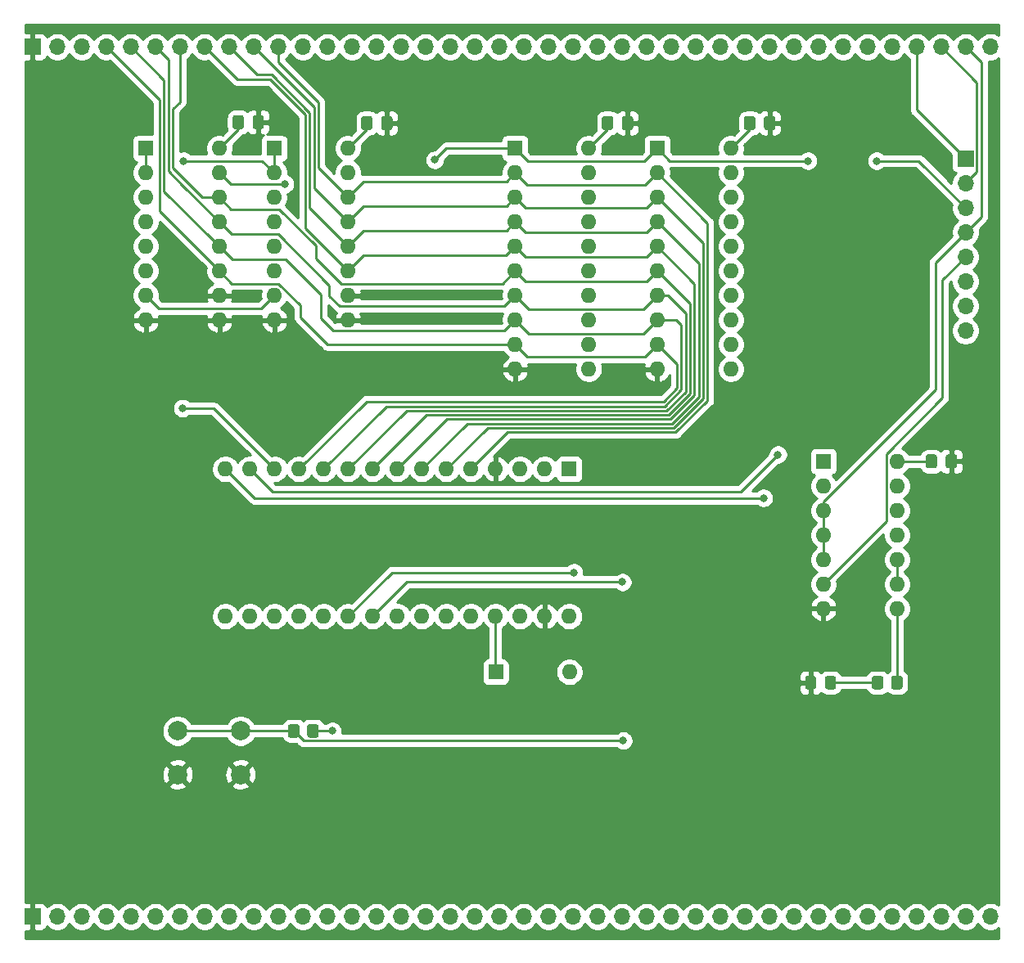
<source format=gtl>
G04 #@! TF.GenerationSoftware,KiCad,Pcbnew,(5.1.9)-1*
G04 #@! TF.CreationDate,2021-10-03T23:58:30-04:00*
G04 #@! TF.ProjectId,loader,6c6f6164-6572-42e6-9b69-6361645f7063,1.0*
G04 #@! TF.SameCoordinates,Original*
G04 #@! TF.FileFunction,Copper,L1,Top*
G04 #@! TF.FilePolarity,Positive*
%FSLAX46Y46*%
G04 Gerber Fmt 4.6, Leading zero omitted, Abs format (unit mm)*
G04 Created by KiCad (PCBNEW (5.1.9)-1) date 2021-10-03 23:58:30*
%MOMM*%
%LPD*%
G01*
G04 APERTURE LIST*
G04 #@! TA.AperFunction,ComponentPad*
%ADD10O,1.700000X1.700000*%
G04 #@! TD*
G04 #@! TA.AperFunction,ComponentPad*
%ADD11R,1.700000X1.700000*%
G04 #@! TD*
G04 #@! TA.AperFunction,ComponentPad*
%ADD12C,2.000000*%
G04 #@! TD*
G04 #@! TA.AperFunction,ComponentPad*
%ADD13O,1.600000X1.600000*%
G04 #@! TD*
G04 #@! TA.AperFunction,ComponentPad*
%ADD14R,1.600000X1.600000*%
G04 #@! TD*
G04 #@! TA.AperFunction,ViaPad*
%ADD15C,0.800000*%
G04 #@! TD*
G04 #@! TA.AperFunction,Conductor*
%ADD16C,0.250000*%
G04 #@! TD*
G04 #@! TA.AperFunction,Conductor*
%ADD17C,0.254000*%
G04 #@! TD*
G04 #@! TA.AperFunction,Conductor*
%ADD18C,0.100000*%
G04 #@! TD*
G04 APERTURE END LIST*
D10*
X182900000Y-75380000D03*
X182900000Y-72840000D03*
X182900000Y-70300000D03*
X182900000Y-67760000D03*
X182900000Y-65220000D03*
X182900000Y-62680000D03*
X182900000Y-60140000D03*
D11*
X182900000Y-57600000D03*
G04 #@! TA.AperFunction,SMDPad,CuDef*
G36*
G01*
X161150000Y-53425000D02*
X161150000Y-54375000D01*
G75*
G02*
X160900000Y-54625000I-250000J0D01*
G01*
X160225000Y-54625000D01*
G75*
G02*
X159975000Y-54375000I0J250000D01*
G01*
X159975000Y-53425000D01*
G75*
G02*
X160225000Y-53175000I250000J0D01*
G01*
X160900000Y-53175000D01*
G75*
G02*
X161150000Y-53425000I0J-250000D01*
G01*
G37*
G04 #@! TD.AperFunction*
G04 #@! TA.AperFunction,SMDPad,CuDef*
G36*
G01*
X163225000Y-53425000D02*
X163225000Y-54375000D01*
G75*
G02*
X162975000Y-54625000I-250000J0D01*
G01*
X162300000Y-54625000D01*
G75*
G02*
X162050000Y-54375000I0J250000D01*
G01*
X162050000Y-53425000D01*
G75*
G02*
X162300000Y-53175000I250000J0D01*
G01*
X162975000Y-53175000D01*
G75*
G02*
X163225000Y-53425000I0J-250000D01*
G01*
G37*
G04 #@! TD.AperFunction*
G04 #@! TA.AperFunction,SMDPad,CuDef*
G36*
G01*
X146450000Y-53425000D02*
X146450000Y-54375000D01*
G75*
G02*
X146200000Y-54625000I-250000J0D01*
G01*
X145525000Y-54625000D01*
G75*
G02*
X145275000Y-54375000I0J250000D01*
G01*
X145275000Y-53425000D01*
G75*
G02*
X145525000Y-53175000I250000J0D01*
G01*
X146200000Y-53175000D01*
G75*
G02*
X146450000Y-53425000I0J-250000D01*
G01*
G37*
G04 #@! TD.AperFunction*
G04 #@! TA.AperFunction,SMDPad,CuDef*
G36*
G01*
X148525000Y-53425000D02*
X148525000Y-54375000D01*
G75*
G02*
X148275000Y-54625000I-250000J0D01*
G01*
X147600000Y-54625000D01*
G75*
G02*
X147350000Y-54375000I0J250000D01*
G01*
X147350000Y-53425000D01*
G75*
G02*
X147600000Y-53175000I250000J0D01*
G01*
X148275000Y-53175000D01*
G75*
G02*
X148525000Y-53425000I0J-250000D01*
G01*
G37*
G04 #@! TD.AperFunction*
G04 #@! TA.AperFunction,SMDPad,CuDef*
G36*
G01*
X114000000Y-116349999D02*
X114000000Y-117250001D01*
G75*
G02*
X113750001Y-117500000I-249999J0D01*
G01*
X113049999Y-117500000D01*
G75*
G02*
X112800000Y-117250001I0J249999D01*
G01*
X112800000Y-116349999D01*
G75*
G02*
X113049999Y-116100000I249999J0D01*
G01*
X113750001Y-116100000D01*
G75*
G02*
X114000000Y-116349999I0J-249999D01*
G01*
G37*
G04 #@! TD.AperFunction*
G04 #@! TA.AperFunction,SMDPad,CuDef*
G36*
G01*
X116000000Y-116349999D02*
X116000000Y-117250001D01*
G75*
G02*
X115750001Y-117500000I-249999J0D01*
G01*
X115049999Y-117500000D01*
G75*
G02*
X114800000Y-117250001I0J249999D01*
G01*
X114800000Y-116349999D01*
G75*
G02*
X115049999Y-116100000I249999J0D01*
G01*
X115750001Y-116100000D01*
G75*
G02*
X116000000Y-116349999I0J-249999D01*
G01*
G37*
G04 #@! TD.AperFunction*
D12*
X101400000Y-121300000D03*
X101400000Y-116800000D03*
X107900000Y-121300000D03*
X107900000Y-116800000D03*
G04 #@! TA.AperFunction,SMDPad,CuDef*
G36*
G01*
X179950000Y-88425000D02*
X179950000Y-89375000D01*
G75*
G02*
X179700000Y-89625000I-250000J0D01*
G01*
X179025000Y-89625000D01*
G75*
G02*
X178775000Y-89375000I0J250000D01*
G01*
X178775000Y-88425000D01*
G75*
G02*
X179025000Y-88175000I250000J0D01*
G01*
X179700000Y-88175000D01*
G75*
G02*
X179950000Y-88425000I0J-250000D01*
G01*
G37*
G04 #@! TD.AperFunction*
G04 #@! TA.AperFunction,SMDPad,CuDef*
G36*
G01*
X182025000Y-88425000D02*
X182025000Y-89375000D01*
G75*
G02*
X181775000Y-89625000I-250000J0D01*
G01*
X181100000Y-89625000D01*
G75*
G02*
X180850000Y-89375000I0J250000D01*
G01*
X180850000Y-88425000D01*
G75*
G02*
X181100000Y-88175000I250000J0D01*
G01*
X181775000Y-88175000D01*
G75*
G02*
X182025000Y-88425000I0J-250000D01*
G01*
G37*
G04 #@! TD.AperFunction*
D13*
X175820000Y-88900000D03*
X168200000Y-104140000D03*
X175820000Y-91440000D03*
X168200000Y-101600000D03*
X175820000Y-93980000D03*
X168200000Y-99060000D03*
X175820000Y-96520000D03*
X168200000Y-96520000D03*
X175820000Y-99060000D03*
X168200000Y-93980000D03*
X175820000Y-101600000D03*
X168200000Y-91440000D03*
X175820000Y-104140000D03*
D14*
X168200000Y-88900000D03*
D13*
X141920000Y-110700000D03*
D14*
X134300000Y-110700000D03*
D13*
X158620000Y-56500000D03*
X151000000Y-79360000D03*
X158620000Y-59040000D03*
X151000000Y-76820000D03*
X158620000Y-61580000D03*
X151000000Y-74280000D03*
X158620000Y-64120000D03*
X151000000Y-71740000D03*
X158620000Y-66660000D03*
X151000000Y-69200000D03*
X158620000Y-69200000D03*
X151000000Y-66660000D03*
X158620000Y-71740000D03*
X151000000Y-64120000D03*
X158620000Y-74280000D03*
X151000000Y-61580000D03*
X158620000Y-76820000D03*
X151000000Y-59040000D03*
X158620000Y-79360000D03*
D14*
X151000000Y-56500000D03*
D13*
X143920000Y-56500000D03*
X136300000Y-79360000D03*
X143920000Y-59040000D03*
X136300000Y-76820000D03*
X143920000Y-61580000D03*
X136300000Y-74280000D03*
X143920000Y-64120000D03*
X136300000Y-71740000D03*
X143920000Y-66660000D03*
X136300000Y-69200000D03*
X143920000Y-69200000D03*
X136300000Y-66660000D03*
X143920000Y-71740000D03*
X136300000Y-64120000D03*
X143920000Y-74280000D03*
X136300000Y-61580000D03*
X143920000Y-76820000D03*
X136300000Y-59040000D03*
X143920000Y-79360000D03*
D14*
X136300000Y-56500000D03*
D13*
X105720000Y-56500000D03*
X98100000Y-74280000D03*
X105720000Y-59040000D03*
X98100000Y-71740000D03*
X105720000Y-61580000D03*
X98100000Y-69200000D03*
X105720000Y-64120000D03*
X98100000Y-66660000D03*
X105720000Y-66660000D03*
X98100000Y-64120000D03*
X105720000Y-69200000D03*
X98100000Y-61580000D03*
X105720000Y-71740000D03*
X98100000Y-59040000D03*
X105720000Y-74280000D03*
D14*
X98100000Y-56500000D03*
D13*
X119020000Y-56500000D03*
X111400000Y-74280000D03*
X119020000Y-59040000D03*
X111400000Y-71740000D03*
X119020000Y-61580000D03*
X111400000Y-69200000D03*
X119020000Y-64120000D03*
X111400000Y-66660000D03*
X119020000Y-66660000D03*
X111400000Y-64120000D03*
X119020000Y-69200000D03*
X111400000Y-61580000D03*
X119020000Y-71740000D03*
X111400000Y-59040000D03*
X119020000Y-74280000D03*
D14*
X111400000Y-56500000D03*
G04 #@! TA.AperFunction,SMDPad,CuDef*
G36*
G01*
X174400000Y-111349999D02*
X174400000Y-112250001D01*
G75*
G02*
X174150001Y-112500000I-249999J0D01*
G01*
X173449999Y-112500000D01*
G75*
G02*
X173200000Y-112250001I0J249999D01*
G01*
X173200000Y-111349999D01*
G75*
G02*
X173449999Y-111100000I249999J0D01*
G01*
X174150001Y-111100000D01*
G75*
G02*
X174400000Y-111349999I0J-249999D01*
G01*
G37*
G04 #@! TD.AperFunction*
G04 #@! TA.AperFunction,SMDPad,CuDef*
G36*
G01*
X176400000Y-111349999D02*
X176400000Y-112250001D01*
G75*
G02*
X176150001Y-112500000I-249999J0D01*
G01*
X175449999Y-112500000D01*
G75*
G02*
X175200000Y-112250001I0J249999D01*
G01*
X175200000Y-111349999D01*
G75*
G02*
X175449999Y-111100000I249999J0D01*
G01*
X176150001Y-111100000D01*
G75*
G02*
X176400000Y-111349999I0J-249999D01*
G01*
G37*
G04 #@! TD.AperFunction*
G04 #@! TA.AperFunction,SMDPad,CuDef*
G36*
G01*
X168350000Y-112250001D02*
X168350000Y-111349999D01*
G75*
G02*
X168599999Y-111100000I249999J0D01*
G01*
X169250001Y-111100000D01*
G75*
G02*
X169500000Y-111349999I0J-249999D01*
G01*
X169500000Y-112250001D01*
G75*
G02*
X169250001Y-112500000I-249999J0D01*
G01*
X168599999Y-112500000D01*
G75*
G02*
X168350000Y-112250001I0J249999D01*
G01*
G37*
G04 #@! TD.AperFunction*
G04 #@! TA.AperFunction,SMDPad,CuDef*
G36*
G01*
X166300000Y-112250001D02*
X166300000Y-111349999D01*
G75*
G02*
X166549999Y-111100000I249999J0D01*
G01*
X167200001Y-111100000D01*
G75*
G02*
X167450000Y-111349999I0J-249999D01*
G01*
X167450000Y-112250001D01*
G75*
G02*
X167200001Y-112500000I-249999J0D01*
G01*
X166549999Y-112500000D01*
G75*
G02*
X166300000Y-112250001I0J249999D01*
G01*
G37*
G04 #@! TD.AperFunction*
G04 #@! TA.AperFunction,SMDPad,CuDef*
G36*
G01*
X121550000Y-53425000D02*
X121550000Y-54375000D01*
G75*
G02*
X121300000Y-54625000I-250000J0D01*
G01*
X120625000Y-54625000D01*
G75*
G02*
X120375000Y-54375000I0J250000D01*
G01*
X120375000Y-53425000D01*
G75*
G02*
X120625000Y-53175000I250000J0D01*
G01*
X121300000Y-53175000D01*
G75*
G02*
X121550000Y-53425000I0J-250000D01*
G01*
G37*
G04 #@! TD.AperFunction*
G04 #@! TA.AperFunction,SMDPad,CuDef*
G36*
G01*
X123625000Y-53425000D02*
X123625000Y-54375000D01*
G75*
G02*
X123375000Y-54625000I-250000J0D01*
G01*
X122700000Y-54625000D01*
G75*
G02*
X122450000Y-54375000I0J250000D01*
G01*
X122450000Y-53425000D01*
G75*
G02*
X122700000Y-53175000I250000J0D01*
G01*
X123375000Y-53175000D01*
G75*
G02*
X123625000Y-53425000I0J-250000D01*
G01*
G37*
G04 #@! TD.AperFunction*
G04 #@! TA.AperFunction,SMDPad,CuDef*
G36*
G01*
X108250000Y-53325000D02*
X108250000Y-54275000D01*
G75*
G02*
X108000000Y-54525000I-250000J0D01*
G01*
X107325000Y-54525000D01*
G75*
G02*
X107075000Y-54275000I0J250000D01*
G01*
X107075000Y-53325000D01*
G75*
G02*
X107325000Y-53075000I250000J0D01*
G01*
X108000000Y-53075000D01*
G75*
G02*
X108250000Y-53325000I0J-250000D01*
G01*
G37*
G04 #@! TD.AperFunction*
G04 #@! TA.AperFunction,SMDPad,CuDef*
G36*
G01*
X110325000Y-53325000D02*
X110325000Y-54275000D01*
G75*
G02*
X110075000Y-54525000I-250000J0D01*
G01*
X109400000Y-54525000D01*
G75*
G02*
X109150000Y-54275000I0J250000D01*
G01*
X109150000Y-53325000D01*
G75*
G02*
X109400000Y-53075000I250000J0D01*
G01*
X110075000Y-53075000D01*
G75*
G02*
X110325000Y-53325000I0J-250000D01*
G01*
G37*
G04 #@! TD.AperFunction*
D13*
X106340000Y-104940000D03*
X106340000Y-89700000D03*
X141900000Y-104940000D03*
X108880000Y-89700000D03*
X139360000Y-104940000D03*
X111420000Y-89700000D03*
X136820000Y-104940000D03*
X113960000Y-89700000D03*
X134280000Y-104940000D03*
X116500000Y-89700000D03*
X131740000Y-104940000D03*
X119040000Y-89700000D03*
X129200000Y-104940000D03*
X121580000Y-89700000D03*
X126660000Y-104940000D03*
X124120000Y-89700000D03*
X124120000Y-104940000D03*
X126660000Y-89700000D03*
X121580000Y-104940000D03*
X129200000Y-89700000D03*
X119040000Y-104940000D03*
X131740000Y-89700000D03*
X116500000Y-104940000D03*
X134280000Y-89700000D03*
X113960000Y-104940000D03*
X136820000Y-89700000D03*
X111420000Y-104940000D03*
X139360000Y-89700000D03*
X108880000Y-104940000D03*
D14*
X141900000Y-89700000D03*
D10*
X185460000Y-136000000D03*
X182920000Y-136000000D03*
X180380000Y-136000000D03*
X177840000Y-136000000D03*
X175300000Y-136000000D03*
X172760000Y-136000000D03*
X170220000Y-136000000D03*
X167680000Y-136000000D03*
X165140000Y-136000000D03*
X162600000Y-136000000D03*
X160060000Y-136000000D03*
X157520000Y-136000000D03*
X154980000Y-136000000D03*
X152440000Y-136000000D03*
X149900000Y-136000000D03*
X147360000Y-136000000D03*
X144820000Y-136000000D03*
X142280000Y-136000000D03*
X139740000Y-136000000D03*
X137200000Y-136000000D03*
X134660000Y-136000000D03*
X132120000Y-136000000D03*
X129580000Y-136000000D03*
X127040000Y-136000000D03*
X124500000Y-136000000D03*
X121960000Y-136000000D03*
X119420000Y-136000000D03*
X116880000Y-136000000D03*
X114340000Y-136000000D03*
X111800000Y-136000000D03*
X109260000Y-136000000D03*
X106720000Y-136000000D03*
X104180000Y-136000000D03*
X101640000Y-136000000D03*
X99100000Y-136000000D03*
X96560000Y-136000000D03*
X94020000Y-136000000D03*
X91480000Y-136000000D03*
X88940000Y-136000000D03*
D11*
X86400000Y-136000000D03*
D10*
X185460000Y-46000000D03*
X182920000Y-46000000D03*
X180380000Y-46000000D03*
X177840000Y-46000000D03*
X175300000Y-46000000D03*
X172760000Y-46000000D03*
X170220000Y-46000000D03*
X167680000Y-46000000D03*
X165140000Y-46000000D03*
X162600000Y-46000000D03*
X160060000Y-46000000D03*
X157520000Y-46000000D03*
X154980000Y-46000000D03*
X152440000Y-46000000D03*
X149900000Y-46000000D03*
X147360000Y-46000000D03*
X144820000Y-46000000D03*
X142280000Y-46000000D03*
X139740000Y-46000000D03*
X137200000Y-46000000D03*
X134660000Y-46000000D03*
X132120000Y-46000000D03*
X129580000Y-46000000D03*
X127040000Y-46000000D03*
X124500000Y-46000000D03*
X121960000Y-46000000D03*
X119420000Y-46000000D03*
X116880000Y-46000000D03*
X114340000Y-46000000D03*
X111800000Y-46000000D03*
X109260000Y-46000000D03*
X106720000Y-46000000D03*
X104180000Y-46000000D03*
X101640000Y-46000000D03*
X99100000Y-46000000D03*
X96560000Y-46000000D03*
X94020000Y-46000000D03*
X91480000Y-46000000D03*
X88940000Y-46000000D03*
D11*
X86400000Y-46000000D03*
D15*
X117400000Y-116800000D03*
X163499998Y-88200000D03*
X97900000Y-53900000D03*
X103300000Y-53900000D03*
X113300000Y-54800000D03*
X117400000Y-54800000D03*
X122000000Y-78400000D03*
X147400000Y-101400000D03*
X142400000Y-100400000D03*
X112500000Y-60200000D03*
X101900000Y-83400000D03*
X102000000Y-57800000D03*
X128000000Y-57700000D03*
X166600000Y-57800000D03*
X173700000Y-57800000D03*
X162000000Y-92700000D03*
X147500000Y-117800000D03*
D16*
X175820000Y-88900000D02*
X179362500Y-88900000D01*
X107662500Y-54557500D02*
X107662500Y-53800000D01*
X105720000Y-56500000D02*
X107662500Y-54557500D01*
X120962500Y-54557500D02*
X120962500Y-53900000D01*
X119020000Y-56500000D02*
X120962500Y-54557500D01*
X145862500Y-54557500D02*
X145862500Y-53900000D01*
X143920000Y-56500000D02*
X145862500Y-54557500D01*
X160562500Y-54557500D02*
X160562500Y-53900000D01*
X158620000Y-56500000D02*
X160562500Y-54557500D01*
X115400000Y-116800000D02*
X117400000Y-116800000D01*
X168200000Y-93980000D02*
X168200000Y-96520000D01*
X168200000Y-96520000D02*
X168200000Y-99060000D01*
X184525011Y-63594989D02*
X182900000Y-65220000D01*
X184525011Y-47605011D02*
X184525011Y-63594989D01*
X182920000Y-46000000D02*
X184525011Y-47605011D01*
X179800000Y-68320000D02*
X182900000Y-65220000D01*
X179800000Y-81500000D02*
X179800000Y-68320000D01*
X168200000Y-93100000D02*
X179800000Y-81500000D01*
X168200000Y-93980000D02*
X168200000Y-93100000D01*
X175800000Y-104160000D02*
X175820000Y-104140000D01*
X175800000Y-111800000D02*
X175800000Y-104160000D01*
X184075001Y-58964999D02*
X183218205Y-59821795D01*
X184075001Y-49695001D02*
X184075001Y-58964999D01*
X180380000Y-46000000D02*
X184075001Y-49695001D01*
X177840000Y-52540000D02*
X182900000Y-57600000D01*
X177840000Y-46000000D02*
X177840000Y-52540000D01*
X111229989Y-92049989D02*
X159650009Y-92049989D01*
X108880000Y-89700000D02*
X111229989Y-92049989D01*
X159650009Y-92049989D02*
X163499998Y-88200000D01*
X120660000Y-59940000D02*
X119020000Y-61580000D01*
X135400000Y-59940000D02*
X120660000Y-59940000D01*
X136300000Y-59040000D02*
X135400000Y-59940000D01*
X156200060Y-64240060D02*
X151000000Y-59040000D01*
X156200060Y-82618400D02*
X156200060Y-64240060D01*
X152918406Y-85900054D02*
X156200060Y-82618400D01*
X135539946Y-85900054D02*
X152918406Y-85900054D01*
X131740000Y-89700000D02*
X135539946Y-85900054D01*
X149740000Y-60300000D02*
X151000000Y-59040000D01*
X137560000Y-60300000D02*
X149740000Y-60300000D01*
X136300000Y-59040000D02*
X137560000Y-60300000D01*
X111800000Y-46000000D02*
X111800000Y-47600000D01*
X115950033Y-58510033D02*
X119020000Y-61580000D01*
X115950033Y-51750033D02*
X115950033Y-58510033D01*
X111800000Y-47600000D02*
X115950033Y-51750033D01*
X120660000Y-62480000D02*
X119020000Y-64120000D01*
X135400000Y-62480000D02*
X120660000Y-62480000D01*
X136300000Y-61580000D02*
X135400000Y-62480000D01*
X155750050Y-66330050D02*
X151000000Y-61580000D01*
X155750050Y-82432000D02*
X155750050Y-66330050D01*
X152732005Y-85450045D02*
X155750050Y-82432000D01*
X133449955Y-85450045D02*
X152732005Y-85450045D01*
X129200000Y-89700000D02*
X133449955Y-85450045D01*
X149874999Y-62705001D02*
X151000000Y-61580000D01*
X137425001Y-62705001D02*
X149874999Y-62705001D01*
X136300000Y-61580000D02*
X137425001Y-62705001D01*
X115500022Y-60600022D02*
X119020000Y-64120000D01*
X109260000Y-46000000D02*
X115500022Y-52240022D01*
X115500022Y-52240022D02*
X115500022Y-60600022D01*
X120660000Y-65020000D02*
X119020000Y-66660000D01*
X135400000Y-65020000D02*
X120660000Y-65020000D01*
X136300000Y-64120000D02*
X135400000Y-65020000D01*
X155300040Y-68420040D02*
X151000000Y-64120000D01*
X155300040Y-82245600D02*
X155300040Y-68420040D01*
X152545604Y-85000036D02*
X155300040Y-82245600D01*
X131359964Y-85000036D02*
X152545604Y-85000036D01*
X126660000Y-89700000D02*
X131359964Y-85000036D01*
X149874999Y-65245001D02*
X151000000Y-64120000D01*
X137425001Y-65245001D02*
X149874999Y-65245001D01*
X136300000Y-64120000D02*
X137425001Y-65245001D01*
X115050011Y-62690011D02*
X115050011Y-52813600D01*
X109620000Y-48900000D02*
X106720000Y-46000000D01*
X111136411Y-48900000D02*
X109620000Y-48900000D01*
X119020000Y-66660000D02*
X115050011Y-62690011D01*
X115050011Y-52813600D02*
X111136411Y-48900000D01*
X120620000Y-67600000D02*
X119020000Y-69200000D01*
X135360000Y-67600000D02*
X120620000Y-67600000D01*
X136300000Y-66660000D02*
X135360000Y-67600000D01*
X154850030Y-70510030D02*
X151000000Y-66660000D01*
X154850030Y-82059200D02*
X154850030Y-70510030D01*
X152359203Y-84550027D02*
X154850030Y-82059200D01*
X129269972Y-84550028D02*
X152359203Y-84550027D01*
X124120000Y-89700000D02*
X129269972Y-84550028D01*
X149874999Y-67785001D02*
X151000000Y-66660000D01*
X137425001Y-67785001D02*
X149874999Y-67785001D01*
X136300000Y-66660000D02*
X137425001Y-67785001D01*
X104180000Y-46000000D02*
X104300000Y-46120000D01*
X104180000Y-46000000D02*
X107580000Y-49400000D01*
X107580000Y-49400000D02*
X111000000Y-49400000D01*
X111000000Y-49400000D02*
X114600000Y-53000000D01*
X114600000Y-53000000D02*
X114600000Y-64780000D01*
X114600000Y-64780000D02*
X118220001Y-68400001D01*
X118220001Y-68400001D02*
X119020000Y-69200000D01*
X154400020Y-72600020D02*
X151000000Y-69200000D01*
X154400020Y-81872800D02*
X154400020Y-72600020D01*
X152172802Y-84100018D02*
X154400020Y-81872800D01*
X127179982Y-84100018D02*
X152172802Y-84100018D01*
X121580000Y-89700000D02*
X127179982Y-84100018D01*
X106940000Y-62800000D02*
X105720000Y-61580000D01*
X111900000Y-62800000D02*
X106940000Y-62800000D01*
X115700000Y-66600000D02*
X111900000Y-62800000D01*
X115700000Y-67900000D02*
X115700000Y-66600000D01*
X118300000Y-70500000D02*
X115700000Y-67900000D01*
X135000000Y-70500000D02*
X118300000Y-70500000D01*
X136300000Y-69200000D02*
X135000000Y-70500000D01*
X149874999Y-70325001D02*
X151000000Y-69200000D01*
X137425001Y-70325001D02*
X149874999Y-70325001D01*
X136300000Y-69200000D02*
X137425001Y-70325001D01*
X103980000Y-61580000D02*
X105720000Y-61580000D01*
X100900000Y-58500000D02*
X103980000Y-61580000D01*
X100900000Y-52450767D02*
X100900000Y-58500000D01*
X101640000Y-51710767D02*
X100900000Y-52450767D01*
X101640000Y-46000000D02*
X101640000Y-51710767D01*
X118190001Y-72865001D02*
X135174999Y-72865001D01*
X117100000Y-71775000D02*
X118190001Y-72865001D01*
X135174999Y-72865001D02*
X136300000Y-71740000D01*
X117100000Y-70694998D02*
X117100000Y-71775000D01*
X111805002Y-65400000D02*
X117100000Y-70694998D01*
X107000000Y-65400000D02*
X111805002Y-65400000D01*
X105720000Y-64120000D02*
X107000000Y-65400000D01*
X152131370Y-71740000D02*
X151000000Y-71740000D01*
X153950010Y-73558640D02*
X152131370Y-71740000D01*
X153950010Y-81686400D02*
X153950010Y-73558640D01*
X151986401Y-83650009D02*
X153950010Y-81686400D01*
X125089990Y-83650010D02*
X151986401Y-83650009D01*
X119040000Y-89700000D02*
X125089990Y-83650010D01*
X149585001Y-73154999D02*
X151000000Y-71740000D01*
X137714999Y-73154999D02*
X149585001Y-73154999D01*
X136300000Y-71740000D02*
X137714999Y-73154999D01*
X101949989Y-60349989D02*
X105720000Y-64120000D01*
X100449989Y-47349989D02*
X100449989Y-58849989D01*
X100449989Y-58849989D02*
X101949989Y-60349989D01*
X99100000Y-46000000D02*
X100449989Y-47349989D01*
X151800000Y-83200000D02*
X123000000Y-83200000D01*
X153500000Y-81500000D02*
X151800000Y-83200000D01*
X153500000Y-74780000D02*
X153500000Y-81500000D01*
X123000000Y-83200000D02*
X116500000Y-89700000D01*
X153000000Y-74280000D02*
X153500000Y-74780000D01*
X151000000Y-74280000D02*
X153000000Y-74280000D01*
X116200000Y-74100000D02*
X117505001Y-75405001D01*
X116200000Y-71600000D02*
X116200000Y-74100000D01*
X135174999Y-75405001D02*
X136300000Y-74280000D01*
X112600000Y-68000000D02*
X116200000Y-71600000D01*
X107060000Y-68000000D02*
X112600000Y-68000000D01*
X117505001Y-75405001D02*
X135174999Y-75405001D01*
X105720000Y-66660000D02*
X107060000Y-68000000D01*
X137714999Y-75694999D02*
X149585001Y-75694999D01*
X149585001Y-75694999D02*
X151000000Y-74280000D01*
X136300000Y-74280000D02*
X137714999Y-75694999D01*
X104920001Y-65860001D02*
X105720000Y-66660000D01*
X99999978Y-60939978D02*
X104920001Y-65860001D01*
X99999978Y-49439978D02*
X99999978Y-60939978D01*
X96560000Y-46000000D02*
X99999978Y-49439978D01*
X120960000Y-82700000D02*
X113960000Y-89700000D01*
X153049989Y-81313601D02*
X151663590Y-82700000D01*
X153049989Y-78849989D02*
X153049989Y-81313601D01*
X150794999Y-76594999D02*
X153049989Y-78849989D01*
X151663590Y-82700000D02*
X120960000Y-82700000D01*
X136300000Y-76820000D02*
X136525001Y-76594999D01*
X116920000Y-76820000D02*
X136300000Y-76820000D01*
X114100000Y-74000000D02*
X116920000Y-76820000D01*
X114100000Y-72774998D02*
X114100000Y-74000000D01*
X111825002Y-70500000D02*
X114100000Y-72774998D01*
X107020000Y-70500000D02*
X111825002Y-70500000D01*
X105720000Y-69200000D02*
X107020000Y-70500000D01*
X149720000Y-78100000D02*
X151000000Y-76820000D01*
X137580000Y-78100000D02*
X149720000Y-78100000D01*
X136300000Y-76820000D02*
X137580000Y-78100000D01*
X94020000Y-46000000D02*
X99549967Y-51529967D01*
X99549967Y-51529967D02*
X99549967Y-63029967D01*
X99549967Y-63029967D02*
X104920001Y-68400001D01*
X104920001Y-68400001D02*
X105720000Y-69200000D01*
X134280000Y-110680000D02*
X134300000Y-110700000D01*
X134280000Y-104940000D02*
X134280000Y-110680000D01*
X168925000Y-111800000D02*
X173800000Y-111800000D01*
X180500000Y-70160000D02*
X182900000Y-67760000D01*
X180500000Y-82316410D02*
X180500000Y-70160000D01*
X174694999Y-88121411D02*
X180500000Y-82316410D01*
X174694999Y-95105001D02*
X174694999Y-88121411D01*
X168200000Y-101600000D02*
X174694999Y-95105001D01*
X121580000Y-104940000D02*
X125120000Y-101400000D01*
X125120000Y-101400000D02*
X147400000Y-101400000D01*
X123580000Y-100400000D02*
X142400000Y-100400000D01*
X119040000Y-104940000D02*
X123580000Y-100400000D01*
X110040000Y-73100000D02*
X111400000Y-71740000D01*
X99460000Y-73100000D02*
X110040000Y-73100000D01*
X98100000Y-71740000D02*
X99460000Y-73100000D01*
X106880000Y-60200000D02*
X112500000Y-60200000D01*
X105720000Y-59040000D02*
X106880000Y-60200000D01*
X98100000Y-59040000D02*
X98100000Y-56500000D01*
X111400000Y-59040000D02*
X111400000Y-56500000D01*
X149700000Y-57800000D02*
X151000000Y-56500000D01*
X137600000Y-57800000D02*
X149700000Y-57800000D01*
X136300000Y-56500000D02*
X137600000Y-57800000D01*
X105120000Y-83400000D02*
X111420000Y-89700000D01*
X101900000Y-83400000D02*
X101900000Y-83400000D01*
X101900000Y-83400000D02*
X105120000Y-83400000D01*
X175820000Y-99060000D02*
X175820000Y-101600000D01*
X111400000Y-59040000D02*
X110160000Y-57800000D01*
X110160000Y-57800000D02*
X102000000Y-57800000D01*
X178020000Y-57800000D02*
X182900000Y-62680000D01*
X152300000Y-57800000D02*
X166600000Y-57800000D01*
X151000000Y-56500000D02*
X152300000Y-57800000D01*
X136300000Y-56500000D02*
X129200000Y-56500000D01*
X129200000Y-56500000D02*
X128000000Y-57700000D01*
X173700000Y-57800000D02*
X178020000Y-57800000D01*
X109340000Y-92700000D02*
X162000000Y-92700000D01*
X106340000Y-89700000D02*
X109340000Y-92700000D01*
X113400000Y-116800000D02*
X107900000Y-116800000D01*
X107900000Y-116800000D02*
X101400000Y-116800000D01*
X147474990Y-117825010D02*
X147500000Y-117800000D01*
X114425010Y-117825010D02*
X147474990Y-117825010D01*
X113400000Y-116800000D02*
X114425010Y-117825010D01*
D17*
X186315000Y-44785298D02*
X186163411Y-44684010D01*
X185893158Y-44572068D01*
X185606260Y-44515000D01*
X185313740Y-44515000D01*
X185026842Y-44572068D01*
X184756589Y-44684010D01*
X184513368Y-44846525D01*
X184306525Y-45053368D01*
X184190000Y-45227760D01*
X184073475Y-45053368D01*
X183866632Y-44846525D01*
X183623411Y-44684010D01*
X183353158Y-44572068D01*
X183066260Y-44515000D01*
X182773740Y-44515000D01*
X182486842Y-44572068D01*
X182216589Y-44684010D01*
X181973368Y-44846525D01*
X181766525Y-45053368D01*
X181650000Y-45227760D01*
X181533475Y-45053368D01*
X181326632Y-44846525D01*
X181083411Y-44684010D01*
X180813158Y-44572068D01*
X180526260Y-44515000D01*
X180233740Y-44515000D01*
X179946842Y-44572068D01*
X179676589Y-44684010D01*
X179433368Y-44846525D01*
X179226525Y-45053368D01*
X179110000Y-45227760D01*
X178993475Y-45053368D01*
X178786632Y-44846525D01*
X178543411Y-44684010D01*
X178273158Y-44572068D01*
X177986260Y-44515000D01*
X177693740Y-44515000D01*
X177406842Y-44572068D01*
X177136589Y-44684010D01*
X176893368Y-44846525D01*
X176686525Y-45053368D01*
X176570000Y-45227760D01*
X176453475Y-45053368D01*
X176246632Y-44846525D01*
X176003411Y-44684010D01*
X175733158Y-44572068D01*
X175446260Y-44515000D01*
X175153740Y-44515000D01*
X174866842Y-44572068D01*
X174596589Y-44684010D01*
X174353368Y-44846525D01*
X174146525Y-45053368D01*
X174030000Y-45227760D01*
X173913475Y-45053368D01*
X173706632Y-44846525D01*
X173463411Y-44684010D01*
X173193158Y-44572068D01*
X172906260Y-44515000D01*
X172613740Y-44515000D01*
X172326842Y-44572068D01*
X172056589Y-44684010D01*
X171813368Y-44846525D01*
X171606525Y-45053368D01*
X171490000Y-45227760D01*
X171373475Y-45053368D01*
X171166632Y-44846525D01*
X170923411Y-44684010D01*
X170653158Y-44572068D01*
X170366260Y-44515000D01*
X170073740Y-44515000D01*
X169786842Y-44572068D01*
X169516589Y-44684010D01*
X169273368Y-44846525D01*
X169066525Y-45053368D01*
X168950000Y-45227760D01*
X168833475Y-45053368D01*
X168626632Y-44846525D01*
X168383411Y-44684010D01*
X168113158Y-44572068D01*
X167826260Y-44515000D01*
X167533740Y-44515000D01*
X167246842Y-44572068D01*
X166976589Y-44684010D01*
X166733368Y-44846525D01*
X166526525Y-45053368D01*
X166410000Y-45227760D01*
X166293475Y-45053368D01*
X166086632Y-44846525D01*
X165843411Y-44684010D01*
X165573158Y-44572068D01*
X165286260Y-44515000D01*
X164993740Y-44515000D01*
X164706842Y-44572068D01*
X164436589Y-44684010D01*
X164193368Y-44846525D01*
X163986525Y-45053368D01*
X163870000Y-45227760D01*
X163753475Y-45053368D01*
X163546632Y-44846525D01*
X163303411Y-44684010D01*
X163033158Y-44572068D01*
X162746260Y-44515000D01*
X162453740Y-44515000D01*
X162166842Y-44572068D01*
X161896589Y-44684010D01*
X161653368Y-44846525D01*
X161446525Y-45053368D01*
X161330000Y-45227760D01*
X161213475Y-45053368D01*
X161006632Y-44846525D01*
X160763411Y-44684010D01*
X160493158Y-44572068D01*
X160206260Y-44515000D01*
X159913740Y-44515000D01*
X159626842Y-44572068D01*
X159356589Y-44684010D01*
X159113368Y-44846525D01*
X158906525Y-45053368D01*
X158790000Y-45227760D01*
X158673475Y-45053368D01*
X158466632Y-44846525D01*
X158223411Y-44684010D01*
X157953158Y-44572068D01*
X157666260Y-44515000D01*
X157373740Y-44515000D01*
X157086842Y-44572068D01*
X156816589Y-44684010D01*
X156573368Y-44846525D01*
X156366525Y-45053368D01*
X156250000Y-45227760D01*
X156133475Y-45053368D01*
X155926632Y-44846525D01*
X155683411Y-44684010D01*
X155413158Y-44572068D01*
X155126260Y-44515000D01*
X154833740Y-44515000D01*
X154546842Y-44572068D01*
X154276589Y-44684010D01*
X154033368Y-44846525D01*
X153826525Y-45053368D01*
X153710000Y-45227760D01*
X153593475Y-45053368D01*
X153386632Y-44846525D01*
X153143411Y-44684010D01*
X152873158Y-44572068D01*
X152586260Y-44515000D01*
X152293740Y-44515000D01*
X152006842Y-44572068D01*
X151736589Y-44684010D01*
X151493368Y-44846525D01*
X151286525Y-45053368D01*
X151170000Y-45227760D01*
X151053475Y-45053368D01*
X150846632Y-44846525D01*
X150603411Y-44684010D01*
X150333158Y-44572068D01*
X150046260Y-44515000D01*
X149753740Y-44515000D01*
X149466842Y-44572068D01*
X149196589Y-44684010D01*
X148953368Y-44846525D01*
X148746525Y-45053368D01*
X148630000Y-45227760D01*
X148513475Y-45053368D01*
X148306632Y-44846525D01*
X148063411Y-44684010D01*
X147793158Y-44572068D01*
X147506260Y-44515000D01*
X147213740Y-44515000D01*
X146926842Y-44572068D01*
X146656589Y-44684010D01*
X146413368Y-44846525D01*
X146206525Y-45053368D01*
X146090000Y-45227760D01*
X145973475Y-45053368D01*
X145766632Y-44846525D01*
X145523411Y-44684010D01*
X145253158Y-44572068D01*
X144966260Y-44515000D01*
X144673740Y-44515000D01*
X144386842Y-44572068D01*
X144116589Y-44684010D01*
X143873368Y-44846525D01*
X143666525Y-45053368D01*
X143550000Y-45227760D01*
X143433475Y-45053368D01*
X143226632Y-44846525D01*
X142983411Y-44684010D01*
X142713158Y-44572068D01*
X142426260Y-44515000D01*
X142133740Y-44515000D01*
X141846842Y-44572068D01*
X141576589Y-44684010D01*
X141333368Y-44846525D01*
X141126525Y-45053368D01*
X141010000Y-45227760D01*
X140893475Y-45053368D01*
X140686632Y-44846525D01*
X140443411Y-44684010D01*
X140173158Y-44572068D01*
X139886260Y-44515000D01*
X139593740Y-44515000D01*
X139306842Y-44572068D01*
X139036589Y-44684010D01*
X138793368Y-44846525D01*
X138586525Y-45053368D01*
X138470000Y-45227760D01*
X138353475Y-45053368D01*
X138146632Y-44846525D01*
X137903411Y-44684010D01*
X137633158Y-44572068D01*
X137346260Y-44515000D01*
X137053740Y-44515000D01*
X136766842Y-44572068D01*
X136496589Y-44684010D01*
X136253368Y-44846525D01*
X136046525Y-45053368D01*
X135930000Y-45227760D01*
X135813475Y-45053368D01*
X135606632Y-44846525D01*
X135363411Y-44684010D01*
X135093158Y-44572068D01*
X134806260Y-44515000D01*
X134513740Y-44515000D01*
X134226842Y-44572068D01*
X133956589Y-44684010D01*
X133713368Y-44846525D01*
X133506525Y-45053368D01*
X133390000Y-45227760D01*
X133273475Y-45053368D01*
X133066632Y-44846525D01*
X132823411Y-44684010D01*
X132553158Y-44572068D01*
X132266260Y-44515000D01*
X131973740Y-44515000D01*
X131686842Y-44572068D01*
X131416589Y-44684010D01*
X131173368Y-44846525D01*
X130966525Y-45053368D01*
X130850000Y-45227760D01*
X130733475Y-45053368D01*
X130526632Y-44846525D01*
X130283411Y-44684010D01*
X130013158Y-44572068D01*
X129726260Y-44515000D01*
X129433740Y-44515000D01*
X129146842Y-44572068D01*
X128876589Y-44684010D01*
X128633368Y-44846525D01*
X128426525Y-45053368D01*
X128310000Y-45227760D01*
X128193475Y-45053368D01*
X127986632Y-44846525D01*
X127743411Y-44684010D01*
X127473158Y-44572068D01*
X127186260Y-44515000D01*
X126893740Y-44515000D01*
X126606842Y-44572068D01*
X126336589Y-44684010D01*
X126093368Y-44846525D01*
X125886525Y-45053368D01*
X125770000Y-45227760D01*
X125653475Y-45053368D01*
X125446632Y-44846525D01*
X125203411Y-44684010D01*
X124933158Y-44572068D01*
X124646260Y-44515000D01*
X124353740Y-44515000D01*
X124066842Y-44572068D01*
X123796589Y-44684010D01*
X123553368Y-44846525D01*
X123346525Y-45053368D01*
X123230000Y-45227760D01*
X123113475Y-45053368D01*
X122906632Y-44846525D01*
X122663411Y-44684010D01*
X122393158Y-44572068D01*
X122106260Y-44515000D01*
X121813740Y-44515000D01*
X121526842Y-44572068D01*
X121256589Y-44684010D01*
X121013368Y-44846525D01*
X120806525Y-45053368D01*
X120690000Y-45227760D01*
X120573475Y-45053368D01*
X120366632Y-44846525D01*
X120123411Y-44684010D01*
X119853158Y-44572068D01*
X119566260Y-44515000D01*
X119273740Y-44515000D01*
X118986842Y-44572068D01*
X118716589Y-44684010D01*
X118473368Y-44846525D01*
X118266525Y-45053368D01*
X118150000Y-45227760D01*
X118033475Y-45053368D01*
X117826632Y-44846525D01*
X117583411Y-44684010D01*
X117313158Y-44572068D01*
X117026260Y-44515000D01*
X116733740Y-44515000D01*
X116446842Y-44572068D01*
X116176589Y-44684010D01*
X115933368Y-44846525D01*
X115726525Y-45053368D01*
X115610000Y-45227760D01*
X115493475Y-45053368D01*
X115286632Y-44846525D01*
X115043411Y-44684010D01*
X114773158Y-44572068D01*
X114486260Y-44515000D01*
X114193740Y-44515000D01*
X113906842Y-44572068D01*
X113636589Y-44684010D01*
X113393368Y-44846525D01*
X113186525Y-45053368D01*
X113070000Y-45227760D01*
X112953475Y-45053368D01*
X112746632Y-44846525D01*
X112503411Y-44684010D01*
X112233158Y-44572068D01*
X111946260Y-44515000D01*
X111653740Y-44515000D01*
X111366842Y-44572068D01*
X111096589Y-44684010D01*
X110853368Y-44846525D01*
X110646525Y-45053368D01*
X110530000Y-45227760D01*
X110413475Y-45053368D01*
X110206632Y-44846525D01*
X109963411Y-44684010D01*
X109693158Y-44572068D01*
X109406260Y-44515000D01*
X109113740Y-44515000D01*
X108826842Y-44572068D01*
X108556589Y-44684010D01*
X108313368Y-44846525D01*
X108106525Y-45053368D01*
X107990000Y-45227760D01*
X107873475Y-45053368D01*
X107666632Y-44846525D01*
X107423411Y-44684010D01*
X107153158Y-44572068D01*
X106866260Y-44515000D01*
X106573740Y-44515000D01*
X106286842Y-44572068D01*
X106016589Y-44684010D01*
X105773368Y-44846525D01*
X105566525Y-45053368D01*
X105450000Y-45227760D01*
X105333475Y-45053368D01*
X105126632Y-44846525D01*
X104883411Y-44684010D01*
X104613158Y-44572068D01*
X104326260Y-44515000D01*
X104033740Y-44515000D01*
X103746842Y-44572068D01*
X103476589Y-44684010D01*
X103233368Y-44846525D01*
X103026525Y-45053368D01*
X102910000Y-45227760D01*
X102793475Y-45053368D01*
X102586632Y-44846525D01*
X102343411Y-44684010D01*
X102073158Y-44572068D01*
X101786260Y-44515000D01*
X101493740Y-44515000D01*
X101206842Y-44572068D01*
X100936589Y-44684010D01*
X100693368Y-44846525D01*
X100486525Y-45053368D01*
X100370000Y-45227760D01*
X100253475Y-45053368D01*
X100046632Y-44846525D01*
X99803411Y-44684010D01*
X99533158Y-44572068D01*
X99246260Y-44515000D01*
X98953740Y-44515000D01*
X98666842Y-44572068D01*
X98396589Y-44684010D01*
X98153368Y-44846525D01*
X97946525Y-45053368D01*
X97830000Y-45227760D01*
X97713475Y-45053368D01*
X97506632Y-44846525D01*
X97263411Y-44684010D01*
X96993158Y-44572068D01*
X96706260Y-44515000D01*
X96413740Y-44515000D01*
X96126842Y-44572068D01*
X95856589Y-44684010D01*
X95613368Y-44846525D01*
X95406525Y-45053368D01*
X95290000Y-45227760D01*
X95173475Y-45053368D01*
X94966632Y-44846525D01*
X94723411Y-44684010D01*
X94453158Y-44572068D01*
X94166260Y-44515000D01*
X93873740Y-44515000D01*
X93586842Y-44572068D01*
X93316589Y-44684010D01*
X93073368Y-44846525D01*
X92866525Y-45053368D01*
X92750000Y-45227760D01*
X92633475Y-45053368D01*
X92426632Y-44846525D01*
X92183411Y-44684010D01*
X91913158Y-44572068D01*
X91626260Y-44515000D01*
X91333740Y-44515000D01*
X91046842Y-44572068D01*
X90776589Y-44684010D01*
X90533368Y-44846525D01*
X90326525Y-45053368D01*
X90210000Y-45227760D01*
X90093475Y-45053368D01*
X89886632Y-44846525D01*
X89643411Y-44684010D01*
X89373158Y-44572068D01*
X89086260Y-44515000D01*
X88793740Y-44515000D01*
X88506842Y-44572068D01*
X88236589Y-44684010D01*
X87993368Y-44846525D01*
X87861513Y-44978380D01*
X87839502Y-44905820D01*
X87780537Y-44795506D01*
X87701185Y-44698815D01*
X87604494Y-44619463D01*
X87494180Y-44560498D01*
X87374482Y-44524188D01*
X87250000Y-44511928D01*
X86685750Y-44515000D01*
X86527000Y-44673750D01*
X86527000Y-45873000D01*
X86547000Y-45873000D01*
X86547000Y-46127000D01*
X86527000Y-46127000D01*
X86527000Y-47326250D01*
X86685750Y-47485000D01*
X87250000Y-47488072D01*
X87374482Y-47475812D01*
X87494180Y-47439502D01*
X87604494Y-47380537D01*
X87701185Y-47301185D01*
X87780537Y-47204494D01*
X87839502Y-47094180D01*
X87861513Y-47021620D01*
X87993368Y-47153475D01*
X88236589Y-47315990D01*
X88506842Y-47427932D01*
X88793740Y-47485000D01*
X89086260Y-47485000D01*
X89373158Y-47427932D01*
X89643411Y-47315990D01*
X89886632Y-47153475D01*
X90093475Y-46946632D01*
X90210000Y-46772240D01*
X90326525Y-46946632D01*
X90533368Y-47153475D01*
X90776589Y-47315990D01*
X91046842Y-47427932D01*
X91333740Y-47485000D01*
X91626260Y-47485000D01*
X91913158Y-47427932D01*
X92183411Y-47315990D01*
X92426632Y-47153475D01*
X92633475Y-46946632D01*
X92750000Y-46772240D01*
X92866525Y-46946632D01*
X93073368Y-47153475D01*
X93316589Y-47315990D01*
X93586842Y-47427932D01*
X93873740Y-47485000D01*
X94166260Y-47485000D01*
X94386408Y-47441209D01*
X98789967Y-51844769D01*
X98789967Y-55061928D01*
X97300000Y-55061928D01*
X97175518Y-55074188D01*
X97055820Y-55110498D01*
X96945506Y-55169463D01*
X96848815Y-55248815D01*
X96769463Y-55345506D01*
X96710498Y-55455820D01*
X96674188Y-55575518D01*
X96661928Y-55700000D01*
X96661928Y-57300000D01*
X96674188Y-57424482D01*
X96710498Y-57544180D01*
X96769463Y-57654494D01*
X96848815Y-57751185D01*
X96945506Y-57830537D01*
X97055820Y-57889502D01*
X97175518Y-57925812D01*
X97183961Y-57926643D01*
X96985363Y-58125241D01*
X96828320Y-58360273D01*
X96720147Y-58621426D01*
X96665000Y-58898665D01*
X96665000Y-59181335D01*
X96720147Y-59458574D01*
X96828320Y-59719727D01*
X96985363Y-59954759D01*
X97185241Y-60154637D01*
X97417759Y-60310000D01*
X97185241Y-60465363D01*
X96985363Y-60665241D01*
X96828320Y-60900273D01*
X96720147Y-61161426D01*
X96665000Y-61438665D01*
X96665000Y-61721335D01*
X96720147Y-61998574D01*
X96828320Y-62259727D01*
X96985363Y-62494759D01*
X97185241Y-62694637D01*
X97417759Y-62850000D01*
X97185241Y-63005363D01*
X96985363Y-63205241D01*
X96828320Y-63440273D01*
X96720147Y-63701426D01*
X96665000Y-63978665D01*
X96665000Y-64261335D01*
X96720147Y-64538574D01*
X96828320Y-64799727D01*
X96985363Y-65034759D01*
X97185241Y-65234637D01*
X97417759Y-65390000D01*
X97185241Y-65545363D01*
X96985363Y-65745241D01*
X96828320Y-65980273D01*
X96720147Y-66241426D01*
X96665000Y-66518665D01*
X96665000Y-66801335D01*
X96720147Y-67078574D01*
X96828320Y-67339727D01*
X96985363Y-67574759D01*
X97185241Y-67774637D01*
X97417759Y-67930000D01*
X97185241Y-68085363D01*
X96985363Y-68285241D01*
X96828320Y-68520273D01*
X96720147Y-68781426D01*
X96665000Y-69058665D01*
X96665000Y-69341335D01*
X96720147Y-69618574D01*
X96828320Y-69879727D01*
X96985363Y-70114759D01*
X97185241Y-70314637D01*
X97417759Y-70470000D01*
X97185241Y-70625363D01*
X96985363Y-70825241D01*
X96828320Y-71060273D01*
X96720147Y-71321426D01*
X96665000Y-71598665D01*
X96665000Y-71881335D01*
X96720147Y-72158574D01*
X96828320Y-72419727D01*
X96985363Y-72654759D01*
X97185241Y-72854637D01*
X97420273Y-73011680D01*
X97430865Y-73016067D01*
X97244869Y-73127615D01*
X97036481Y-73316586D01*
X96868963Y-73542580D01*
X96748754Y-73796913D01*
X96708096Y-73930961D01*
X96830085Y-74153000D01*
X97973000Y-74153000D01*
X97973000Y-74133000D01*
X98227000Y-74133000D01*
X98227000Y-74153000D01*
X99369915Y-74153000D01*
X99491904Y-73930961D01*
X99471162Y-73862576D01*
X99497322Y-73860000D01*
X104349619Y-73860000D01*
X104328096Y-73930961D01*
X104450085Y-74153000D01*
X105593000Y-74153000D01*
X105593000Y-74133000D01*
X105847000Y-74133000D01*
X105847000Y-74153000D01*
X106989915Y-74153000D01*
X107111904Y-73930961D01*
X107090381Y-73860000D01*
X110002678Y-73860000D01*
X110028838Y-73862577D01*
X110008096Y-73930961D01*
X110130085Y-74153000D01*
X111273000Y-74153000D01*
X111273000Y-74133000D01*
X111527000Y-74133000D01*
X111527000Y-74153000D01*
X112669915Y-74153000D01*
X112791904Y-73930961D01*
X112751246Y-73796913D01*
X112631037Y-73542580D01*
X112463519Y-73316586D01*
X112255131Y-73127615D01*
X112069135Y-73016067D01*
X112079727Y-73011680D01*
X112314759Y-72854637D01*
X112514637Y-72654759D01*
X112670978Y-72420778D01*
X113340000Y-73089800D01*
X113340001Y-73962668D01*
X113336324Y-74000000D01*
X113340001Y-74037333D01*
X113349982Y-74138665D01*
X113350998Y-74148985D01*
X113394454Y-74292246D01*
X113465026Y-74424276D01*
X113517121Y-74487753D01*
X113560000Y-74540001D01*
X113588998Y-74563799D01*
X116356200Y-77331002D01*
X116379999Y-77360001D01*
X116495724Y-77454974D01*
X116627753Y-77525546D01*
X116771014Y-77569003D01*
X116882667Y-77580000D01*
X116882676Y-77580000D01*
X116919999Y-77583676D01*
X116957322Y-77580000D01*
X135081957Y-77580000D01*
X135185363Y-77734759D01*
X135385241Y-77934637D01*
X135620273Y-78091680D01*
X135630865Y-78096067D01*
X135444869Y-78207615D01*
X135236481Y-78396586D01*
X135068963Y-78622580D01*
X134948754Y-78876913D01*
X134908096Y-79010961D01*
X135030085Y-79233000D01*
X136173000Y-79233000D01*
X136173000Y-79213000D01*
X136427000Y-79213000D01*
X136427000Y-79233000D01*
X137569915Y-79233000D01*
X137691904Y-79010961D01*
X137651246Y-78876913D01*
X137643252Y-78860000D01*
X142573875Y-78860000D01*
X142540147Y-78941426D01*
X142485000Y-79218665D01*
X142485000Y-79501335D01*
X142540147Y-79778574D01*
X142648320Y-80039727D01*
X142805363Y-80274759D01*
X143005241Y-80474637D01*
X143240273Y-80631680D01*
X143501426Y-80739853D01*
X143778665Y-80795000D01*
X144061335Y-80795000D01*
X144338574Y-80739853D01*
X144599727Y-80631680D01*
X144834759Y-80474637D01*
X145034637Y-80274759D01*
X145191680Y-80039727D01*
X145299853Y-79778574D01*
X145313684Y-79709039D01*
X149608096Y-79709039D01*
X149648754Y-79843087D01*
X149768963Y-80097420D01*
X149936481Y-80323414D01*
X150144869Y-80512385D01*
X150386119Y-80657070D01*
X150650960Y-80751909D01*
X150873000Y-80630624D01*
X150873000Y-79487000D01*
X149730085Y-79487000D01*
X149608096Y-79709039D01*
X145313684Y-79709039D01*
X145355000Y-79501335D01*
X145355000Y-79218665D01*
X145299853Y-78941426D01*
X145266125Y-78860000D01*
X149656748Y-78860000D01*
X149648754Y-78876913D01*
X149608096Y-79010961D01*
X149730085Y-79233000D01*
X150873000Y-79233000D01*
X150873000Y-79213000D01*
X151127000Y-79213000D01*
X151127000Y-79233000D01*
X151147000Y-79233000D01*
X151147000Y-79487000D01*
X151127000Y-79487000D01*
X151127000Y-80630624D01*
X151349040Y-80751909D01*
X151613881Y-80657070D01*
X151855131Y-80512385D01*
X152063519Y-80323414D01*
X152231037Y-80097420D01*
X152289989Y-79972691D01*
X152289990Y-80998798D01*
X151348789Y-81940000D01*
X120997323Y-81940000D01*
X120960000Y-81936324D01*
X120922677Y-81940000D01*
X120922667Y-81940000D01*
X120811014Y-81950997D01*
X120667753Y-81994454D01*
X120535723Y-82065026D01*
X120480099Y-82110676D01*
X120419999Y-82159999D01*
X120396201Y-82188997D01*
X114283887Y-88301312D01*
X114101335Y-88265000D01*
X113818665Y-88265000D01*
X113541426Y-88320147D01*
X113280273Y-88428320D01*
X113045241Y-88585363D01*
X112845363Y-88785241D01*
X112690000Y-89017759D01*
X112534637Y-88785241D01*
X112334759Y-88585363D01*
X112099727Y-88428320D01*
X111838574Y-88320147D01*
X111561335Y-88265000D01*
X111278665Y-88265000D01*
X111096115Y-88301312D01*
X105683804Y-82889003D01*
X105660001Y-82859999D01*
X105544276Y-82765026D01*
X105412247Y-82694454D01*
X105268986Y-82650997D01*
X105157333Y-82640000D01*
X105157322Y-82640000D01*
X105120000Y-82636324D01*
X105082678Y-82640000D01*
X102603711Y-82640000D01*
X102559774Y-82596063D01*
X102390256Y-82482795D01*
X102201898Y-82404774D01*
X102001939Y-82365000D01*
X101798061Y-82365000D01*
X101598102Y-82404774D01*
X101409744Y-82482795D01*
X101240226Y-82596063D01*
X101096063Y-82740226D01*
X100982795Y-82909744D01*
X100904774Y-83098102D01*
X100865000Y-83298061D01*
X100865000Y-83501939D01*
X100904774Y-83701898D01*
X100982795Y-83890256D01*
X101096063Y-84059774D01*
X101240226Y-84203937D01*
X101409744Y-84317205D01*
X101598102Y-84395226D01*
X101798061Y-84435000D01*
X102001939Y-84435000D01*
X102201898Y-84395226D01*
X102390256Y-84317205D01*
X102559774Y-84203937D01*
X102603711Y-84160000D01*
X104805199Y-84160000D01*
X108910198Y-88265000D01*
X108738665Y-88265000D01*
X108461426Y-88320147D01*
X108200273Y-88428320D01*
X107965241Y-88585363D01*
X107765363Y-88785241D01*
X107610000Y-89017759D01*
X107454637Y-88785241D01*
X107254759Y-88585363D01*
X107019727Y-88428320D01*
X106758574Y-88320147D01*
X106481335Y-88265000D01*
X106198665Y-88265000D01*
X105921426Y-88320147D01*
X105660273Y-88428320D01*
X105425241Y-88585363D01*
X105225363Y-88785241D01*
X105068320Y-89020273D01*
X104960147Y-89281426D01*
X104905000Y-89558665D01*
X104905000Y-89841335D01*
X104960147Y-90118574D01*
X105068320Y-90379727D01*
X105225363Y-90614759D01*
X105425241Y-90814637D01*
X105660273Y-90971680D01*
X105921426Y-91079853D01*
X106198665Y-91135000D01*
X106481335Y-91135000D01*
X106663886Y-91098688D01*
X108776201Y-93211003D01*
X108799999Y-93240001D01*
X108915724Y-93334974D01*
X109047753Y-93405546D01*
X109191014Y-93449003D01*
X109302667Y-93460000D01*
X109302675Y-93460000D01*
X109340000Y-93463676D01*
X109377325Y-93460000D01*
X161296289Y-93460000D01*
X161340226Y-93503937D01*
X161509744Y-93617205D01*
X161698102Y-93695226D01*
X161898061Y-93735000D01*
X162101939Y-93735000D01*
X162301898Y-93695226D01*
X162490256Y-93617205D01*
X162659774Y-93503937D01*
X162803937Y-93359774D01*
X162917205Y-93190256D01*
X162995226Y-93001898D01*
X163035000Y-92801939D01*
X163035000Y-92598061D01*
X162995226Y-92398102D01*
X162917205Y-92209744D01*
X162803937Y-92040226D01*
X162659774Y-91896063D01*
X162490256Y-91782795D01*
X162301898Y-91704774D01*
X162101939Y-91665000D01*
X161898061Y-91665000D01*
X161698102Y-91704774D01*
X161509744Y-91782795D01*
X161340226Y-91896063D01*
X161296289Y-91940000D01*
X160834799Y-91940000D01*
X163539800Y-89235000D01*
X163601937Y-89235000D01*
X163801896Y-89195226D01*
X163990254Y-89117205D01*
X164159772Y-89003937D01*
X164303935Y-88859774D01*
X164417203Y-88690256D01*
X164495224Y-88501898D01*
X164534998Y-88301939D01*
X164534998Y-88098061D01*
X164495224Y-87898102D01*
X164417203Y-87709744D01*
X164303935Y-87540226D01*
X164159772Y-87396063D01*
X163990254Y-87282795D01*
X163801896Y-87204774D01*
X163601937Y-87165000D01*
X163398059Y-87165000D01*
X163198100Y-87204774D01*
X163009742Y-87282795D01*
X162840224Y-87396063D01*
X162696061Y-87540226D01*
X162582793Y-87709744D01*
X162504772Y-87898102D01*
X162464998Y-88098061D01*
X162464998Y-88160198D01*
X159335208Y-91289989D01*
X111544791Y-91289989D01*
X111389802Y-91135000D01*
X111561335Y-91135000D01*
X111838574Y-91079853D01*
X112099727Y-90971680D01*
X112334759Y-90814637D01*
X112534637Y-90614759D01*
X112690000Y-90382241D01*
X112845363Y-90614759D01*
X113045241Y-90814637D01*
X113280273Y-90971680D01*
X113541426Y-91079853D01*
X113818665Y-91135000D01*
X114101335Y-91135000D01*
X114378574Y-91079853D01*
X114639727Y-90971680D01*
X114874759Y-90814637D01*
X115074637Y-90614759D01*
X115230000Y-90382241D01*
X115385363Y-90614759D01*
X115585241Y-90814637D01*
X115820273Y-90971680D01*
X116081426Y-91079853D01*
X116358665Y-91135000D01*
X116641335Y-91135000D01*
X116918574Y-91079853D01*
X117179727Y-90971680D01*
X117414759Y-90814637D01*
X117614637Y-90614759D01*
X117770000Y-90382241D01*
X117925363Y-90614759D01*
X118125241Y-90814637D01*
X118360273Y-90971680D01*
X118621426Y-91079853D01*
X118898665Y-91135000D01*
X119181335Y-91135000D01*
X119458574Y-91079853D01*
X119719727Y-90971680D01*
X119954759Y-90814637D01*
X120154637Y-90614759D01*
X120310000Y-90382241D01*
X120465363Y-90614759D01*
X120665241Y-90814637D01*
X120900273Y-90971680D01*
X121161426Y-91079853D01*
X121438665Y-91135000D01*
X121721335Y-91135000D01*
X121998574Y-91079853D01*
X122259727Y-90971680D01*
X122494759Y-90814637D01*
X122694637Y-90614759D01*
X122850000Y-90382241D01*
X123005363Y-90614759D01*
X123205241Y-90814637D01*
X123440273Y-90971680D01*
X123701426Y-91079853D01*
X123978665Y-91135000D01*
X124261335Y-91135000D01*
X124538574Y-91079853D01*
X124799727Y-90971680D01*
X125034759Y-90814637D01*
X125234637Y-90614759D01*
X125390000Y-90382241D01*
X125545363Y-90614759D01*
X125745241Y-90814637D01*
X125980273Y-90971680D01*
X126241426Y-91079853D01*
X126518665Y-91135000D01*
X126801335Y-91135000D01*
X127078574Y-91079853D01*
X127339727Y-90971680D01*
X127574759Y-90814637D01*
X127774637Y-90614759D01*
X127930000Y-90382241D01*
X128085363Y-90614759D01*
X128285241Y-90814637D01*
X128520273Y-90971680D01*
X128781426Y-91079853D01*
X129058665Y-91135000D01*
X129341335Y-91135000D01*
X129618574Y-91079853D01*
X129879727Y-90971680D01*
X130114759Y-90814637D01*
X130314637Y-90614759D01*
X130470000Y-90382241D01*
X130625363Y-90614759D01*
X130825241Y-90814637D01*
X131060273Y-90971680D01*
X131321426Y-91079853D01*
X131598665Y-91135000D01*
X131881335Y-91135000D01*
X132158574Y-91079853D01*
X132419727Y-90971680D01*
X132654759Y-90814637D01*
X132854637Y-90614759D01*
X133011680Y-90379727D01*
X133016067Y-90369135D01*
X133127615Y-90555131D01*
X133316586Y-90763519D01*
X133542580Y-90931037D01*
X133796913Y-91051246D01*
X133930961Y-91091904D01*
X134153000Y-90969915D01*
X134153000Y-89827000D01*
X134133000Y-89827000D01*
X134133000Y-89573000D01*
X134153000Y-89573000D01*
X134153000Y-88430085D01*
X134407000Y-88430085D01*
X134407000Y-89573000D01*
X134427000Y-89573000D01*
X134427000Y-89827000D01*
X134407000Y-89827000D01*
X134407000Y-90969915D01*
X134629039Y-91091904D01*
X134763087Y-91051246D01*
X135017420Y-90931037D01*
X135243414Y-90763519D01*
X135432385Y-90555131D01*
X135543933Y-90369135D01*
X135548320Y-90379727D01*
X135705363Y-90614759D01*
X135905241Y-90814637D01*
X136140273Y-90971680D01*
X136401426Y-91079853D01*
X136678665Y-91135000D01*
X136961335Y-91135000D01*
X137238574Y-91079853D01*
X137499727Y-90971680D01*
X137734759Y-90814637D01*
X137934637Y-90614759D01*
X138090000Y-90382241D01*
X138245363Y-90614759D01*
X138445241Y-90814637D01*
X138680273Y-90971680D01*
X138941426Y-91079853D01*
X139218665Y-91135000D01*
X139501335Y-91135000D01*
X139778574Y-91079853D01*
X140039727Y-90971680D01*
X140274759Y-90814637D01*
X140473357Y-90616039D01*
X140474188Y-90624482D01*
X140510498Y-90744180D01*
X140569463Y-90854494D01*
X140648815Y-90951185D01*
X140745506Y-91030537D01*
X140855820Y-91089502D01*
X140975518Y-91125812D01*
X141100000Y-91138072D01*
X142700000Y-91138072D01*
X142824482Y-91125812D01*
X142944180Y-91089502D01*
X143054494Y-91030537D01*
X143151185Y-90951185D01*
X143230537Y-90854494D01*
X143289502Y-90744180D01*
X143325812Y-90624482D01*
X143338072Y-90500000D01*
X143338072Y-88900000D01*
X143325812Y-88775518D01*
X143289502Y-88655820D01*
X143230537Y-88545506D01*
X143151185Y-88448815D01*
X143054494Y-88369463D01*
X142944180Y-88310498D01*
X142824482Y-88274188D01*
X142700000Y-88261928D01*
X141100000Y-88261928D01*
X140975518Y-88274188D01*
X140855820Y-88310498D01*
X140745506Y-88369463D01*
X140648815Y-88448815D01*
X140569463Y-88545506D01*
X140510498Y-88655820D01*
X140474188Y-88775518D01*
X140473357Y-88783961D01*
X140274759Y-88585363D01*
X140039727Y-88428320D01*
X139778574Y-88320147D01*
X139501335Y-88265000D01*
X139218665Y-88265000D01*
X138941426Y-88320147D01*
X138680273Y-88428320D01*
X138445241Y-88585363D01*
X138245363Y-88785241D01*
X138090000Y-89017759D01*
X137934637Y-88785241D01*
X137734759Y-88585363D01*
X137499727Y-88428320D01*
X137238574Y-88320147D01*
X136961335Y-88265000D01*
X136678665Y-88265000D01*
X136401426Y-88320147D01*
X136140273Y-88428320D01*
X135905241Y-88585363D01*
X135705363Y-88785241D01*
X135548320Y-89020273D01*
X135543933Y-89030865D01*
X135432385Y-88844869D01*
X135243414Y-88636481D01*
X135017420Y-88468963D01*
X134763087Y-88348754D01*
X134629039Y-88308096D01*
X134407000Y-88430085D01*
X134153000Y-88430085D01*
X134108929Y-88405872D01*
X135854748Y-86660054D01*
X152881084Y-86660054D01*
X152918406Y-86663730D01*
X152955728Y-86660054D01*
X152955739Y-86660054D01*
X153067392Y-86649057D01*
X153210653Y-86605600D01*
X153342682Y-86535028D01*
X153458407Y-86440055D01*
X153482210Y-86411051D01*
X156711064Y-83182198D01*
X156740061Y-83158401D01*
X156835034Y-83042676D01*
X156905606Y-82910647D01*
X156949063Y-82767386D01*
X156960060Y-82655733D01*
X156960060Y-82655732D01*
X156963737Y-82618400D01*
X156960060Y-82581067D01*
X156960060Y-64277382D01*
X156963736Y-64240059D01*
X156960060Y-64202736D01*
X156960060Y-64202727D01*
X156949063Y-64091074D01*
X156905606Y-63947813D01*
X156835034Y-63815784D01*
X156804822Y-63778970D01*
X156763859Y-63729056D01*
X156763855Y-63729052D01*
X156740061Y-63700059D01*
X156711068Y-63676265D01*
X152398688Y-59363886D01*
X152435000Y-59181335D01*
X152435000Y-58898665D01*
X152379853Y-58621426D01*
X152354410Y-58560000D01*
X157265590Y-58560000D01*
X157240147Y-58621426D01*
X157185000Y-58898665D01*
X157185000Y-59181335D01*
X157240147Y-59458574D01*
X157348320Y-59719727D01*
X157505363Y-59954759D01*
X157705241Y-60154637D01*
X157937759Y-60310000D01*
X157705241Y-60465363D01*
X157505363Y-60665241D01*
X157348320Y-60900273D01*
X157240147Y-61161426D01*
X157185000Y-61438665D01*
X157185000Y-61721335D01*
X157240147Y-61998574D01*
X157348320Y-62259727D01*
X157505363Y-62494759D01*
X157705241Y-62694637D01*
X157937759Y-62850000D01*
X157705241Y-63005363D01*
X157505363Y-63205241D01*
X157348320Y-63440273D01*
X157240147Y-63701426D01*
X157185000Y-63978665D01*
X157185000Y-64261335D01*
X157240147Y-64538574D01*
X157348320Y-64799727D01*
X157505363Y-65034759D01*
X157705241Y-65234637D01*
X157937759Y-65390000D01*
X157705241Y-65545363D01*
X157505363Y-65745241D01*
X157348320Y-65980273D01*
X157240147Y-66241426D01*
X157185000Y-66518665D01*
X157185000Y-66801335D01*
X157240147Y-67078574D01*
X157348320Y-67339727D01*
X157505363Y-67574759D01*
X157705241Y-67774637D01*
X157937759Y-67930000D01*
X157705241Y-68085363D01*
X157505363Y-68285241D01*
X157348320Y-68520273D01*
X157240147Y-68781426D01*
X157185000Y-69058665D01*
X157185000Y-69341335D01*
X157240147Y-69618574D01*
X157348320Y-69879727D01*
X157505363Y-70114759D01*
X157705241Y-70314637D01*
X157937759Y-70470000D01*
X157705241Y-70625363D01*
X157505363Y-70825241D01*
X157348320Y-71060273D01*
X157240147Y-71321426D01*
X157185000Y-71598665D01*
X157185000Y-71881335D01*
X157240147Y-72158574D01*
X157348320Y-72419727D01*
X157505363Y-72654759D01*
X157705241Y-72854637D01*
X157937759Y-73010000D01*
X157705241Y-73165363D01*
X157505363Y-73365241D01*
X157348320Y-73600273D01*
X157240147Y-73861426D01*
X157185000Y-74138665D01*
X157185000Y-74421335D01*
X157240147Y-74698574D01*
X157348320Y-74959727D01*
X157505363Y-75194759D01*
X157705241Y-75394637D01*
X157937759Y-75550000D01*
X157705241Y-75705363D01*
X157505363Y-75905241D01*
X157348320Y-76140273D01*
X157240147Y-76401426D01*
X157185000Y-76678665D01*
X157185000Y-76961335D01*
X157240147Y-77238574D01*
X157348320Y-77499727D01*
X157505363Y-77734759D01*
X157705241Y-77934637D01*
X157937759Y-78090000D01*
X157705241Y-78245363D01*
X157505363Y-78445241D01*
X157348320Y-78680273D01*
X157240147Y-78941426D01*
X157185000Y-79218665D01*
X157185000Y-79501335D01*
X157240147Y-79778574D01*
X157348320Y-80039727D01*
X157505363Y-80274759D01*
X157705241Y-80474637D01*
X157940273Y-80631680D01*
X158201426Y-80739853D01*
X158478665Y-80795000D01*
X158761335Y-80795000D01*
X159038574Y-80739853D01*
X159299727Y-80631680D01*
X159534759Y-80474637D01*
X159734637Y-80274759D01*
X159891680Y-80039727D01*
X159999853Y-79778574D01*
X160055000Y-79501335D01*
X160055000Y-79218665D01*
X159999853Y-78941426D01*
X159891680Y-78680273D01*
X159734637Y-78445241D01*
X159534759Y-78245363D01*
X159302241Y-78090000D01*
X159534759Y-77934637D01*
X159734637Y-77734759D01*
X159891680Y-77499727D01*
X159999853Y-77238574D01*
X160055000Y-76961335D01*
X160055000Y-76678665D01*
X159999853Y-76401426D01*
X159891680Y-76140273D01*
X159734637Y-75905241D01*
X159534759Y-75705363D01*
X159302241Y-75550000D01*
X159534759Y-75394637D01*
X159734637Y-75194759D01*
X159891680Y-74959727D01*
X159999853Y-74698574D01*
X160055000Y-74421335D01*
X160055000Y-74138665D01*
X159999853Y-73861426D01*
X159891680Y-73600273D01*
X159734637Y-73365241D01*
X159534759Y-73165363D01*
X159302241Y-73010000D01*
X159534759Y-72854637D01*
X159734637Y-72654759D01*
X159891680Y-72419727D01*
X159999853Y-72158574D01*
X160055000Y-71881335D01*
X160055000Y-71598665D01*
X159999853Y-71321426D01*
X159891680Y-71060273D01*
X159734637Y-70825241D01*
X159534759Y-70625363D01*
X159302241Y-70470000D01*
X159534759Y-70314637D01*
X159734637Y-70114759D01*
X159891680Y-69879727D01*
X159999853Y-69618574D01*
X160055000Y-69341335D01*
X160055000Y-69058665D01*
X159999853Y-68781426D01*
X159891680Y-68520273D01*
X159734637Y-68285241D01*
X159534759Y-68085363D01*
X159302241Y-67930000D01*
X159534759Y-67774637D01*
X159734637Y-67574759D01*
X159891680Y-67339727D01*
X159999853Y-67078574D01*
X160055000Y-66801335D01*
X160055000Y-66518665D01*
X159999853Y-66241426D01*
X159891680Y-65980273D01*
X159734637Y-65745241D01*
X159534759Y-65545363D01*
X159302241Y-65390000D01*
X159534759Y-65234637D01*
X159734637Y-65034759D01*
X159891680Y-64799727D01*
X159999853Y-64538574D01*
X160055000Y-64261335D01*
X160055000Y-63978665D01*
X159999853Y-63701426D01*
X159891680Y-63440273D01*
X159734637Y-63205241D01*
X159534759Y-63005363D01*
X159302241Y-62850000D01*
X159534759Y-62694637D01*
X159734637Y-62494759D01*
X159891680Y-62259727D01*
X159999853Y-61998574D01*
X160055000Y-61721335D01*
X160055000Y-61438665D01*
X159999853Y-61161426D01*
X159891680Y-60900273D01*
X159734637Y-60665241D01*
X159534759Y-60465363D01*
X159302241Y-60310000D01*
X159534759Y-60154637D01*
X159734637Y-59954759D01*
X159891680Y-59719727D01*
X159999853Y-59458574D01*
X160055000Y-59181335D01*
X160055000Y-58898665D01*
X159999853Y-58621426D01*
X159974410Y-58560000D01*
X165896289Y-58560000D01*
X165940226Y-58603937D01*
X166109744Y-58717205D01*
X166298102Y-58795226D01*
X166498061Y-58835000D01*
X166701939Y-58835000D01*
X166901898Y-58795226D01*
X167090256Y-58717205D01*
X167259774Y-58603937D01*
X167403937Y-58459774D01*
X167517205Y-58290256D01*
X167595226Y-58101898D01*
X167635000Y-57901939D01*
X167635000Y-57698061D01*
X167595226Y-57498102D01*
X167517205Y-57309744D01*
X167403937Y-57140226D01*
X167259774Y-56996063D01*
X167090256Y-56882795D01*
X166901898Y-56804774D01*
X166701939Y-56765000D01*
X166498061Y-56765000D01*
X166298102Y-56804774D01*
X166109744Y-56882795D01*
X165940226Y-56996063D01*
X165896289Y-57040000D01*
X159949557Y-57040000D01*
X159999853Y-56918574D01*
X160055000Y-56641335D01*
X160055000Y-56358665D01*
X160018688Y-56176114D01*
X160935196Y-55259605D01*
X161073254Y-55246008D01*
X161239850Y-55195472D01*
X161393386Y-55113405D01*
X161527962Y-55002962D01*
X161533342Y-54996406D01*
X161598815Y-55076185D01*
X161695506Y-55155537D01*
X161805820Y-55214502D01*
X161925518Y-55250812D01*
X162050000Y-55263072D01*
X162351750Y-55260000D01*
X162510500Y-55101250D01*
X162510500Y-54027000D01*
X162764500Y-54027000D01*
X162764500Y-55101250D01*
X162923250Y-55260000D01*
X163225000Y-55263072D01*
X163349482Y-55250812D01*
X163469180Y-55214502D01*
X163579494Y-55155537D01*
X163676185Y-55076185D01*
X163755537Y-54979494D01*
X163814502Y-54869180D01*
X163850812Y-54749482D01*
X163863072Y-54625000D01*
X163860000Y-54185750D01*
X163701250Y-54027000D01*
X162764500Y-54027000D01*
X162510500Y-54027000D01*
X162490500Y-54027000D01*
X162490500Y-53773000D01*
X162510500Y-53773000D01*
X162510500Y-52698750D01*
X162764500Y-52698750D01*
X162764500Y-53773000D01*
X163701250Y-53773000D01*
X163860000Y-53614250D01*
X163863072Y-53175000D01*
X163850812Y-53050518D01*
X163814502Y-52930820D01*
X163755537Y-52820506D01*
X163676185Y-52723815D01*
X163579494Y-52644463D01*
X163469180Y-52585498D01*
X163349482Y-52549188D01*
X163225000Y-52536928D01*
X162923250Y-52540000D01*
X162764500Y-52698750D01*
X162510500Y-52698750D01*
X162351750Y-52540000D01*
X162050000Y-52536928D01*
X161925518Y-52549188D01*
X161805820Y-52585498D01*
X161695506Y-52644463D01*
X161598815Y-52723815D01*
X161533342Y-52803594D01*
X161527962Y-52797038D01*
X161393386Y-52686595D01*
X161239850Y-52604528D01*
X161073254Y-52553992D01*
X160900000Y-52536928D01*
X160225000Y-52536928D01*
X160051746Y-52553992D01*
X159885150Y-52604528D01*
X159731614Y-52686595D01*
X159597038Y-52797038D01*
X159486595Y-52931614D01*
X159404528Y-53085150D01*
X159353992Y-53251746D01*
X159336928Y-53425000D01*
X159336928Y-54375000D01*
X159353992Y-54548254D01*
X159387263Y-54657935D01*
X158943886Y-55101312D01*
X158761335Y-55065000D01*
X158478665Y-55065000D01*
X158201426Y-55120147D01*
X157940273Y-55228320D01*
X157705241Y-55385363D01*
X157505363Y-55585241D01*
X157348320Y-55820273D01*
X157240147Y-56081426D01*
X157185000Y-56358665D01*
X157185000Y-56641335D01*
X157240147Y-56918574D01*
X157290443Y-57040000D01*
X152614802Y-57040000D01*
X152438072Y-56863270D01*
X152438072Y-55700000D01*
X152425812Y-55575518D01*
X152389502Y-55455820D01*
X152330537Y-55345506D01*
X152251185Y-55248815D01*
X152154494Y-55169463D01*
X152044180Y-55110498D01*
X151924482Y-55074188D01*
X151800000Y-55061928D01*
X150200000Y-55061928D01*
X150075518Y-55074188D01*
X149955820Y-55110498D01*
X149845506Y-55169463D01*
X149748815Y-55248815D01*
X149669463Y-55345506D01*
X149610498Y-55455820D01*
X149574188Y-55575518D01*
X149561928Y-55700000D01*
X149561928Y-56863271D01*
X149385199Y-57040000D01*
X145249557Y-57040000D01*
X145299853Y-56918574D01*
X145355000Y-56641335D01*
X145355000Y-56358665D01*
X145318688Y-56176114D01*
X146235196Y-55259605D01*
X146373254Y-55246008D01*
X146539850Y-55195472D01*
X146693386Y-55113405D01*
X146827962Y-55002962D01*
X146833342Y-54996406D01*
X146898815Y-55076185D01*
X146995506Y-55155537D01*
X147105820Y-55214502D01*
X147225518Y-55250812D01*
X147350000Y-55263072D01*
X147651750Y-55260000D01*
X147810500Y-55101250D01*
X147810500Y-54027000D01*
X148064500Y-54027000D01*
X148064500Y-55101250D01*
X148223250Y-55260000D01*
X148525000Y-55263072D01*
X148649482Y-55250812D01*
X148769180Y-55214502D01*
X148879494Y-55155537D01*
X148976185Y-55076185D01*
X149055537Y-54979494D01*
X149114502Y-54869180D01*
X149150812Y-54749482D01*
X149163072Y-54625000D01*
X149160000Y-54185750D01*
X149001250Y-54027000D01*
X148064500Y-54027000D01*
X147810500Y-54027000D01*
X147790500Y-54027000D01*
X147790500Y-53773000D01*
X147810500Y-53773000D01*
X147810500Y-52698750D01*
X148064500Y-52698750D01*
X148064500Y-53773000D01*
X149001250Y-53773000D01*
X149160000Y-53614250D01*
X149163072Y-53175000D01*
X149150812Y-53050518D01*
X149114502Y-52930820D01*
X149055537Y-52820506D01*
X148976185Y-52723815D01*
X148879494Y-52644463D01*
X148769180Y-52585498D01*
X148649482Y-52549188D01*
X148525000Y-52536928D01*
X148223250Y-52540000D01*
X148064500Y-52698750D01*
X147810500Y-52698750D01*
X147651750Y-52540000D01*
X147350000Y-52536928D01*
X147225518Y-52549188D01*
X147105820Y-52585498D01*
X146995506Y-52644463D01*
X146898815Y-52723815D01*
X146833342Y-52803594D01*
X146827962Y-52797038D01*
X146693386Y-52686595D01*
X146539850Y-52604528D01*
X146373254Y-52553992D01*
X146200000Y-52536928D01*
X145525000Y-52536928D01*
X145351746Y-52553992D01*
X145185150Y-52604528D01*
X145031614Y-52686595D01*
X144897038Y-52797038D01*
X144786595Y-52931614D01*
X144704528Y-53085150D01*
X144653992Y-53251746D01*
X144636928Y-53425000D01*
X144636928Y-54375000D01*
X144653992Y-54548254D01*
X144687263Y-54657935D01*
X144243886Y-55101312D01*
X144061335Y-55065000D01*
X143778665Y-55065000D01*
X143501426Y-55120147D01*
X143240273Y-55228320D01*
X143005241Y-55385363D01*
X142805363Y-55585241D01*
X142648320Y-55820273D01*
X142540147Y-56081426D01*
X142485000Y-56358665D01*
X142485000Y-56641335D01*
X142540147Y-56918574D01*
X142590443Y-57040000D01*
X137914802Y-57040000D01*
X137738072Y-56863270D01*
X137738072Y-55700000D01*
X137725812Y-55575518D01*
X137689502Y-55455820D01*
X137630537Y-55345506D01*
X137551185Y-55248815D01*
X137454494Y-55169463D01*
X137344180Y-55110498D01*
X137224482Y-55074188D01*
X137100000Y-55061928D01*
X135500000Y-55061928D01*
X135375518Y-55074188D01*
X135255820Y-55110498D01*
X135145506Y-55169463D01*
X135048815Y-55248815D01*
X134969463Y-55345506D01*
X134910498Y-55455820D01*
X134874188Y-55575518D01*
X134861928Y-55700000D01*
X134861928Y-55740000D01*
X129237322Y-55740000D01*
X129199999Y-55736324D01*
X129162676Y-55740000D01*
X129162667Y-55740000D01*
X129051014Y-55750997D01*
X128907753Y-55794454D01*
X128775724Y-55865026D01*
X128659999Y-55959999D01*
X128636201Y-55988997D01*
X127960199Y-56665000D01*
X127898061Y-56665000D01*
X127698102Y-56704774D01*
X127509744Y-56782795D01*
X127340226Y-56896063D01*
X127196063Y-57040226D01*
X127082795Y-57209744D01*
X127004774Y-57398102D01*
X126965000Y-57598061D01*
X126965000Y-57801939D01*
X127004774Y-58001898D01*
X127082795Y-58190256D01*
X127196063Y-58359774D01*
X127340226Y-58503937D01*
X127509744Y-58617205D01*
X127698102Y-58695226D01*
X127898061Y-58735000D01*
X128101939Y-58735000D01*
X128301898Y-58695226D01*
X128490256Y-58617205D01*
X128659774Y-58503937D01*
X128803937Y-58359774D01*
X128917205Y-58190256D01*
X128995226Y-58001898D01*
X129035000Y-57801939D01*
X129035000Y-57739801D01*
X129514802Y-57260000D01*
X134861928Y-57260000D01*
X134861928Y-57300000D01*
X134874188Y-57424482D01*
X134910498Y-57544180D01*
X134969463Y-57654494D01*
X135048815Y-57751185D01*
X135145506Y-57830537D01*
X135255820Y-57889502D01*
X135375518Y-57925812D01*
X135383961Y-57926643D01*
X135185363Y-58125241D01*
X135028320Y-58360273D01*
X134920147Y-58621426D01*
X134865000Y-58898665D01*
X134865000Y-59180000D01*
X120697322Y-59180000D01*
X120659999Y-59176324D01*
X120622676Y-59180000D01*
X120622667Y-59180000D01*
X120511014Y-59190997D01*
X120449358Y-59209700D01*
X120455000Y-59181335D01*
X120455000Y-58898665D01*
X120399853Y-58621426D01*
X120291680Y-58360273D01*
X120134637Y-58125241D01*
X119934759Y-57925363D01*
X119702241Y-57770000D01*
X119934759Y-57614637D01*
X120134637Y-57414759D01*
X120291680Y-57179727D01*
X120399853Y-56918574D01*
X120455000Y-56641335D01*
X120455000Y-56358665D01*
X120418688Y-56176114D01*
X121335196Y-55259605D01*
X121473254Y-55246008D01*
X121639850Y-55195472D01*
X121793386Y-55113405D01*
X121927962Y-55002962D01*
X121933342Y-54996406D01*
X121998815Y-55076185D01*
X122095506Y-55155537D01*
X122205820Y-55214502D01*
X122325518Y-55250812D01*
X122450000Y-55263072D01*
X122751750Y-55260000D01*
X122910500Y-55101250D01*
X122910500Y-54027000D01*
X123164500Y-54027000D01*
X123164500Y-55101250D01*
X123323250Y-55260000D01*
X123625000Y-55263072D01*
X123749482Y-55250812D01*
X123869180Y-55214502D01*
X123979494Y-55155537D01*
X124076185Y-55076185D01*
X124155537Y-54979494D01*
X124214502Y-54869180D01*
X124250812Y-54749482D01*
X124263072Y-54625000D01*
X124260000Y-54185750D01*
X124101250Y-54027000D01*
X123164500Y-54027000D01*
X122910500Y-54027000D01*
X122890500Y-54027000D01*
X122890500Y-53773000D01*
X122910500Y-53773000D01*
X122910500Y-52698750D01*
X123164500Y-52698750D01*
X123164500Y-53773000D01*
X124101250Y-53773000D01*
X124260000Y-53614250D01*
X124263072Y-53175000D01*
X124250812Y-53050518D01*
X124214502Y-52930820D01*
X124155537Y-52820506D01*
X124076185Y-52723815D01*
X123979494Y-52644463D01*
X123869180Y-52585498D01*
X123749482Y-52549188D01*
X123625000Y-52536928D01*
X123323250Y-52540000D01*
X123164500Y-52698750D01*
X122910500Y-52698750D01*
X122751750Y-52540000D01*
X122450000Y-52536928D01*
X122325518Y-52549188D01*
X122205820Y-52585498D01*
X122095506Y-52644463D01*
X121998815Y-52723815D01*
X121933342Y-52803594D01*
X121927962Y-52797038D01*
X121793386Y-52686595D01*
X121639850Y-52604528D01*
X121473254Y-52553992D01*
X121300000Y-52536928D01*
X120625000Y-52536928D01*
X120451746Y-52553992D01*
X120285150Y-52604528D01*
X120131614Y-52686595D01*
X119997038Y-52797038D01*
X119886595Y-52931614D01*
X119804528Y-53085150D01*
X119753992Y-53251746D01*
X119736928Y-53425000D01*
X119736928Y-54375000D01*
X119753992Y-54548254D01*
X119787263Y-54657935D01*
X119343886Y-55101312D01*
X119161335Y-55065000D01*
X118878665Y-55065000D01*
X118601426Y-55120147D01*
X118340273Y-55228320D01*
X118105241Y-55385363D01*
X117905363Y-55585241D01*
X117748320Y-55820273D01*
X117640147Y-56081426D01*
X117585000Y-56358665D01*
X117585000Y-56641335D01*
X117640147Y-56918574D01*
X117748320Y-57179727D01*
X117905363Y-57414759D01*
X118105241Y-57614637D01*
X118337759Y-57770000D01*
X118105241Y-57925363D01*
X117905363Y-58125241D01*
X117748320Y-58360273D01*
X117640147Y-58621426D01*
X117585000Y-58898665D01*
X117585000Y-59070199D01*
X116710033Y-58195232D01*
X116710033Y-51787356D01*
X116713709Y-51750033D01*
X116710033Y-51712710D01*
X116710033Y-51712700D01*
X116699036Y-51601047D01*
X116655579Y-51457786D01*
X116614526Y-51380982D01*
X116585007Y-51325756D01*
X116513832Y-51239030D01*
X116490034Y-51210032D01*
X116461037Y-51186235D01*
X112560000Y-47285199D01*
X112560000Y-47278178D01*
X112746632Y-47153475D01*
X112953475Y-46946632D01*
X113070000Y-46772240D01*
X113186525Y-46946632D01*
X113393368Y-47153475D01*
X113636589Y-47315990D01*
X113906842Y-47427932D01*
X114193740Y-47485000D01*
X114486260Y-47485000D01*
X114773158Y-47427932D01*
X115043411Y-47315990D01*
X115286632Y-47153475D01*
X115493475Y-46946632D01*
X115610000Y-46772240D01*
X115726525Y-46946632D01*
X115933368Y-47153475D01*
X116176589Y-47315990D01*
X116446842Y-47427932D01*
X116733740Y-47485000D01*
X117026260Y-47485000D01*
X117313158Y-47427932D01*
X117583411Y-47315990D01*
X117826632Y-47153475D01*
X118033475Y-46946632D01*
X118150000Y-46772240D01*
X118266525Y-46946632D01*
X118473368Y-47153475D01*
X118716589Y-47315990D01*
X118986842Y-47427932D01*
X119273740Y-47485000D01*
X119566260Y-47485000D01*
X119853158Y-47427932D01*
X120123411Y-47315990D01*
X120366632Y-47153475D01*
X120573475Y-46946632D01*
X120690000Y-46772240D01*
X120806525Y-46946632D01*
X121013368Y-47153475D01*
X121256589Y-47315990D01*
X121526842Y-47427932D01*
X121813740Y-47485000D01*
X122106260Y-47485000D01*
X122393158Y-47427932D01*
X122663411Y-47315990D01*
X122906632Y-47153475D01*
X123113475Y-46946632D01*
X123230000Y-46772240D01*
X123346525Y-46946632D01*
X123553368Y-47153475D01*
X123796589Y-47315990D01*
X124066842Y-47427932D01*
X124353740Y-47485000D01*
X124646260Y-47485000D01*
X124933158Y-47427932D01*
X125203411Y-47315990D01*
X125446632Y-47153475D01*
X125653475Y-46946632D01*
X125770000Y-46772240D01*
X125886525Y-46946632D01*
X126093368Y-47153475D01*
X126336589Y-47315990D01*
X126606842Y-47427932D01*
X126893740Y-47485000D01*
X127186260Y-47485000D01*
X127473158Y-47427932D01*
X127743411Y-47315990D01*
X127986632Y-47153475D01*
X128193475Y-46946632D01*
X128310000Y-46772240D01*
X128426525Y-46946632D01*
X128633368Y-47153475D01*
X128876589Y-47315990D01*
X129146842Y-47427932D01*
X129433740Y-47485000D01*
X129726260Y-47485000D01*
X130013158Y-47427932D01*
X130283411Y-47315990D01*
X130526632Y-47153475D01*
X130733475Y-46946632D01*
X130850000Y-46772240D01*
X130966525Y-46946632D01*
X131173368Y-47153475D01*
X131416589Y-47315990D01*
X131686842Y-47427932D01*
X131973740Y-47485000D01*
X132266260Y-47485000D01*
X132553158Y-47427932D01*
X132823411Y-47315990D01*
X133066632Y-47153475D01*
X133273475Y-46946632D01*
X133390000Y-46772240D01*
X133506525Y-46946632D01*
X133713368Y-47153475D01*
X133956589Y-47315990D01*
X134226842Y-47427932D01*
X134513740Y-47485000D01*
X134806260Y-47485000D01*
X135093158Y-47427932D01*
X135363411Y-47315990D01*
X135606632Y-47153475D01*
X135813475Y-46946632D01*
X135930000Y-46772240D01*
X136046525Y-46946632D01*
X136253368Y-47153475D01*
X136496589Y-47315990D01*
X136766842Y-47427932D01*
X137053740Y-47485000D01*
X137346260Y-47485000D01*
X137633158Y-47427932D01*
X137903411Y-47315990D01*
X138146632Y-47153475D01*
X138353475Y-46946632D01*
X138470000Y-46772240D01*
X138586525Y-46946632D01*
X138793368Y-47153475D01*
X139036589Y-47315990D01*
X139306842Y-47427932D01*
X139593740Y-47485000D01*
X139886260Y-47485000D01*
X140173158Y-47427932D01*
X140443411Y-47315990D01*
X140686632Y-47153475D01*
X140893475Y-46946632D01*
X141010000Y-46772240D01*
X141126525Y-46946632D01*
X141333368Y-47153475D01*
X141576589Y-47315990D01*
X141846842Y-47427932D01*
X142133740Y-47485000D01*
X142426260Y-47485000D01*
X142713158Y-47427932D01*
X142983411Y-47315990D01*
X143226632Y-47153475D01*
X143433475Y-46946632D01*
X143550000Y-46772240D01*
X143666525Y-46946632D01*
X143873368Y-47153475D01*
X144116589Y-47315990D01*
X144386842Y-47427932D01*
X144673740Y-47485000D01*
X144966260Y-47485000D01*
X145253158Y-47427932D01*
X145523411Y-47315990D01*
X145766632Y-47153475D01*
X145973475Y-46946632D01*
X146090000Y-46772240D01*
X146206525Y-46946632D01*
X146413368Y-47153475D01*
X146656589Y-47315990D01*
X146926842Y-47427932D01*
X147213740Y-47485000D01*
X147506260Y-47485000D01*
X147793158Y-47427932D01*
X148063411Y-47315990D01*
X148306632Y-47153475D01*
X148513475Y-46946632D01*
X148630000Y-46772240D01*
X148746525Y-46946632D01*
X148953368Y-47153475D01*
X149196589Y-47315990D01*
X149466842Y-47427932D01*
X149753740Y-47485000D01*
X150046260Y-47485000D01*
X150333158Y-47427932D01*
X150603411Y-47315990D01*
X150846632Y-47153475D01*
X151053475Y-46946632D01*
X151170000Y-46772240D01*
X151286525Y-46946632D01*
X151493368Y-47153475D01*
X151736589Y-47315990D01*
X152006842Y-47427932D01*
X152293740Y-47485000D01*
X152586260Y-47485000D01*
X152873158Y-47427932D01*
X153143411Y-47315990D01*
X153386632Y-47153475D01*
X153593475Y-46946632D01*
X153710000Y-46772240D01*
X153826525Y-46946632D01*
X154033368Y-47153475D01*
X154276589Y-47315990D01*
X154546842Y-47427932D01*
X154833740Y-47485000D01*
X155126260Y-47485000D01*
X155413158Y-47427932D01*
X155683411Y-47315990D01*
X155926632Y-47153475D01*
X156133475Y-46946632D01*
X156250000Y-46772240D01*
X156366525Y-46946632D01*
X156573368Y-47153475D01*
X156816589Y-47315990D01*
X157086842Y-47427932D01*
X157373740Y-47485000D01*
X157666260Y-47485000D01*
X157953158Y-47427932D01*
X158223411Y-47315990D01*
X158466632Y-47153475D01*
X158673475Y-46946632D01*
X158790000Y-46772240D01*
X158906525Y-46946632D01*
X159113368Y-47153475D01*
X159356589Y-47315990D01*
X159626842Y-47427932D01*
X159913740Y-47485000D01*
X160206260Y-47485000D01*
X160493158Y-47427932D01*
X160763411Y-47315990D01*
X161006632Y-47153475D01*
X161213475Y-46946632D01*
X161330000Y-46772240D01*
X161446525Y-46946632D01*
X161653368Y-47153475D01*
X161896589Y-47315990D01*
X162166842Y-47427932D01*
X162453740Y-47485000D01*
X162746260Y-47485000D01*
X163033158Y-47427932D01*
X163303411Y-47315990D01*
X163546632Y-47153475D01*
X163753475Y-46946632D01*
X163870000Y-46772240D01*
X163986525Y-46946632D01*
X164193368Y-47153475D01*
X164436589Y-47315990D01*
X164706842Y-47427932D01*
X164993740Y-47485000D01*
X165286260Y-47485000D01*
X165573158Y-47427932D01*
X165843411Y-47315990D01*
X166086632Y-47153475D01*
X166293475Y-46946632D01*
X166410000Y-46772240D01*
X166526525Y-46946632D01*
X166733368Y-47153475D01*
X166976589Y-47315990D01*
X167246842Y-47427932D01*
X167533740Y-47485000D01*
X167826260Y-47485000D01*
X168113158Y-47427932D01*
X168383411Y-47315990D01*
X168626632Y-47153475D01*
X168833475Y-46946632D01*
X168950000Y-46772240D01*
X169066525Y-46946632D01*
X169273368Y-47153475D01*
X169516589Y-47315990D01*
X169786842Y-47427932D01*
X170073740Y-47485000D01*
X170366260Y-47485000D01*
X170653158Y-47427932D01*
X170923411Y-47315990D01*
X171166632Y-47153475D01*
X171373475Y-46946632D01*
X171490000Y-46772240D01*
X171606525Y-46946632D01*
X171813368Y-47153475D01*
X172056589Y-47315990D01*
X172326842Y-47427932D01*
X172613740Y-47485000D01*
X172906260Y-47485000D01*
X173193158Y-47427932D01*
X173463411Y-47315990D01*
X173706632Y-47153475D01*
X173913475Y-46946632D01*
X174030000Y-46772240D01*
X174146525Y-46946632D01*
X174353368Y-47153475D01*
X174596589Y-47315990D01*
X174866842Y-47427932D01*
X175153740Y-47485000D01*
X175446260Y-47485000D01*
X175733158Y-47427932D01*
X176003411Y-47315990D01*
X176246632Y-47153475D01*
X176453475Y-46946632D01*
X176570000Y-46772240D01*
X176686525Y-46946632D01*
X176893368Y-47153475D01*
X177080000Y-47278179D01*
X177080001Y-52502668D01*
X177076324Y-52540000D01*
X177080001Y-52577333D01*
X177088598Y-52664613D01*
X177090998Y-52688985D01*
X177134454Y-52832246D01*
X177205026Y-52964276D01*
X177264154Y-53036323D01*
X177300000Y-53080001D01*
X177328998Y-53103799D01*
X181411928Y-57186730D01*
X181411928Y-58450000D01*
X181424188Y-58574482D01*
X181460498Y-58694180D01*
X181519463Y-58804494D01*
X181598815Y-58901185D01*
X181695506Y-58980537D01*
X181805820Y-59039502D01*
X181878380Y-59061513D01*
X181746525Y-59193368D01*
X181584010Y-59436589D01*
X181472068Y-59706842D01*
X181415000Y-59993740D01*
X181415000Y-60120198D01*
X178583804Y-57289003D01*
X178560001Y-57259999D01*
X178444276Y-57165026D01*
X178312247Y-57094454D01*
X178168986Y-57050997D01*
X178057333Y-57040000D01*
X178057322Y-57040000D01*
X178020000Y-57036324D01*
X177982678Y-57040000D01*
X174403711Y-57040000D01*
X174359774Y-56996063D01*
X174190256Y-56882795D01*
X174001898Y-56804774D01*
X173801939Y-56765000D01*
X173598061Y-56765000D01*
X173398102Y-56804774D01*
X173209744Y-56882795D01*
X173040226Y-56996063D01*
X172896063Y-57140226D01*
X172782795Y-57309744D01*
X172704774Y-57498102D01*
X172665000Y-57698061D01*
X172665000Y-57901939D01*
X172704774Y-58101898D01*
X172782795Y-58290256D01*
X172896063Y-58459774D01*
X173040226Y-58603937D01*
X173209744Y-58717205D01*
X173398102Y-58795226D01*
X173598061Y-58835000D01*
X173801939Y-58835000D01*
X174001898Y-58795226D01*
X174190256Y-58717205D01*
X174359774Y-58603937D01*
X174403711Y-58560000D01*
X177705199Y-58560000D01*
X181458790Y-62313592D01*
X181415000Y-62533740D01*
X181415000Y-62826260D01*
X181472068Y-63113158D01*
X181584010Y-63383411D01*
X181746525Y-63626632D01*
X181953368Y-63833475D01*
X182127760Y-63950000D01*
X181953368Y-64066525D01*
X181746525Y-64273368D01*
X181584010Y-64516589D01*
X181472068Y-64786842D01*
X181415000Y-65073740D01*
X181415000Y-65366260D01*
X181458790Y-65586408D01*
X179288998Y-67756201D01*
X179260000Y-67779999D01*
X179236202Y-67808997D01*
X179236201Y-67808998D01*
X179165026Y-67895724D01*
X179094454Y-68027754D01*
X179079441Y-68077247D01*
X179050998Y-68171014D01*
X179043118Y-68251016D01*
X179036324Y-68320000D01*
X179040001Y-68357332D01*
X179040000Y-81185198D01*
X169468975Y-90756224D01*
X169314637Y-90525241D01*
X169116039Y-90326643D01*
X169124482Y-90325812D01*
X169244180Y-90289502D01*
X169354494Y-90230537D01*
X169451185Y-90151185D01*
X169530537Y-90054494D01*
X169589502Y-89944180D01*
X169625812Y-89824482D01*
X169638072Y-89700000D01*
X169638072Y-88100000D01*
X169625812Y-87975518D01*
X169589502Y-87855820D01*
X169530537Y-87745506D01*
X169451185Y-87648815D01*
X169354494Y-87569463D01*
X169244180Y-87510498D01*
X169124482Y-87474188D01*
X169000000Y-87461928D01*
X167400000Y-87461928D01*
X167275518Y-87474188D01*
X167155820Y-87510498D01*
X167045506Y-87569463D01*
X166948815Y-87648815D01*
X166869463Y-87745506D01*
X166810498Y-87855820D01*
X166774188Y-87975518D01*
X166761928Y-88100000D01*
X166761928Y-89700000D01*
X166774188Y-89824482D01*
X166810498Y-89944180D01*
X166869463Y-90054494D01*
X166948815Y-90151185D01*
X167045506Y-90230537D01*
X167155820Y-90289502D01*
X167275518Y-90325812D01*
X167283961Y-90326643D01*
X167085363Y-90525241D01*
X166928320Y-90760273D01*
X166820147Y-91021426D01*
X166765000Y-91298665D01*
X166765000Y-91581335D01*
X166820147Y-91858574D01*
X166928320Y-92119727D01*
X167085363Y-92354759D01*
X167285241Y-92554637D01*
X167517759Y-92710000D01*
X167285241Y-92865363D01*
X167085363Y-93065241D01*
X166928320Y-93300273D01*
X166820147Y-93561426D01*
X166765000Y-93838665D01*
X166765000Y-94121335D01*
X166820147Y-94398574D01*
X166928320Y-94659727D01*
X167085363Y-94894759D01*
X167285241Y-95094637D01*
X167440000Y-95198044D01*
X167440001Y-95301956D01*
X167285241Y-95405363D01*
X167085363Y-95605241D01*
X166928320Y-95840273D01*
X166820147Y-96101426D01*
X166765000Y-96378665D01*
X166765000Y-96661335D01*
X166820147Y-96938574D01*
X166928320Y-97199727D01*
X167085363Y-97434759D01*
X167285241Y-97634637D01*
X167440000Y-97738044D01*
X167440001Y-97841956D01*
X167285241Y-97945363D01*
X167085363Y-98145241D01*
X166928320Y-98380273D01*
X166820147Y-98641426D01*
X166765000Y-98918665D01*
X166765000Y-99201335D01*
X166820147Y-99478574D01*
X166928320Y-99739727D01*
X167085363Y-99974759D01*
X167285241Y-100174637D01*
X167517759Y-100330000D01*
X167285241Y-100485363D01*
X167085363Y-100685241D01*
X166928320Y-100920273D01*
X166820147Y-101181426D01*
X166765000Y-101458665D01*
X166765000Y-101741335D01*
X166820147Y-102018574D01*
X166928320Y-102279727D01*
X167085363Y-102514759D01*
X167285241Y-102714637D01*
X167520273Y-102871680D01*
X167530865Y-102876067D01*
X167344869Y-102987615D01*
X167136481Y-103176586D01*
X166968963Y-103402580D01*
X166848754Y-103656913D01*
X166808096Y-103790961D01*
X166930085Y-104013000D01*
X168073000Y-104013000D01*
X168073000Y-103993000D01*
X168327000Y-103993000D01*
X168327000Y-104013000D01*
X169469915Y-104013000D01*
X169591904Y-103790961D01*
X169551246Y-103656913D01*
X169431037Y-103402580D01*
X169263519Y-103176586D01*
X169055131Y-102987615D01*
X168869135Y-102876067D01*
X168879727Y-102871680D01*
X169114759Y-102714637D01*
X169314637Y-102514759D01*
X169471680Y-102279727D01*
X169579853Y-102018574D01*
X169635000Y-101741335D01*
X169635000Y-101458665D01*
X169598688Y-101276113D01*
X174385000Y-96489802D01*
X174385000Y-96661335D01*
X174440147Y-96938574D01*
X174548320Y-97199727D01*
X174705363Y-97434759D01*
X174905241Y-97634637D01*
X175137759Y-97790000D01*
X174905241Y-97945363D01*
X174705363Y-98145241D01*
X174548320Y-98380273D01*
X174440147Y-98641426D01*
X174385000Y-98918665D01*
X174385000Y-99201335D01*
X174440147Y-99478574D01*
X174548320Y-99739727D01*
X174705363Y-99974759D01*
X174905241Y-100174637D01*
X175060000Y-100278044D01*
X175060001Y-100381956D01*
X174905241Y-100485363D01*
X174705363Y-100685241D01*
X174548320Y-100920273D01*
X174440147Y-101181426D01*
X174385000Y-101458665D01*
X174385000Y-101741335D01*
X174440147Y-102018574D01*
X174548320Y-102279727D01*
X174705363Y-102514759D01*
X174905241Y-102714637D01*
X175137759Y-102870000D01*
X174905241Y-103025363D01*
X174705363Y-103225241D01*
X174548320Y-103460273D01*
X174440147Y-103721426D01*
X174385000Y-103998665D01*
X174385000Y-104281335D01*
X174440147Y-104558574D01*
X174548320Y-104819727D01*
X174705363Y-105054759D01*
X174905241Y-105254637D01*
X175040001Y-105344680D01*
X175040000Y-110567023D01*
X174956613Y-110611595D01*
X174822038Y-110722038D01*
X174800000Y-110748891D01*
X174777962Y-110722038D01*
X174643387Y-110611595D01*
X174489851Y-110529528D01*
X174323255Y-110478992D01*
X174150001Y-110461928D01*
X173449999Y-110461928D01*
X173276745Y-110478992D01*
X173110149Y-110529528D01*
X172956613Y-110611595D01*
X172822038Y-110722038D01*
X172711595Y-110856613D01*
X172629528Y-111010149D01*
X172620473Y-111040000D01*
X170079527Y-111040000D01*
X170070472Y-111010149D01*
X169988405Y-110856613D01*
X169877962Y-110722038D01*
X169743387Y-110611595D01*
X169589851Y-110529528D01*
X169423255Y-110478992D01*
X169250001Y-110461928D01*
X168599999Y-110461928D01*
X168426745Y-110478992D01*
X168260149Y-110529528D01*
X168106613Y-110611595D01*
X167972038Y-110722038D01*
X167966658Y-110728594D01*
X167901185Y-110648815D01*
X167804494Y-110569463D01*
X167694180Y-110510498D01*
X167574482Y-110474188D01*
X167450000Y-110461928D01*
X167160750Y-110465000D01*
X167002000Y-110623750D01*
X167002000Y-111673000D01*
X167022000Y-111673000D01*
X167022000Y-111927000D01*
X167002000Y-111927000D01*
X167002000Y-112976250D01*
X167160750Y-113135000D01*
X167450000Y-113138072D01*
X167574482Y-113125812D01*
X167694180Y-113089502D01*
X167804494Y-113030537D01*
X167901185Y-112951185D01*
X167966658Y-112871406D01*
X167972038Y-112877962D01*
X168106613Y-112988405D01*
X168260149Y-113070472D01*
X168426745Y-113121008D01*
X168599999Y-113138072D01*
X169250001Y-113138072D01*
X169423255Y-113121008D01*
X169589851Y-113070472D01*
X169743387Y-112988405D01*
X169877962Y-112877962D01*
X169988405Y-112743387D01*
X170070472Y-112589851D01*
X170079527Y-112560000D01*
X172620473Y-112560000D01*
X172629528Y-112589851D01*
X172711595Y-112743387D01*
X172822038Y-112877962D01*
X172956613Y-112988405D01*
X173110149Y-113070472D01*
X173276745Y-113121008D01*
X173449999Y-113138072D01*
X174150001Y-113138072D01*
X174323255Y-113121008D01*
X174489851Y-113070472D01*
X174643387Y-112988405D01*
X174777962Y-112877962D01*
X174800000Y-112851109D01*
X174822038Y-112877962D01*
X174956613Y-112988405D01*
X175110149Y-113070472D01*
X175276745Y-113121008D01*
X175449999Y-113138072D01*
X176150001Y-113138072D01*
X176323255Y-113121008D01*
X176489851Y-113070472D01*
X176643387Y-112988405D01*
X176777962Y-112877962D01*
X176888405Y-112743387D01*
X176970472Y-112589851D01*
X177021008Y-112423255D01*
X177038072Y-112250001D01*
X177038072Y-111349999D01*
X177021008Y-111176745D01*
X176970472Y-111010149D01*
X176888405Y-110856613D01*
X176777962Y-110722038D01*
X176643387Y-110611595D01*
X176560000Y-110567024D01*
X176560000Y-105371407D01*
X176734759Y-105254637D01*
X176934637Y-105054759D01*
X177091680Y-104819727D01*
X177199853Y-104558574D01*
X177255000Y-104281335D01*
X177255000Y-103998665D01*
X177199853Y-103721426D01*
X177091680Y-103460273D01*
X176934637Y-103225241D01*
X176734759Y-103025363D01*
X176502241Y-102870000D01*
X176734759Y-102714637D01*
X176934637Y-102514759D01*
X177091680Y-102279727D01*
X177199853Y-102018574D01*
X177255000Y-101741335D01*
X177255000Y-101458665D01*
X177199853Y-101181426D01*
X177091680Y-100920273D01*
X176934637Y-100685241D01*
X176734759Y-100485363D01*
X176580000Y-100381957D01*
X176580000Y-100278043D01*
X176734759Y-100174637D01*
X176934637Y-99974759D01*
X177091680Y-99739727D01*
X177199853Y-99478574D01*
X177255000Y-99201335D01*
X177255000Y-98918665D01*
X177199853Y-98641426D01*
X177091680Y-98380273D01*
X176934637Y-98145241D01*
X176734759Y-97945363D01*
X176502241Y-97790000D01*
X176734759Y-97634637D01*
X176934637Y-97434759D01*
X177091680Y-97199727D01*
X177199853Y-96938574D01*
X177255000Y-96661335D01*
X177255000Y-96378665D01*
X177199853Y-96101426D01*
X177091680Y-95840273D01*
X176934637Y-95605241D01*
X176734759Y-95405363D01*
X176502241Y-95250000D01*
X176734759Y-95094637D01*
X176934637Y-94894759D01*
X177091680Y-94659727D01*
X177199853Y-94398574D01*
X177255000Y-94121335D01*
X177255000Y-93838665D01*
X177199853Y-93561426D01*
X177091680Y-93300273D01*
X176934637Y-93065241D01*
X176734759Y-92865363D01*
X176502241Y-92710000D01*
X176734759Y-92554637D01*
X176934637Y-92354759D01*
X177091680Y-92119727D01*
X177199853Y-91858574D01*
X177255000Y-91581335D01*
X177255000Y-91298665D01*
X177199853Y-91021426D01*
X177091680Y-90760273D01*
X176934637Y-90525241D01*
X176734759Y-90325363D01*
X176502241Y-90170000D01*
X176734759Y-90014637D01*
X176934637Y-89814759D01*
X177038043Y-89660000D01*
X178187890Y-89660000D01*
X178204528Y-89714850D01*
X178286595Y-89868386D01*
X178397038Y-90002962D01*
X178531614Y-90113405D01*
X178685150Y-90195472D01*
X178851746Y-90246008D01*
X179025000Y-90263072D01*
X179700000Y-90263072D01*
X179873254Y-90246008D01*
X180039850Y-90195472D01*
X180193386Y-90113405D01*
X180327962Y-90002962D01*
X180333342Y-89996406D01*
X180398815Y-90076185D01*
X180495506Y-90155537D01*
X180605820Y-90214502D01*
X180725518Y-90250812D01*
X180850000Y-90263072D01*
X181151750Y-90260000D01*
X181310500Y-90101250D01*
X181310500Y-89027000D01*
X181564500Y-89027000D01*
X181564500Y-90101250D01*
X181723250Y-90260000D01*
X182025000Y-90263072D01*
X182149482Y-90250812D01*
X182269180Y-90214502D01*
X182379494Y-90155537D01*
X182476185Y-90076185D01*
X182555537Y-89979494D01*
X182614502Y-89869180D01*
X182650812Y-89749482D01*
X182663072Y-89625000D01*
X182660000Y-89185750D01*
X182501250Y-89027000D01*
X181564500Y-89027000D01*
X181310500Y-89027000D01*
X181290500Y-89027000D01*
X181290500Y-88773000D01*
X181310500Y-88773000D01*
X181310500Y-87698750D01*
X181564500Y-87698750D01*
X181564500Y-88773000D01*
X182501250Y-88773000D01*
X182660000Y-88614250D01*
X182663072Y-88175000D01*
X182650812Y-88050518D01*
X182614502Y-87930820D01*
X182555537Y-87820506D01*
X182476185Y-87723815D01*
X182379494Y-87644463D01*
X182269180Y-87585498D01*
X182149482Y-87549188D01*
X182025000Y-87536928D01*
X181723250Y-87540000D01*
X181564500Y-87698750D01*
X181310500Y-87698750D01*
X181151750Y-87540000D01*
X180850000Y-87536928D01*
X180725518Y-87549188D01*
X180605820Y-87585498D01*
X180495506Y-87644463D01*
X180398815Y-87723815D01*
X180333342Y-87803594D01*
X180327962Y-87797038D01*
X180193386Y-87686595D01*
X180039850Y-87604528D01*
X179873254Y-87553992D01*
X179700000Y-87536928D01*
X179025000Y-87536928D01*
X178851746Y-87553992D01*
X178685150Y-87604528D01*
X178531614Y-87686595D01*
X178397038Y-87797038D01*
X178286595Y-87931614D01*
X178204528Y-88085150D01*
X178187890Y-88140000D01*
X177038043Y-88140000D01*
X176934637Y-87985241D01*
X176734759Y-87785363D01*
X176499727Y-87628320D01*
X176332259Y-87558952D01*
X181011004Y-82880208D01*
X181040001Y-82856411D01*
X181079564Y-82808203D01*
X181134974Y-82740687D01*
X181205546Y-82608657D01*
X181213940Y-82580985D01*
X181249003Y-82465396D01*
X181260000Y-82353743D01*
X181260000Y-82353734D01*
X181263676Y-82316411D01*
X181260000Y-82279088D01*
X181260000Y-70474801D01*
X181415000Y-70319801D01*
X181415000Y-70446260D01*
X181472068Y-70733158D01*
X181584010Y-71003411D01*
X181746525Y-71246632D01*
X181953368Y-71453475D01*
X182127760Y-71570000D01*
X181953368Y-71686525D01*
X181746525Y-71893368D01*
X181584010Y-72136589D01*
X181472068Y-72406842D01*
X181415000Y-72693740D01*
X181415000Y-72986260D01*
X181472068Y-73273158D01*
X181584010Y-73543411D01*
X181746525Y-73786632D01*
X181953368Y-73993475D01*
X182127760Y-74110000D01*
X181953368Y-74226525D01*
X181746525Y-74433368D01*
X181584010Y-74676589D01*
X181472068Y-74946842D01*
X181415000Y-75233740D01*
X181415000Y-75526260D01*
X181472068Y-75813158D01*
X181584010Y-76083411D01*
X181746525Y-76326632D01*
X181953368Y-76533475D01*
X182196589Y-76695990D01*
X182466842Y-76807932D01*
X182753740Y-76865000D01*
X183046260Y-76865000D01*
X183333158Y-76807932D01*
X183603411Y-76695990D01*
X183846632Y-76533475D01*
X184053475Y-76326632D01*
X184215990Y-76083411D01*
X184327932Y-75813158D01*
X184385000Y-75526260D01*
X184385000Y-75233740D01*
X184327932Y-74946842D01*
X184215990Y-74676589D01*
X184053475Y-74433368D01*
X183846632Y-74226525D01*
X183672240Y-74110000D01*
X183846632Y-73993475D01*
X184053475Y-73786632D01*
X184215990Y-73543411D01*
X184327932Y-73273158D01*
X184385000Y-72986260D01*
X184385000Y-72693740D01*
X184327932Y-72406842D01*
X184215990Y-72136589D01*
X184053475Y-71893368D01*
X183846632Y-71686525D01*
X183672240Y-71570000D01*
X183846632Y-71453475D01*
X184053475Y-71246632D01*
X184215990Y-71003411D01*
X184327932Y-70733158D01*
X184385000Y-70446260D01*
X184385000Y-70153740D01*
X184327932Y-69866842D01*
X184215990Y-69596589D01*
X184053475Y-69353368D01*
X183846632Y-69146525D01*
X183672240Y-69030000D01*
X183846632Y-68913475D01*
X184053475Y-68706632D01*
X184215990Y-68463411D01*
X184327932Y-68193158D01*
X184385000Y-67906260D01*
X184385000Y-67613740D01*
X184327932Y-67326842D01*
X184215990Y-67056589D01*
X184053475Y-66813368D01*
X183846632Y-66606525D01*
X183672240Y-66490000D01*
X183846632Y-66373475D01*
X184053475Y-66166632D01*
X184215990Y-65923411D01*
X184327932Y-65653158D01*
X184385000Y-65366260D01*
X184385000Y-65073740D01*
X184341210Y-64853592D01*
X185036014Y-64158788D01*
X185065012Y-64134990D01*
X185159985Y-64019265D01*
X185230557Y-63887236D01*
X185274014Y-63743975D01*
X185285011Y-63632322D01*
X185288688Y-63594989D01*
X185285011Y-63557656D01*
X185285011Y-47642333D01*
X185288687Y-47605010D01*
X185285011Y-47567687D01*
X185285011Y-47567678D01*
X185276131Y-47477519D01*
X185313740Y-47485000D01*
X185606260Y-47485000D01*
X185893158Y-47427932D01*
X186163411Y-47315990D01*
X186315000Y-47214701D01*
X186315001Y-134785299D01*
X186163411Y-134684010D01*
X185893158Y-134572068D01*
X185606260Y-134515000D01*
X185313740Y-134515000D01*
X185026842Y-134572068D01*
X184756589Y-134684010D01*
X184513368Y-134846525D01*
X184306525Y-135053368D01*
X184190000Y-135227760D01*
X184073475Y-135053368D01*
X183866632Y-134846525D01*
X183623411Y-134684010D01*
X183353158Y-134572068D01*
X183066260Y-134515000D01*
X182773740Y-134515000D01*
X182486842Y-134572068D01*
X182216589Y-134684010D01*
X181973368Y-134846525D01*
X181766525Y-135053368D01*
X181650000Y-135227760D01*
X181533475Y-135053368D01*
X181326632Y-134846525D01*
X181083411Y-134684010D01*
X180813158Y-134572068D01*
X180526260Y-134515000D01*
X180233740Y-134515000D01*
X179946842Y-134572068D01*
X179676589Y-134684010D01*
X179433368Y-134846525D01*
X179226525Y-135053368D01*
X179110000Y-135227760D01*
X178993475Y-135053368D01*
X178786632Y-134846525D01*
X178543411Y-134684010D01*
X178273158Y-134572068D01*
X177986260Y-134515000D01*
X177693740Y-134515000D01*
X177406842Y-134572068D01*
X177136589Y-134684010D01*
X176893368Y-134846525D01*
X176686525Y-135053368D01*
X176570000Y-135227760D01*
X176453475Y-135053368D01*
X176246632Y-134846525D01*
X176003411Y-134684010D01*
X175733158Y-134572068D01*
X175446260Y-134515000D01*
X175153740Y-134515000D01*
X174866842Y-134572068D01*
X174596589Y-134684010D01*
X174353368Y-134846525D01*
X174146525Y-135053368D01*
X174030000Y-135227760D01*
X173913475Y-135053368D01*
X173706632Y-134846525D01*
X173463411Y-134684010D01*
X173193158Y-134572068D01*
X172906260Y-134515000D01*
X172613740Y-134515000D01*
X172326842Y-134572068D01*
X172056589Y-134684010D01*
X171813368Y-134846525D01*
X171606525Y-135053368D01*
X171490000Y-135227760D01*
X171373475Y-135053368D01*
X171166632Y-134846525D01*
X170923411Y-134684010D01*
X170653158Y-134572068D01*
X170366260Y-134515000D01*
X170073740Y-134515000D01*
X169786842Y-134572068D01*
X169516589Y-134684010D01*
X169273368Y-134846525D01*
X169066525Y-135053368D01*
X168950000Y-135227760D01*
X168833475Y-135053368D01*
X168626632Y-134846525D01*
X168383411Y-134684010D01*
X168113158Y-134572068D01*
X167826260Y-134515000D01*
X167533740Y-134515000D01*
X167246842Y-134572068D01*
X166976589Y-134684010D01*
X166733368Y-134846525D01*
X166526525Y-135053368D01*
X166410000Y-135227760D01*
X166293475Y-135053368D01*
X166086632Y-134846525D01*
X165843411Y-134684010D01*
X165573158Y-134572068D01*
X165286260Y-134515000D01*
X164993740Y-134515000D01*
X164706842Y-134572068D01*
X164436589Y-134684010D01*
X164193368Y-134846525D01*
X163986525Y-135053368D01*
X163870000Y-135227760D01*
X163753475Y-135053368D01*
X163546632Y-134846525D01*
X163303411Y-134684010D01*
X163033158Y-134572068D01*
X162746260Y-134515000D01*
X162453740Y-134515000D01*
X162166842Y-134572068D01*
X161896589Y-134684010D01*
X161653368Y-134846525D01*
X161446525Y-135053368D01*
X161330000Y-135227760D01*
X161213475Y-135053368D01*
X161006632Y-134846525D01*
X160763411Y-134684010D01*
X160493158Y-134572068D01*
X160206260Y-134515000D01*
X159913740Y-134515000D01*
X159626842Y-134572068D01*
X159356589Y-134684010D01*
X159113368Y-134846525D01*
X158906525Y-135053368D01*
X158790000Y-135227760D01*
X158673475Y-135053368D01*
X158466632Y-134846525D01*
X158223411Y-134684010D01*
X157953158Y-134572068D01*
X157666260Y-134515000D01*
X157373740Y-134515000D01*
X157086842Y-134572068D01*
X156816589Y-134684010D01*
X156573368Y-134846525D01*
X156366525Y-135053368D01*
X156250000Y-135227760D01*
X156133475Y-135053368D01*
X155926632Y-134846525D01*
X155683411Y-134684010D01*
X155413158Y-134572068D01*
X155126260Y-134515000D01*
X154833740Y-134515000D01*
X154546842Y-134572068D01*
X154276589Y-134684010D01*
X154033368Y-134846525D01*
X153826525Y-135053368D01*
X153710000Y-135227760D01*
X153593475Y-135053368D01*
X153386632Y-134846525D01*
X153143411Y-134684010D01*
X152873158Y-134572068D01*
X152586260Y-134515000D01*
X152293740Y-134515000D01*
X152006842Y-134572068D01*
X151736589Y-134684010D01*
X151493368Y-134846525D01*
X151286525Y-135053368D01*
X151170000Y-135227760D01*
X151053475Y-135053368D01*
X150846632Y-134846525D01*
X150603411Y-134684010D01*
X150333158Y-134572068D01*
X150046260Y-134515000D01*
X149753740Y-134515000D01*
X149466842Y-134572068D01*
X149196589Y-134684010D01*
X148953368Y-134846525D01*
X148746525Y-135053368D01*
X148630000Y-135227760D01*
X148513475Y-135053368D01*
X148306632Y-134846525D01*
X148063411Y-134684010D01*
X147793158Y-134572068D01*
X147506260Y-134515000D01*
X147213740Y-134515000D01*
X146926842Y-134572068D01*
X146656589Y-134684010D01*
X146413368Y-134846525D01*
X146206525Y-135053368D01*
X146090000Y-135227760D01*
X145973475Y-135053368D01*
X145766632Y-134846525D01*
X145523411Y-134684010D01*
X145253158Y-134572068D01*
X144966260Y-134515000D01*
X144673740Y-134515000D01*
X144386842Y-134572068D01*
X144116589Y-134684010D01*
X143873368Y-134846525D01*
X143666525Y-135053368D01*
X143550000Y-135227760D01*
X143433475Y-135053368D01*
X143226632Y-134846525D01*
X142983411Y-134684010D01*
X142713158Y-134572068D01*
X142426260Y-134515000D01*
X142133740Y-134515000D01*
X141846842Y-134572068D01*
X141576589Y-134684010D01*
X141333368Y-134846525D01*
X141126525Y-135053368D01*
X141010000Y-135227760D01*
X140893475Y-135053368D01*
X140686632Y-134846525D01*
X140443411Y-134684010D01*
X140173158Y-134572068D01*
X139886260Y-134515000D01*
X139593740Y-134515000D01*
X139306842Y-134572068D01*
X139036589Y-134684010D01*
X138793368Y-134846525D01*
X138586525Y-135053368D01*
X138470000Y-135227760D01*
X138353475Y-135053368D01*
X138146632Y-134846525D01*
X137903411Y-134684010D01*
X137633158Y-134572068D01*
X137346260Y-134515000D01*
X137053740Y-134515000D01*
X136766842Y-134572068D01*
X136496589Y-134684010D01*
X136253368Y-134846525D01*
X136046525Y-135053368D01*
X135930000Y-135227760D01*
X135813475Y-135053368D01*
X135606632Y-134846525D01*
X135363411Y-134684010D01*
X135093158Y-134572068D01*
X134806260Y-134515000D01*
X134513740Y-134515000D01*
X134226842Y-134572068D01*
X133956589Y-134684010D01*
X133713368Y-134846525D01*
X133506525Y-135053368D01*
X133390000Y-135227760D01*
X133273475Y-135053368D01*
X133066632Y-134846525D01*
X132823411Y-134684010D01*
X132553158Y-134572068D01*
X132266260Y-134515000D01*
X131973740Y-134515000D01*
X131686842Y-134572068D01*
X131416589Y-134684010D01*
X131173368Y-134846525D01*
X130966525Y-135053368D01*
X130850000Y-135227760D01*
X130733475Y-135053368D01*
X130526632Y-134846525D01*
X130283411Y-134684010D01*
X130013158Y-134572068D01*
X129726260Y-134515000D01*
X129433740Y-134515000D01*
X129146842Y-134572068D01*
X128876589Y-134684010D01*
X128633368Y-134846525D01*
X128426525Y-135053368D01*
X128310000Y-135227760D01*
X128193475Y-135053368D01*
X127986632Y-134846525D01*
X127743411Y-134684010D01*
X127473158Y-134572068D01*
X127186260Y-134515000D01*
X126893740Y-134515000D01*
X126606842Y-134572068D01*
X126336589Y-134684010D01*
X126093368Y-134846525D01*
X125886525Y-135053368D01*
X125770000Y-135227760D01*
X125653475Y-135053368D01*
X125446632Y-134846525D01*
X125203411Y-134684010D01*
X124933158Y-134572068D01*
X124646260Y-134515000D01*
X124353740Y-134515000D01*
X124066842Y-134572068D01*
X123796589Y-134684010D01*
X123553368Y-134846525D01*
X123346525Y-135053368D01*
X123230000Y-135227760D01*
X123113475Y-135053368D01*
X122906632Y-134846525D01*
X122663411Y-134684010D01*
X122393158Y-134572068D01*
X122106260Y-134515000D01*
X121813740Y-134515000D01*
X121526842Y-134572068D01*
X121256589Y-134684010D01*
X121013368Y-134846525D01*
X120806525Y-135053368D01*
X120690000Y-135227760D01*
X120573475Y-135053368D01*
X120366632Y-134846525D01*
X120123411Y-134684010D01*
X119853158Y-134572068D01*
X119566260Y-134515000D01*
X119273740Y-134515000D01*
X118986842Y-134572068D01*
X118716589Y-134684010D01*
X118473368Y-134846525D01*
X118266525Y-135053368D01*
X118150000Y-135227760D01*
X118033475Y-135053368D01*
X117826632Y-134846525D01*
X117583411Y-134684010D01*
X117313158Y-134572068D01*
X117026260Y-134515000D01*
X116733740Y-134515000D01*
X116446842Y-134572068D01*
X116176589Y-134684010D01*
X115933368Y-134846525D01*
X115726525Y-135053368D01*
X115610000Y-135227760D01*
X115493475Y-135053368D01*
X115286632Y-134846525D01*
X115043411Y-134684010D01*
X114773158Y-134572068D01*
X114486260Y-134515000D01*
X114193740Y-134515000D01*
X113906842Y-134572068D01*
X113636589Y-134684010D01*
X113393368Y-134846525D01*
X113186525Y-135053368D01*
X113070000Y-135227760D01*
X112953475Y-135053368D01*
X112746632Y-134846525D01*
X112503411Y-134684010D01*
X112233158Y-134572068D01*
X111946260Y-134515000D01*
X111653740Y-134515000D01*
X111366842Y-134572068D01*
X111096589Y-134684010D01*
X110853368Y-134846525D01*
X110646525Y-135053368D01*
X110530000Y-135227760D01*
X110413475Y-135053368D01*
X110206632Y-134846525D01*
X109963411Y-134684010D01*
X109693158Y-134572068D01*
X109406260Y-134515000D01*
X109113740Y-134515000D01*
X108826842Y-134572068D01*
X108556589Y-134684010D01*
X108313368Y-134846525D01*
X108106525Y-135053368D01*
X107990000Y-135227760D01*
X107873475Y-135053368D01*
X107666632Y-134846525D01*
X107423411Y-134684010D01*
X107153158Y-134572068D01*
X106866260Y-134515000D01*
X106573740Y-134515000D01*
X106286842Y-134572068D01*
X106016589Y-134684010D01*
X105773368Y-134846525D01*
X105566525Y-135053368D01*
X105450000Y-135227760D01*
X105333475Y-135053368D01*
X105126632Y-134846525D01*
X104883411Y-134684010D01*
X104613158Y-134572068D01*
X104326260Y-134515000D01*
X104033740Y-134515000D01*
X103746842Y-134572068D01*
X103476589Y-134684010D01*
X103233368Y-134846525D01*
X103026525Y-135053368D01*
X102910000Y-135227760D01*
X102793475Y-135053368D01*
X102586632Y-134846525D01*
X102343411Y-134684010D01*
X102073158Y-134572068D01*
X101786260Y-134515000D01*
X101493740Y-134515000D01*
X101206842Y-134572068D01*
X100936589Y-134684010D01*
X100693368Y-134846525D01*
X100486525Y-135053368D01*
X100370000Y-135227760D01*
X100253475Y-135053368D01*
X100046632Y-134846525D01*
X99803411Y-134684010D01*
X99533158Y-134572068D01*
X99246260Y-134515000D01*
X98953740Y-134515000D01*
X98666842Y-134572068D01*
X98396589Y-134684010D01*
X98153368Y-134846525D01*
X97946525Y-135053368D01*
X97830000Y-135227760D01*
X97713475Y-135053368D01*
X97506632Y-134846525D01*
X97263411Y-134684010D01*
X96993158Y-134572068D01*
X96706260Y-134515000D01*
X96413740Y-134515000D01*
X96126842Y-134572068D01*
X95856589Y-134684010D01*
X95613368Y-134846525D01*
X95406525Y-135053368D01*
X95290000Y-135227760D01*
X95173475Y-135053368D01*
X94966632Y-134846525D01*
X94723411Y-134684010D01*
X94453158Y-134572068D01*
X94166260Y-134515000D01*
X93873740Y-134515000D01*
X93586842Y-134572068D01*
X93316589Y-134684010D01*
X93073368Y-134846525D01*
X92866525Y-135053368D01*
X92750000Y-135227760D01*
X92633475Y-135053368D01*
X92426632Y-134846525D01*
X92183411Y-134684010D01*
X91913158Y-134572068D01*
X91626260Y-134515000D01*
X91333740Y-134515000D01*
X91046842Y-134572068D01*
X90776589Y-134684010D01*
X90533368Y-134846525D01*
X90326525Y-135053368D01*
X90210000Y-135227760D01*
X90093475Y-135053368D01*
X89886632Y-134846525D01*
X89643411Y-134684010D01*
X89373158Y-134572068D01*
X89086260Y-134515000D01*
X88793740Y-134515000D01*
X88506842Y-134572068D01*
X88236589Y-134684010D01*
X87993368Y-134846525D01*
X87861513Y-134978380D01*
X87839502Y-134905820D01*
X87780537Y-134795506D01*
X87701185Y-134698815D01*
X87604494Y-134619463D01*
X87494180Y-134560498D01*
X87374482Y-134524188D01*
X87250000Y-134511928D01*
X86685750Y-134515000D01*
X86527000Y-134673750D01*
X86527000Y-135873000D01*
X86547000Y-135873000D01*
X86547000Y-136127000D01*
X86527000Y-136127000D01*
X86527000Y-137326250D01*
X86685750Y-137485000D01*
X87250000Y-137488072D01*
X87374482Y-137475812D01*
X87494180Y-137439502D01*
X87604494Y-137380537D01*
X87701185Y-137301185D01*
X87780537Y-137204494D01*
X87839502Y-137094180D01*
X87861513Y-137021620D01*
X87993368Y-137153475D01*
X88236589Y-137315990D01*
X88506842Y-137427932D01*
X88793740Y-137485000D01*
X89086260Y-137485000D01*
X89373158Y-137427932D01*
X89643411Y-137315990D01*
X89886632Y-137153475D01*
X90093475Y-136946632D01*
X90210000Y-136772240D01*
X90326525Y-136946632D01*
X90533368Y-137153475D01*
X90776589Y-137315990D01*
X91046842Y-137427932D01*
X91333740Y-137485000D01*
X91626260Y-137485000D01*
X91913158Y-137427932D01*
X92183411Y-137315990D01*
X92426632Y-137153475D01*
X92633475Y-136946632D01*
X92750000Y-136772240D01*
X92866525Y-136946632D01*
X93073368Y-137153475D01*
X93316589Y-137315990D01*
X93586842Y-137427932D01*
X93873740Y-137485000D01*
X94166260Y-137485000D01*
X94453158Y-137427932D01*
X94723411Y-137315990D01*
X94966632Y-137153475D01*
X95173475Y-136946632D01*
X95290000Y-136772240D01*
X95406525Y-136946632D01*
X95613368Y-137153475D01*
X95856589Y-137315990D01*
X96126842Y-137427932D01*
X96413740Y-137485000D01*
X96706260Y-137485000D01*
X96993158Y-137427932D01*
X97263411Y-137315990D01*
X97506632Y-137153475D01*
X97713475Y-136946632D01*
X97830000Y-136772240D01*
X97946525Y-136946632D01*
X98153368Y-137153475D01*
X98396589Y-137315990D01*
X98666842Y-137427932D01*
X98953740Y-137485000D01*
X99246260Y-137485000D01*
X99533158Y-137427932D01*
X99803411Y-137315990D01*
X100046632Y-137153475D01*
X100253475Y-136946632D01*
X100370000Y-136772240D01*
X100486525Y-136946632D01*
X100693368Y-137153475D01*
X100936589Y-137315990D01*
X101206842Y-137427932D01*
X101493740Y-137485000D01*
X101786260Y-137485000D01*
X102073158Y-137427932D01*
X102343411Y-137315990D01*
X102586632Y-137153475D01*
X102793475Y-136946632D01*
X102910000Y-136772240D01*
X103026525Y-136946632D01*
X103233368Y-137153475D01*
X103476589Y-137315990D01*
X103746842Y-137427932D01*
X104033740Y-137485000D01*
X104326260Y-137485000D01*
X104613158Y-137427932D01*
X104883411Y-137315990D01*
X105126632Y-137153475D01*
X105333475Y-136946632D01*
X105450000Y-136772240D01*
X105566525Y-136946632D01*
X105773368Y-137153475D01*
X106016589Y-137315990D01*
X106286842Y-137427932D01*
X106573740Y-137485000D01*
X106866260Y-137485000D01*
X107153158Y-137427932D01*
X107423411Y-137315990D01*
X107666632Y-137153475D01*
X107873475Y-136946632D01*
X107990000Y-136772240D01*
X108106525Y-136946632D01*
X108313368Y-137153475D01*
X108556589Y-137315990D01*
X108826842Y-137427932D01*
X109113740Y-137485000D01*
X109406260Y-137485000D01*
X109693158Y-137427932D01*
X109963411Y-137315990D01*
X110206632Y-137153475D01*
X110413475Y-136946632D01*
X110530000Y-136772240D01*
X110646525Y-136946632D01*
X110853368Y-137153475D01*
X111096589Y-137315990D01*
X111366842Y-137427932D01*
X111653740Y-137485000D01*
X111946260Y-137485000D01*
X112233158Y-137427932D01*
X112503411Y-137315990D01*
X112746632Y-137153475D01*
X112953475Y-136946632D01*
X113070000Y-136772240D01*
X113186525Y-136946632D01*
X113393368Y-137153475D01*
X113636589Y-137315990D01*
X113906842Y-137427932D01*
X114193740Y-137485000D01*
X114486260Y-137485000D01*
X114773158Y-137427932D01*
X115043411Y-137315990D01*
X115286632Y-137153475D01*
X115493475Y-136946632D01*
X115610000Y-136772240D01*
X115726525Y-136946632D01*
X115933368Y-137153475D01*
X116176589Y-137315990D01*
X116446842Y-137427932D01*
X116733740Y-137485000D01*
X117026260Y-137485000D01*
X117313158Y-137427932D01*
X117583411Y-137315990D01*
X117826632Y-137153475D01*
X118033475Y-136946632D01*
X118150000Y-136772240D01*
X118266525Y-136946632D01*
X118473368Y-137153475D01*
X118716589Y-137315990D01*
X118986842Y-137427932D01*
X119273740Y-137485000D01*
X119566260Y-137485000D01*
X119853158Y-137427932D01*
X120123411Y-137315990D01*
X120366632Y-137153475D01*
X120573475Y-136946632D01*
X120690000Y-136772240D01*
X120806525Y-136946632D01*
X121013368Y-137153475D01*
X121256589Y-137315990D01*
X121526842Y-137427932D01*
X121813740Y-137485000D01*
X122106260Y-137485000D01*
X122393158Y-137427932D01*
X122663411Y-137315990D01*
X122906632Y-137153475D01*
X123113475Y-136946632D01*
X123230000Y-136772240D01*
X123346525Y-136946632D01*
X123553368Y-137153475D01*
X123796589Y-137315990D01*
X124066842Y-137427932D01*
X124353740Y-137485000D01*
X124646260Y-137485000D01*
X124933158Y-137427932D01*
X125203411Y-137315990D01*
X125446632Y-137153475D01*
X125653475Y-136946632D01*
X125770000Y-136772240D01*
X125886525Y-136946632D01*
X126093368Y-137153475D01*
X126336589Y-137315990D01*
X126606842Y-137427932D01*
X126893740Y-137485000D01*
X127186260Y-137485000D01*
X127473158Y-137427932D01*
X127743411Y-137315990D01*
X127986632Y-137153475D01*
X128193475Y-136946632D01*
X128310000Y-136772240D01*
X128426525Y-136946632D01*
X128633368Y-137153475D01*
X128876589Y-137315990D01*
X129146842Y-137427932D01*
X129433740Y-137485000D01*
X129726260Y-137485000D01*
X130013158Y-137427932D01*
X130283411Y-137315990D01*
X130526632Y-137153475D01*
X130733475Y-136946632D01*
X130850000Y-136772240D01*
X130966525Y-136946632D01*
X131173368Y-137153475D01*
X131416589Y-137315990D01*
X131686842Y-137427932D01*
X131973740Y-137485000D01*
X132266260Y-137485000D01*
X132553158Y-137427932D01*
X132823411Y-137315990D01*
X133066632Y-137153475D01*
X133273475Y-136946632D01*
X133390000Y-136772240D01*
X133506525Y-136946632D01*
X133713368Y-137153475D01*
X133956589Y-137315990D01*
X134226842Y-137427932D01*
X134513740Y-137485000D01*
X134806260Y-137485000D01*
X135093158Y-137427932D01*
X135363411Y-137315990D01*
X135606632Y-137153475D01*
X135813475Y-136946632D01*
X135930000Y-136772240D01*
X136046525Y-136946632D01*
X136253368Y-137153475D01*
X136496589Y-137315990D01*
X136766842Y-137427932D01*
X137053740Y-137485000D01*
X137346260Y-137485000D01*
X137633158Y-137427932D01*
X137903411Y-137315990D01*
X138146632Y-137153475D01*
X138353475Y-136946632D01*
X138470000Y-136772240D01*
X138586525Y-136946632D01*
X138793368Y-137153475D01*
X139036589Y-137315990D01*
X139306842Y-137427932D01*
X139593740Y-137485000D01*
X139886260Y-137485000D01*
X140173158Y-137427932D01*
X140443411Y-137315990D01*
X140686632Y-137153475D01*
X140893475Y-136946632D01*
X141010000Y-136772240D01*
X141126525Y-136946632D01*
X141333368Y-137153475D01*
X141576589Y-137315990D01*
X141846842Y-137427932D01*
X142133740Y-137485000D01*
X142426260Y-137485000D01*
X142713158Y-137427932D01*
X142983411Y-137315990D01*
X143226632Y-137153475D01*
X143433475Y-136946632D01*
X143550000Y-136772240D01*
X143666525Y-136946632D01*
X143873368Y-137153475D01*
X144116589Y-137315990D01*
X144386842Y-137427932D01*
X144673740Y-137485000D01*
X144966260Y-137485000D01*
X145253158Y-137427932D01*
X145523411Y-137315990D01*
X145766632Y-137153475D01*
X145973475Y-136946632D01*
X146090000Y-136772240D01*
X146206525Y-136946632D01*
X146413368Y-137153475D01*
X146656589Y-137315990D01*
X146926842Y-137427932D01*
X147213740Y-137485000D01*
X147506260Y-137485000D01*
X147793158Y-137427932D01*
X148063411Y-137315990D01*
X148306632Y-137153475D01*
X148513475Y-136946632D01*
X148630000Y-136772240D01*
X148746525Y-136946632D01*
X148953368Y-137153475D01*
X149196589Y-137315990D01*
X149466842Y-137427932D01*
X149753740Y-137485000D01*
X150046260Y-137485000D01*
X150333158Y-137427932D01*
X150603411Y-137315990D01*
X150846632Y-137153475D01*
X151053475Y-136946632D01*
X151170000Y-136772240D01*
X151286525Y-136946632D01*
X151493368Y-137153475D01*
X151736589Y-137315990D01*
X152006842Y-137427932D01*
X152293740Y-137485000D01*
X152586260Y-137485000D01*
X152873158Y-137427932D01*
X153143411Y-137315990D01*
X153386632Y-137153475D01*
X153593475Y-136946632D01*
X153710000Y-136772240D01*
X153826525Y-136946632D01*
X154033368Y-137153475D01*
X154276589Y-137315990D01*
X154546842Y-137427932D01*
X154833740Y-137485000D01*
X155126260Y-137485000D01*
X155413158Y-137427932D01*
X155683411Y-137315990D01*
X155926632Y-137153475D01*
X156133475Y-136946632D01*
X156250000Y-136772240D01*
X156366525Y-136946632D01*
X156573368Y-137153475D01*
X156816589Y-137315990D01*
X157086842Y-137427932D01*
X157373740Y-137485000D01*
X157666260Y-137485000D01*
X157953158Y-137427932D01*
X158223411Y-137315990D01*
X158466632Y-137153475D01*
X158673475Y-136946632D01*
X158790000Y-136772240D01*
X158906525Y-136946632D01*
X159113368Y-137153475D01*
X159356589Y-137315990D01*
X159626842Y-137427932D01*
X159913740Y-137485000D01*
X160206260Y-137485000D01*
X160493158Y-137427932D01*
X160763411Y-137315990D01*
X161006632Y-137153475D01*
X161213475Y-136946632D01*
X161330000Y-136772240D01*
X161446525Y-136946632D01*
X161653368Y-137153475D01*
X161896589Y-137315990D01*
X162166842Y-137427932D01*
X162453740Y-137485000D01*
X162746260Y-137485000D01*
X163033158Y-137427932D01*
X163303411Y-137315990D01*
X163546632Y-137153475D01*
X163753475Y-136946632D01*
X163870000Y-136772240D01*
X163986525Y-136946632D01*
X164193368Y-137153475D01*
X164436589Y-137315990D01*
X164706842Y-137427932D01*
X164993740Y-137485000D01*
X165286260Y-137485000D01*
X165573158Y-137427932D01*
X165843411Y-137315990D01*
X166086632Y-137153475D01*
X166293475Y-136946632D01*
X166410000Y-136772240D01*
X166526525Y-136946632D01*
X166733368Y-137153475D01*
X166976589Y-137315990D01*
X167246842Y-137427932D01*
X167533740Y-137485000D01*
X167826260Y-137485000D01*
X168113158Y-137427932D01*
X168383411Y-137315990D01*
X168626632Y-137153475D01*
X168833475Y-136946632D01*
X168950000Y-136772240D01*
X169066525Y-136946632D01*
X169273368Y-137153475D01*
X169516589Y-137315990D01*
X169786842Y-137427932D01*
X170073740Y-137485000D01*
X170366260Y-137485000D01*
X170653158Y-137427932D01*
X170923411Y-137315990D01*
X171166632Y-137153475D01*
X171373475Y-136946632D01*
X171490000Y-136772240D01*
X171606525Y-136946632D01*
X171813368Y-137153475D01*
X172056589Y-137315990D01*
X172326842Y-137427932D01*
X172613740Y-137485000D01*
X172906260Y-137485000D01*
X173193158Y-137427932D01*
X173463411Y-137315990D01*
X173706632Y-137153475D01*
X173913475Y-136946632D01*
X174030000Y-136772240D01*
X174146525Y-136946632D01*
X174353368Y-137153475D01*
X174596589Y-137315990D01*
X174866842Y-137427932D01*
X175153740Y-137485000D01*
X175446260Y-137485000D01*
X175733158Y-137427932D01*
X176003411Y-137315990D01*
X176246632Y-137153475D01*
X176453475Y-136946632D01*
X176570000Y-136772240D01*
X176686525Y-136946632D01*
X176893368Y-137153475D01*
X177136589Y-137315990D01*
X177406842Y-137427932D01*
X177693740Y-137485000D01*
X177986260Y-137485000D01*
X178273158Y-137427932D01*
X178543411Y-137315990D01*
X178786632Y-137153475D01*
X178993475Y-136946632D01*
X179110000Y-136772240D01*
X179226525Y-136946632D01*
X179433368Y-137153475D01*
X179676589Y-137315990D01*
X179946842Y-137427932D01*
X180233740Y-137485000D01*
X180526260Y-137485000D01*
X180813158Y-137427932D01*
X181083411Y-137315990D01*
X181326632Y-137153475D01*
X181533475Y-136946632D01*
X181650000Y-136772240D01*
X181766525Y-136946632D01*
X181973368Y-137153475D01*
X182216589Y-137315990D01*
X182486842Y-137427932D01*
X182773740Y-137485000D01*
X183066260Y-137485000D01*
X183353158Y-137427932D01*
X183623411Y-137315990D01*
X183866632Y-137153475D01*
X184073475Y-136946632D01*
X184190000Y-136772240D01*
X184306525Y-136946632D01*
X184513368Y-137153475D01*
X184756589Y-137315990D01*
X185026842Y-137427932D01*
X185313740Y-137485000D01*
X185606260Y-137485000D01*
X185893158Y-137427932D01*
X186163411Y-137315990D01*
X186315001Y-137214701D01*
X186315001Y-138315000D01*
X85685000Y-138315000D01*
X85685000Y-137487337D01*
X86114250Y-137485000D01*
X86273000Y-137326250D01*
X86273000Y-136127000D01*
X86253000Y-136127000D01*
X86253000Y-135873000D01*
X86273000Y-135873000D01*
X86273000Y-134673750D01*
X86114250Y-134515000D01*
X85685000Y-134512663D01*
X85685000Y-122435413D01*
X100444192Y-122435413D01*
X100539956Y-122699814D01*
X100829571Y-122840704D01*
X101141108Y-122922384D01*
X101462595Y-122941718D01*
X101781675Y-122897961D01*
X102086088Y-122792795D01*
X102260044Y-122699814D01*
X102355808Y-122435413D01*
X106944192Y-122435413D01*
X107039956Y-122699814D01*
X107329571Y-122840704D01*
X107641108Y-122922384D01*
X107962595Y-122941718D01*
X108281675Y-122897961D01*
X108586088Y-122792795D01*
X108760044Y-122699814D01*
X108855808Y-122435413D01*
X107900000Y-121479605D01*
X106944192Y-122435413D01*
X102355808Y-122435413D01*
X101400000Y-121479605D01*
X100444192Y-122435413D01*
X85685000Y-122435413D01*
X85685000Y-121362595D01*
X99758282Y-121362595D01*
X99802039Y-121681675D01*
X99907205Y-121986088D01*
X100000186Y-122160044D01*
X100264587Y-122255808D01*
X101220395Y-121300000D01*
X101579605Y-121300000D01*
X102535413Y-122255808D01*
X102799814Y-122160044D01*
X102940704Y-121870429D01*
X103022384Y-121558892D01*
X103034189Y-121362595D01*
X106258282Y-121362595D01*
X106302039Y-121681675D01*
X106407205Y-121986088D01*
X106500186Y-122160044D01*
X106764587Y-122255808D01*
X107720395Y-121300000D01*
X108079605Y-121300000D01*
X109035413Y-122255808D01*
X109299814Y-122160044D01*
X109440704Y-121870429D01*
X109522384Y-121558892D01*
X109541718Y-121237405D01*
X109497961Y-120918325D01*
X109392795Y-120613912D01*
X109299814Y-120439956D01*
X109035413Y-120344192D01*
X108079605Y-121300000D01*
X107720395Y-121300000D01*
X106764587Y-120344192D01*
X106500186Y-120439956D01*
X106359296Y-120729571D01*
X106277616Y-121041108D01*
X106258282Y-121362595D01*
X103034189Y-121362595D01*
X103041718Y-121237405D01*
X102997961Y-120918325D01*
X102892795Y-120613912D01*
X102799814Y-120439956D01*
X102535413Y-120344192D01*
X101579605Y-121300000D01*
X101220395Y-121300000D01*
X100264587Y-120344192D01*
X100000186Y-120439956D01*
X99859296Y-120729571D01*
X99777616Y-121041108D01*
X99758282Y-121362595D01*
X85685000Y-121362595D01*
X85685000Y-120164587D01*
X100444192Y-120164587D01*
X101400000Y-121120395D01*
X102355808Y-120164587D01*
X106944192Y-120164587D01*
X107900000Y-121120395D01*
X108855808Y-120164587D01*
X108760044Y-119900186D01*
X108470429Y-119759296D01*
X108158892Y-119677616D01*
X107837405Y-119658282D01*
X107518325Y-119702039D01*
X107213912Y-119807205D01*
X107039956Y-119900186D01*
X106944192Y-120164587D01*
X102355808Y-120164587D01*
X102260044Y-119900186D01*
X101970429Y-119759296D01*
X101658892Y-119677616D01*
X101337405Y-119658282D01*
X101018325Y-119702039D01*
X100713912Y-119807205D01*
X100539956Y-119900186D01*
X100444192Y-120164587D01*
X85685000Y-120164587D01*
X85685000Y-116638967D01*
X99765000Y-116638967D01*
X99765000Y-116961033D01*
X99827832Y-117276912D01*
X99951082Y-117574463D01*
X100130013Y-117842252D01*
X100357748Y-118069987D01*
X100625537Y-118248918D01*
X100923088Y-118372168D01*
X101238967Y-118435000D01*
X101561033Y-118435000D01*
X101876912Y-118372168D01*
X102174463Y-118248918D01*
X102442252Y-118069987D01*
X102669987Y-117842252D01*
X102848918Y-117574463D01*
X102854909Y-117560000D01*
X106445091Y-117560000D01*
X106451082Y-117574463D01*
X106630013Y-117842252D01*
X106857748Y-118069987D01*
X107125537Y-118248918D01*
X107423088Y-118372168D01*
X107738967Y-118435000D01*
X108061033Y-118435000D01*
X108376912Y-118372168D01*
X108674463Y-118248918D01*
X108942252Y-118069987D01*
X109169987Y-117842252D01*
X109348918Y-117574463D01*
X109354909Y-117560000D01*
X112220473Y-117560000D01*
X112229528Y-117589851D01*
X112311595Y-117743387D01*
X112422038Y-117877962D01*
X112556613Y-117988405D01*
X112710149Y-118070472D01*
X112876745Y-118121008D01*
X113049999Y-118138072D01*
X113663270Y-118138072D01*
X113861211Y-118336013D01*
X113885009Y-118365011D01*
X113914007Y-118388809D01*
X114000733Y-118459984D01*
X114132763Y-118530556D01*
X114276024Y-118574013D01*
X114387677Y-118585010D01*
X114387686Y-118585010D01*
X114425009Y-118588686D01*
X114462332Y-118585010D01*
X146821299Y-118585010D01*
X146840226Y-118603937D01*
X147009744Y-118717205D01*
X147198102Y-118795226D01*
X147398061Y-118835000D01*
X147601939Y-118835000D01*
X147801898Y-118795226D01*
X147990256Y-118717205D01*
X148159774Y-118603937D01*
X148303937Y-118459774D01*
X148417205Y-118290256D01*
X148495226Y-118101898D01*
X148535000Y-117901939D01*
X148535000Y-117698061D01*
X148495226Y-117498102D01*
X148417205Y-117309744D01*
X148303937Y-117140226D01*
X148159774Y-116996063D01*
X147990256Y-116882795D01*
X147801898Y-116804774D01*
X147601939Y-116765000D01*
X147398061Y-116765000D01*
X147198102Y-116804774D01*
X147009744Y-116882795D01*
X146840226Y-116996063D01*
X146771279Y-117065010D01*
X118402563Y-117065010D01*
X118435000Y-116901939D01*
X118435000Y-116698061D01*
X118395226Y-116498102D01*
X118317205Y-116309744D01*
X118203937Y-116140226D01*
X118059774Y-115996063D01*
X117890256Y-115882795D01*
X117701898Y-115804774D01*
X117501939Y-115765000D01*
X117298061Y-115765000D01*
X117098102Y-115804774D01*
X116909744Y-115882795D01*
X116740226Y-115996063D01*
X116696289Y-116040000D01*
X116579527Y-116040000D01*
X116570472Y-116010149D01*
X116488405Y-115856613D01*
X116377962Y-115722038D01*
X116243387Y-115611595D01*
X116089851Y-115529528D01*
X115923255Y-115478992D01*
X115750001Y-115461928D01*
X115049999Y-115461928D01*
X114876745Y-115478992D01*
X114710149Y-115529528D01*
X114556613Y-115611595D01*
X114422038Y-115722038D01*
X114400000Y-115748891D01*
X114377962Y-115722038D01*
X114243387Y-115611595D01*
X114089851Y-115529528D01*
X113923255Y-115478992D01*
X113750001Y-115461928D01*
X113049999Y-115461928D01*
X112876745Y-115478992D01*
X112710149Y-115529528D01*
X112556613Y-115611595D01*
X112422038Y-115722038D01*
X112311595Y-115856613D01*
X112229528Y-116010149D01*
X112220473Y-116040000D01*
X109354909Y-116040000D01*
X109348918Y-116025537D01*
X109169987Y-115757748D01*
X108942252Y-115530013D01*
X108674463Y-115351082D01*
X108376912Y-115227832D01*
X108061033Y-115165000D01*
X107738967Y-115165000D01*
X107423088Y-115227832D01*
X107125537Y-115351082D01*
X106857748Y-115530013D01*
X106630013Y-115757748D01*
X106451082Y-116025537D01*
X106445091Y-116040000D01*
X102854909Y-116040000D01*
X102848918Y-116025537D01*
X102669987Y-115757748D01*
X102442252Y-115530013D01*
X102174463Y-115351082D01*
X101876912Y-115227832D01*
X101561033Y-115165000D01*
X101238967Y-115165000D01*
X100923088Y-115227832D01*
X100625537Y-115351082D01*
X100357748Y-115530013D01*
X100130013Y-115757748D01*
X99951082Y-116025537D01*
X99827832Y-116323088D01*
X99765000Y-116638967D01*
X85685000Y-116638967D01*
X85685000Y-112500000D01*
X165661928Y-112500000D01*
X165674188Y-112624482D01*
X165710498Y-112744180D01*
X165769463Y-112854494D01*
X165848815Y-112951185D01*
X165945506Y-113030537D01*
X166055820Y-113089502D01*
X166175518Y-113125812D01*
X166300000Y-113138072D01*
X166589250Y-113135000D01*
X166748000Y-112976250D01*
X166748000Y-111927000D01*
X165823750Y-111927000D01*
X165665000Y-112085750D01*
X165661928Y-112500000D01*
X85685000Y-112500000D01*
X85685000Y-104798665D01*
X104905000Y-104798665D01*
X104905000Y-105081335D01*
X104960147Y-105358574D01*
X105068320Y-105619727D01*
X105225363Y-105854759D01*
X105425241Y-106054637D01*
X105660273Y-106211680D01*
X105921426Y-106319853D01*
X106198665Y-106375000D01*
X106481335Y-106375000D01*
X106758574Y-106319853D01*
X107019727Y-106211680D01*
X107254759Y-106054637D01*
X107454637Y-105854759D01*
X107610000Y-105622241D01*
X107765363Y-105854759D01*
X107965241Y-106054637D01*
X108200273Y-106211680D01*
X108461426Y-106319853D01*
X108738665Y-106375000D01*
X109021335Y-106375000D01*
X109298574Y-106319853D01*
X109559727Y-106211680D01*
X109794759Y-106054637D01*
X109994637Y-105854759D01*
X110150000Y-105622241D01*
X110305363Y-105854759D01*
X110505241Y-106054637D01*
X110740273Y-106211680D01*
X111001426Y-106319853D01*
X111278665Y-106375000D01*
X111561335Y-106375000D01*
X111838574Y-106319853D01*
X112099727Y-106211680D01*
X112334759Y-106054637D01*
X112534637Y-105854759D01*
X112690000Y-105622241D01*
X112845363Y-105854759D01*
X113045241Y-106054637D01*
X113280273Y-106211680D01*
X113541426Y-106319853D01*
X113818665Y-106375000D01*
X114101335Y-106375000D01*
X114378574Y-106319853D01*
X114639727Y-106211680D01*
X114874759Y-106054637D01*
X115074637Y-105854759D01*
X115230000Y-105622241D01*
X115385363Y-105854759D01*
X115585241Y-106054637D01*
X115820273Y-106211680D01*
X116081426Y-106319853D01*
X116358665Y-106375000D01*
X116641335Y-106375000D01*
X116918574Y-106319853D01*
X117179727Y-106211680D01*
X117414759Y-106054637D01*
X117614637Y-105854759D01*
X117770000Y-105622241D01*
X117925363Y-105854759D01*
X118125241Y-106054637D01*
X118360273Y-106211680D01*
X118621426Y-106319853D01*
X118898665Y-106375000D01*
X119181335Y-106375000D01*
X119458574Y-106319853D01*
X119719727Y-106211680D01*
X119954759Y-106054637D01*
X120154637Y-105854759D01*
X120310000Y-105622241D01*
X120465363Y-105854759D01*
X120665241Y-106054637D01*
X120900273Y-106211680D01*
X121161426Y-106319853D01*
X121438665Y-106375000D01*
X121721335Y-106375000D01*
X121998574Y-106319853D01*
X122259727Y-106211680D01*
X122494759Y-106054637D01*
X122694637Y-105854759D01*
X122850000Y-105622241D01*
X123005363Y-105854759D01*
X123205241Y-106054637D01*
X123440273Y-106211680D01*
X123701426Y-106319853D01*
X123978665Y-106375000D01*
X124261335Y-106375000D01*
X124538574Y-106319853D01*
X124799727Y-106211680D01*
X125034759Y-106054637D01*
X125234637Y-105854759D01*
X125390000Y-105622241D01*
X125545363Y-105854759D01*
X125745241Y-106054637D01*
X125980273Y-106211680D01*
X126241426Y-106319853D01*
X126518665Y-106375000D01*
X126801335Y-106375000D01*
X127078574Y-106319853D01*
X127339727Y-106211680D01*
X127574759Y-106054637D01*
X127774637Y-105854759D01*
X127930000Y-105622241D01*
X128085363Y-105854759D01*
X128285241Y-106054637D01*
X128520273Y-106211680D01*
X128781426Y-106319853D01*
X129058665Y-106375000D01*
X129341335Y-106375000D01*
X129618574Y-106319853D01*
X129879727Y-106211680D01*
X130114759Y-106054637D01*
X130314637Y-105854759D01*
X130470000Y-105622241D01*
X130625363Y-105854759D01*
X130825241Y-106054637D01*
X131060273Y-106211680D01*
X131321426Y-106319853D01*
X131598665Y-106375000D01*
X131881335Y-106375000D01*
X132158574Y-106319853D01*
X132419727Y-106211680D01*
X132654759Y-106054637D01*
X132854637Y-105854759D01*
X133010000Y-105622241D01*
X133165363Y-105854759D01*
X133365241Y-106054637D01*
X133520000Y-106158044D01*
X133520001Y-109261928D01*
X133500000Y-109261928D01*
X133375518Y-109274188D01*
X133255820Y-109310498D01*
X133145506Y-109369463D01*
X133048815Y-109448815D01*
X132969463Y-109545506D01*
X132910498Y-109655820D01*
X132874188Y-109775518D01*
X132861928Y-109900000D01*
X132861928Y-111500000D01*
X132874188Y-111624482D01*
X132910498Y-111744180D01*
X132969463Y-111854494D01*
X133048815Y-111951185D01*
X133145506Y-112030537D01*
X133255820Y-112089502D01*
X133375518Y-112125812D01*
X133500000Y-112138072D01*
X135100000Y-112138072D01*
X135224482Y-112125812D01*
X135344180Y-112089502D01*
X135454494Y-112030537D01*
X135551185Y-111951185D01*
X135630537Y-111854494D01*
X135689502Y-111744180D01*
X135725812Y-111624482D01*
X135738072Y-111500000D01*
X135738072Y-110558665D01*
X140485000Y-110558665D01*
X140485000Y-110841335D01*
X140540147Y-111118574D01*
X140648320Y-111379727D01*
X140805363Y-111614759D01*
X141005241Y-111814637D01*
X141240273Y-111971680D01*
X141501426Y-112079853D01*
X141778665Y-112135000D01*
X142061335Y-112135000D01*
X142338574Y-112079853D01*
X142599727Y-111971680D01*
X142834759Y-111814637D01*
X143034637Y-111614759D01*
X143191680Y-111379727D01*
X143299853Y-111118574D01*
X143303547Y-111100000D01*
X165661928Y-111100000D01*
X165665000Y-111514250D01*
X165823750Y-111673000D01*
X166748000Y-111673000D01*
X166748000Y-110623750D01*
X166589250Y-110465000D01*
X166300000Y-110461928D01*
X166175518Y-110474188D01*
X166055820Y-110510498D01*
X165945506Y-110569463D01*
X165848815Y-110648815D01*
X165769463Y-110745506D01*
X165710498Y-110855820D01*
X165674188Y-110975518D01*
X165661928Y-111100000D01*
X143303547Y-111100000D01*
X143355000Y-110841335D01*
X143355000Y-110558665D01*
X143299853Y-110281426D01*
X143191680Y-110020273D01*
X143034637Y-109785241D01*
X142834759Y-109585363D01*
X142599727Y-109428320D01*
X142338574Y-109320147D01*
X142061335Y-109265000D01*
X141778665Y-109265000D01*
X141501426Y-109320147D01*
X141240273Y-109428320D01*
X141005241Y-109585363D01*
X140805363Y-109785241D01*
X140648320Y-110020273D01*
X140540147Y-110281426D01*
X140485000Y-110558665D01*
X135738072Y-110558665D01*
X135738072Y-109900000D01*
X135725812Y-109775518D01*
X135689502Y-109655820D01*
X135630537Y-109545506D01*
X135551185Y-109448815D01*
X135454494Y-109369463D01*
X135344180Y-109310498D01*
X135224482Y-109274188D01*
X135100000Y-109261928D01*
X135040000Y-109261928D01*
X135040000Y-106158043D01*
X135194759Y-106054637D01*
X135394637Y-105854759D01*
X135550000Y-105622241D01*
X135705363Y-105854759D01*
X135905241Y-106054637D01*
X136140273Y-106211680D01*
X136401426Y-106319853D01*
X136678665Y-106375000D01*
X136961335Y-106375000D01*
X137238574Y-106319853D01*
X137499727Y-106211680D01*
X137734759Y-106054637D01*
X137934637Y-105854759D01*
X138091680Y-105619727D01*
X138096067Y-105609135D01*
X138207615Y-105795131D01*
X138396586Y-106003519D01*
X138622580Y-106171037D01*
X138876913Y-106291246D01*
X139010961Y-106331904D01*
X139233000Y-106209915D01*
X139233000Y-105067000D01*
X139213000Y-105067000D01*
X139213000Y-104813000D01*
X139233000Y-104813000D01*
X139233000Y-103670085D01*
X139487000Y-103670085D01*
X139487000Y-104813000D01*
X139507000Y-104813000D01*
X139507000Y-105067000D01*
X139487000Y-105067000D01*
X139487000Y-106209915D01*
X139709039Y-106331904D01*
X139843087Y-106291246D01*
X140097420Y-106171037D01*
X140323414Y-106003519D01*
X140512385Y-105795131D01*
X140623933Y-105609135D01*
X140628320Y-105619727D01*
X140785363Y-105854759D01*
X140985241Y-106054637D01*
X141220273Y-106211680D01*
X141481426Y-106319853D01*
X141758665Y-106375000D01*
X142041335Y-106375000D01*
X142318574Y-106319853D01*
X142579727Y-106211680D01*
X142814759Y-106054637D01*
X143014637Y-105854759D01*
X143171680Y-105619727D01*
X143279853Y-105358574D01*
X143335000Y-105081335D01*
X143335000Y-104798665D01*
X143279853Y-104521426D01*
X143266438Y-104489039D01*
X166808096Y-104489039D01*
X166848754Y-104623087D01*
X166968963Y-104877420D01*
X167136481Y-105103414D01*
X167344869Y-105292385D01*
X167586119Y-105437070D01*
X167850960Y-105531909D01*
X168073000Y-105410624D01*
X168073000Y-104267000D01*
X168327000Y-104267000D01*
X168327000Y-105410624D01*
X168549040Y-105531909D01*
X168813881Y-105437070D01*
X169055131Y-105292385D01*
X169263519Y-105103414D01*
X169431037Y-104877420D01*
X169551246Y-104623087D01*
X169591904Y-104489039D01*
X169469915Y-104267000D01*
X168327000Y-104267000D01*
X168073000Y-104267000D01*
X166930085Y-104267000D01*
X166808096Y-104489039D01*
X143266438Y-104489039D01*
X143171680Y-104260273D01*
X143014637Y-104025241D01*
X142814759Y-103825363D01*
X142579727Y-103668320D01*
X142318574Y-103560147D01*
X142041335Y-103505000D01*
X141758665Y-103505000D01*
X141481426Y-103560147D01*
X141220273Y-103668320D01*
X140985241Y-103825363D01*
X140785363Y-104025241D01*
X140628320Y-104260273D01*
X140623933Y-104270865D01*
X140512385Y-104084869D01*
X140323414Y-103876481D01*
X140097420Y-103708963D01*
X139843087Y-103588754D01*
X139709039Y-103548096D01*
X139487000Y-103670085D01*
X139233000Y-103670085D01*
X139010961Y-103548096D01*
X138876913Y-103588754D01*
X138622580Y-103708963D01*
X138396586Y-103876481D01*
X138207615Y-104084869D01*
X138096067Y-104270865D01*
X138091680Y-104260273D01*
X137934637Y-104025241D01*
X137734759Y-103825363D01*
X137499727Y-103668320D01*
X137238574Y-103560147D01*
X136961335Y-103505000D01*
X136678665Y-103505000D01*
X136401426Y-103560147D01*
X136140273Y-103668320D01*
X135905241Y-103825363D01*
X135705363Y-104025241D01*
X135550000Y-104257759D01*
X135394637Y-104025241D01*
X135194759Y-103825363D01*
X134959727Y-103668320D01*
X134698574Y-103560147D01*
X134421335Y-103505000D01*
X134138665Y-103505000D01*
X133861426Y-103560147D01*
X133600273Y-103668320D01*
X133365241Y-103825363D01*
X133165363Y-104025241D01*
X133010000Y-104257759D01*
X132854637Y-104025241D01*
X132654759Y-103825363D01*
X132419727Y-103668320D01*
X132158574Y-103560147D01*
X131881335Y-103505000D01*
X131598665Y-103505000D01*
X131321426Y-103560147D01*
X131060273Y-103668320D01*
X130825241Y-103825363D01*
X130625363Y-104025241D01*
X130470000Y-104257759D01*
X130314637Y-104025241D01*
X130114759Y-103825363D01*
X129879727Y-103668320D01*
X129618574Y-103560147D01*
X129341335Y-103505000D01*
X129058665Y-103505000D01*
X128781426Y-103560147D01*
X128520273Y-103668320D01*
X128285241Y-103825363D01*
X128085363Y-104025241D01*
X127930000Y-104257759D01*
X127774637Y-104025241D01*
X127574759Y-103825363D01*
X127339727Y-103668320D01*
X127078574Y-103560147D01*
X126801335Y-103505000D01*
X126518665Y-103505000D01*
X126241426Y-103560147D01*
X125980273Y-103668320D01*
X125745241Y-103825363D01*
X125545363Y-104025241D01*
X125390000Y-104257759D01*
X125234637Y-104025241D01*
X125034759Y-103825363D01*
X124799727Y-103668320D01*
X124538574Y-103560147D01*
X124261335Y-103505000D01*
X124089802Y-103505000D01*
X125434802Y-102160000D01*
X146696289Y-102160000D01*
X146740226Y-102203937D01*
X146909744Y-102317205D01*
X147098102Y-102395226D01*
X147298061Y-102435000D01*
X147501939Y-102435000D01*
X147701898Y-102395226D01*
X147890256Y-102317205D01*
X148059774Y-102203937D01*
X148203937Y-102059774D01*
X148317205Y-101890256D01*
X148395226Y-101701898D01*
X148435000Y-101501939D01*
X148435000Y-101298061D01*
X148395226Y-101098102D01*
X148317205Y-100909744D01*
X148203937Y-100740226D01*
X148059774Y-100596063D01*
X147890256Y-100482795D01*
X147701898Y-100404774D01*
X147501939Y-100365000D01*
X147298061Y-100365000D01*
X147098102Y-100404774D01*
X146909744Y-100482795D01*
X146740226Y-100596063D01*
X146696289Y-100640000D01*
X143407538Y-100640000D01*
X143435000Y-100501939D01*
X143435000Y-100298061D01*
X143395226Y-100098102D01*
X143317205Y-99909744D01*
X143203937Y-99740226D01*
X143059774Y-99596063D01*
X142890256Y-99482795D01*
X142701898Y-99404774D01*
X142501939Y-99365000D01*
X142298061Y-99365000D01*
X142098102Y-99404774D01*
X141909744Y-99482795D01*
X141740226Y-99596063D01*
X141696289Y-99640000D01*
X123617333Y-99640000D01*
X123580000Y-99636323D01*
X123542667Y-99640000D01*
X123431014Y-99650997D01*
X123287753Y-99694454D01*
X123155724Y-99765026D01*
X123039999Y-99859999D01*
X123016201Y-99888997D01*
X119363887Y-103541312D01*
X119181335Y-103505000D01*
X118898665Y-103505000D01*
X118621426Y-103560147D01*
X118360273Y-103668320D01*
X118125241Y-103825363D01*
X117925363Y-104025241D01*
X117770000Y-104257759D01*
X117614637Y-104025241D01*
X117414759Y-103825363D01*
X117179727Y-103668320D01*
X116918574Y-103560147D01*
X116641335Y-103505000D01*
X116358665Y-103505000D01*
X116081426Y-103560147D01*
X115820273Y-103668320D01*
X115585241Y-103825363D01*
X115385363Y-104025241D01*
X115230000Y-104257759D01*
X115074637Y-104025241D01*
X114874759Y-103825363D01*
X114639727Y-103668320D01*
X114378574Y-103560147D01*
X114101335Y-103505000D01*
X113818665Y-103505000D01*
X113541426Y-103560147D01*
X113280273Y-103668320D01*
X113045241Y-103825363D01*
X112845363Y-104025241D01*
X112690000Y-104257759D01*
X112534637Y-104025241D01*
X112334759Y-103825363D01*
X112099727Y-103668320D01*
X111838574Y-103560147D01*
X111561335Y-103505000D01*
X111278665Y-103505000D01*
X111001426Y-103560147D01*
X110740273Y-103668320D01*
X110505241Y-103825363D01*
X110305363Y-104025241D01*
X110150000Y-104257759D01*
X109994637Y-104025241D01*
X109794759Y-103825363D01*
X109559727Y-103668320D01*
X109298574Y-103560147D01*
X109021335Y-103505000D01*
X108738665Y-103505000D01*
X108461426Y-103560147D01*
X108200273Y-103668320D01*
X107965241Y-103825363D01*
X107765363Y-104025241D01*
X107610000Y-104257759D01*
X107454637Y-104025241D01*
X107254759Y-103825363D01*
X107019727Y-103668320D01*
X106758574Y-103560147D01*
X106481335Y-103505000D01*
X106198665Y-103505000D01*
X105921426Y-103560147D01*
X105660273Y-103668320D01*
X105425241Y-103825363D01*
X105225363Y-104025241D01*
X105068320Y-104260273D01*
X104960147Y-104521426D01*
X104905000Y-104798665D01*
X85685000Y-104798665D01*
X85685000Y-79709039D01*
X134908096Y-79709039D01*
X134948754Y-79843087D01*
X135068963Y-80097420D01*
X135236481Y-80323414D01*
X135444869Y-80512385D01*
X135686119Y-80657070D01*
X135950960Y-80751909D01*
X136173000Y-80630624D01*
X136173000Y-79487000D01*
X136427000Y-79487000D01*
X136427000Y-80630624D01*
X136649040Y-80751909D01*
X136913881Y-80657070D01*
X137155131Y-80512385D01*
X137363519Y-80323414D01*
X137531037Y-80097420D01*
X137651246Y-79843087D01*
X137691904Y-79709039D01*
X137569915Y-79487000D01*
X136427000Y-79487000D01*
X136173000Y-79487000D01*
X135030085Y-79487000D01*
X134908096Y-79709039D01*
X85685000Y-79709039D01*
X85685000Y-74629039D01*
X96708096Y-74629039D01*
X96748754Y-74763087D01*
X96868963Y-75017420D01*
X97036481Y-75243414D01*
X97244869Y-75432385D01*
X97486119Y-75577070D01*
X97750960Y-75671909D01*
X97973000Y-75550624D01*
X97973000Y-74407000D01*
X98227000Y-74407000D01*
X98227000Y-75550624D01*
X98449040Y-75671909D01*
X98713881Y-75577070D01*
X98955131Y-75432385D01*
X99163519Y-75243414D01*
X99331037Y-75017420D01*
X99451246Y-74763087D01*
X99491904Y-74629039D01*
X104328096Y-74629039D01*
X104368754Y-74763087D01*
X104488963Y-75017420D01*
X104656481Y-75243414D01*
X104864869Y-75432385D01*
X105106119Y-75577070D01*
X105370960Y-75671909D01*
X105593000Y-75550624D01*
X105593000Y-74407000D01*
X105847000Y-74407000D01*
X105847000Y-75550624D01*
X106069040Y-75671909D01*
X106333881Y-75577070D01*
X106575131Y-75432385D01*
X106783519Y-75243414D01*
X106951037Y-75017420D01*
X107071246Y-74763087D01*
X107111904Y-74629039D01*
X110008096Y-74629039D01*
X110048754Y-74763087D01*
X110168963Y-75017420D01*
X110336481Y-75243414D01*
X110544869Y-75432385D01*
X110786119Y-75577070D01*
X111050960Y-75671909D01*
X111273000Y-75550624D01*
X111273000Y-74407000D01*
X111527000Y-74407000D01*
X111527000Y-75550624D01*
X111749040Y-75671909D01*
X112013881Y-75577070D01*
X112255131Y-75432385D01*
X112463519Y-75243414D01*
X112631037Y-75017420D01*
X112751246Y-74763087D01*
X112791904Y-74629039D01*
X112669915Y-74407000D01*
X111527000Y-74407000D01*
X111273000Y-74407000D01*
X110130085Y-74407000D01*
X110008096Y-74629039D01*
X107111904Y-74629039D01*
X106989915Y-74407000D01*
X105847000Y-74407000D01*
X105593000Y-74407000D01*
X104450085Y-74407000D01*
X104328096Y-74629039D01*
X99491904Y-74629039D01*
X99369915Y-74407000D01*
X98227000Y-74407000D01*
X97973000Y-74407000D01*
X96830085Y-74407000D01*
X96708096Y-74629039D01*
X85685000Y-74629039D01*
X85685000Y-47487337D01*
X86114250Y-47485000D01*
X86273000Y-47326250D01*
X86273000Y-46127000D01*
X86253000Y-46127000D01*
X86253000Y-45873000D01*
X86273000Y-45873000D01*
X86273000Y-44673750D01*
X86114250Y-44515000D01*
X85685000Y-44512663D01*
X85685000Y-43685000D01*
X186315000Y-43685000D01*
X186315000Y-44785298D01*
G04 #@! TA.AperFunction,Conductor*
D18*
G36*
X186315000Y-44785298D02*
G01*
X186163411Y-44684010D01*
X185893158Y-44572068D01*
X185606260Y-44515000D01*
X185313740Y-44515000D01*
X185026842Y-44572068D01*
X184756589Y-44684010D01*
X184513368Y-44846525D01*
X184306525Y-45053368D01*
X184190000Y-45227760D01*
X184073475Y-45053368D01*
X183866632Y-44846525D01*
X183623411Y-44684010D01*
X183353158Y-44572068D01*
X183066260Y-44515000D01*
X182773740Y-44515000D01*
X182486842Y-44572068D01*
X182216589Y-44684010D01*
X181973368Y-44846525D01*
X181766525Y-45053368D01*
X181650000Y-45227760D01*
X181533475Y-45053368D01*
X181326632Y-44846525D01*
X181083411Y-44684010D01*
X180813158Y-44572068D01*
X180526260Y-44515000D01*
X180233740Y-44515000D01*
X179946842Y-44572068D01*
X179676589Y-44684010D01*
X179433368Y-44846525D01*
X179226525Y-45053368D01*
X179110000Y-45227760D01*
X178993475Y-45053368D01*
X178786632Y-44846525D01*
X178543411Y-44684010D01*
X178273158Y-44572068D01*
X177986260Y-44515000D01*
X177693740Y-44515000D01*
X177406842Y-44572068D01*
X177136589Y-44684010D01*
X176893368Y-44846525D01*
X176686525Y-45053368D01*
X176570000Y-45227760D01*
X176453475Y-45053368D01*
X176246632Y-44846525D01*
X176003411Y-44684010D01*
X175733158Y-44572068D01*
X175446260Y-44515000D01*
X175153740Y-44515000D01*
X174866842Y-44572068D01*
X174596589Y-44684010D01*
X174353368Y-44846525D01*
X174146525Y-45053368D01*
X174030000Y-45227760D01*
X173913475Y-45053368D01*
X173706632Y-44846525D01*
X173463411Y-44684010D01*
X173193158Y-44572068D01*
X172906260Y-44515000D01*
X172613740Y-44515000D01*
X172326842Y-44572068D01*
X172056589Y-44684010D01*
X171813368Y-44846525D01*
X171606525Y-45053368D01*
X171490000Y-45227760D01*
X171373475Y-45053368D01*
X171166632Y-44846525D01*
X170923411Y-44684010D01*
X170653158Y-44572068D01*
X170366260Y-44515000D01*
X170073740Y-44515000D01*
X169786842Y-44572068D01*
X169516589Y-44684010D01*
X169273368Y-44846525D01*
X169066525Y-45053368D01*
X168950000Y-45227760D01*
X168833475Y-45053368D01*
X168626632Y-44846525D01*
X168383411Y-44684010D01*
X168113158Y-44572068D01*
X167826260Y-44515000D01*
X167533740Y-44515000D01*
X167246842Y-44572068D01*
X166976589Y-44684010D01*
X166733368Y-44846525D01*
X166526525Y-45053368D01*
X166410000Y-45227760D01*
X166293475Y-45053368D01*
X166086632Y-44846525D01*
X165843411Y-44684010D01*
X165573158Y-44572068D01*
X165286260Y-44515000D01*
X164993740Y-44515000D01*
X164706842Y-44572068D01*
X164436589Y-44684010D01*
X164193368Y-44846525D01*
X163986525Y-45053368D01*
X163870000Y-45227760D01*
X163753475Y-45053368D01*
X163546632Y-44846525D01*
X163303411Y-44684010D01*
X163033158Y-44572068D01*
X162746260Y-44515000D01*
X162453740Y-44515000D01*
X162166842Y-44572068D01*
X161896589Y-44684010D01*
X161653368Y-44846525D01*
X161446525Y-45053368D01*
X161330000Y-45227760D01*
X161213475Y-45053368D01*
X161006632Y-44846525D01*
X160763411Y-44684010D01*
X160493158Y-44572068D01*
X160206260Y-44515000D01*
X159913740Y-44515000D01*
X159626842Y-44572068D01*
X159356589Y-44684010D01*
X159113368Y-44846525D01*
X158906525Y-45053368D01*
X158790000Y-45227760D01*
X158673475Y-45053368D01*
X158466632Y-44846525D01*
X158223411Y-44684010D01*
X157953158Y-44572068D01*
X157666260Y-44515000D01*
X157373740Y-44515000D01*
X157086842Y-44572068D01*
X156816589Y-44684010D01*
X156573368Y-44846525D01*
X156366525Y-45053368D01*
X156250000Y-45227760D01*
X156133475Y-45053368D01*
X155926632Y-44846525D01*
X155683411Y-44684010D01*
X155413158Y-44572068D01*
X155126260Y-44515000D01*
X154833740Y-44515000D01*
X154546842Y-44572068D01*
X154276589Y-44684010D01*
X154033368Y-44846525D01*
X153826525Y-45053368D01*
X153710000Y-45227760D01*
X153593475Y-45053368D01*
X153386632Y-44846525D01*
X153143411Y-44684010D01*
X152873158Y-44572068D01*
X152586260Y-44515000D01*
X152293740Y-44515000D01*
X152006842Y-44572068D01*
X151736589Y-44684010D01*
X151493368Y-44846525D01*
X151286525Y-45053368D01*
X151170000Y-45227760D01*
X151053475Y-45053368D01*
X150846632Y-44846525D01*
X150603411Y-44684010D01*
X150333158Y-44572068D01*
X150046260Y-44515000D01*
X149753740Y-44515000D01*
X149466842Y-44572068D01*
X149196589Y-44684010D01*
X148953368Y-44846525D01*
X148746525Y-45053368D01*
X148630000Y-45227760D01*
X148513475Y-45053368D01*
X148306632Y-44846525D01*
X148063411Y-44684010D01*
X147793158Y-44572068D01*
X147506260Y-44515000D01*
X147213740Y-44515000D01*
X146926842Y-44572068D01*
X146656589Y-44684010D01*
X146413368Y-44846525D01*
X146206525Y-45053368D01*
X146090000Y-45227760D01*
X145973475Y-45053368D01*
X145766632Y-44846525D01*
X145523411Y-44684010D01*
X145253158Y-44572068D01*
X144966260Y-44515000D01*
X144673740Y-44515000D01*
X144386842Y-44572068D01*
X144116589Y-44684010D01*
X143873368Y-44846525D01*
X143666525Y-45053368D01*
X143550000Y-45227760D01*
X143433475Y-45053368D01*
X143226632Y-44846525D01*
X142983411Y-44684010D01*
X142713158Y-44572068D01*
X142426260Y-44515000D01*
X142133740Y-44515000D01*
X141846842Y-44572068D01*
X141576589Y-44684010D01*
X141333368Y-44846525D01*
X141126525Y-45053368D01*
X141010000Y-45227760D01*
X140893475Y-45053368D01*
X140686632Y-44846525D01*
X140443411Y-44684010D01*
X140173158Y-44572068D01*
X139886260Y-44515000D01*
X139593740Y-44515000D01*
X139306842Y-44572068D01*
X139036589Y-44684010D01*
X138793368Y-44846525D01*
X138586525Y-45053368D01*
X138470000Y-45227760D01*
X138353475Y-45053368D01*
X138146632Y-44846525D01*
X137903411Y-44684010D01*
X137633158Y-44572068D01*
X137346260Y-44515000D01*
X137053740Y-44515000D01*
X136766842Y-44572068D01*
X136496589Y-44684010D01*
X136253368Y-44846525D01*
X136046525Y-45053368D01*
X135930000Y-45227760D01*
X135813475Y-45053368D01*
X135606632Y-44846525D01*
X135363411Y-44684010D01*
X135093158Y-44572068D01*
X134806260Y-44515000D01*
X134513740Y-44515000D01*
X134226842Y-44572068D01*
X133956589Y-44684010D01*
X133713368Y-44846525D01*
X133506525Y-45053368D01*
X133390000Y-45227760D01*
X133273475Y-45053368D01*
X133066632Y-44846525D01*
X132823411Y-44684010D01*
X132553158Y-44572068D01*
X132266260Y-44515000D01*
X131973740Y-44515000D01*
X131686842Y-44572068D01*
X131416589Y-44684010D01*
X131173368Y-44846525D01*
X130966525Y-45053368D01*
X130850000Y-45227760D01*
X130733475Y-45053368D01*
X130526632Y-44846525D01*
X130283411Y-44684010D01*
X130013158Y-44572068D01*
X129726260Y-44515000D01*
X129433740Y-44515000D01*
X129146842Y-44572068D01*
X128876589Y-44684010D01*
X128633368Y-44846525D01*
X128426525Y-45053368D01*
X128310000Y-45227760D01*
X128193475Y-45053368D01*
X127986632Y-44846525D01*
X127743411Y-44684010D01*
X127473158Y-44572068D01*
X127186260Y-44515000D01*
X126893740Y-44515000D01*
X126606842Y-44572068D01*
X126336589Y-44684010D01*
X126093368Y-44846525D01*
X125886525Y-45053368D01*
X125770000Y-45227760D01*
X125653475Y-45053368D01*
X125446632Y-44846525D01*
X125203411Y-44684010D01*
X124933158Y-44572068D01*
X124646260Y-44515000D01*
X124353740Y-44515000D01*
X124066842Y-44572068D01*
X123796589Y-44684010D01*
X123553368Y-44846525D01*
X123346525Y-45053368D01*
X123230000Y-45227760D01*
X123113475Y-45053368D01*
X122906632Y-44846525D01*
X122663411Y-44684010D01*
X122393158Y-44572068D01*
X122106260Y-44515000D01*
X121813740Y-44515000D01*
X121526842Y-44572068D01*
X121256589Y-44684010D01*
X121013368Y-44846525D01*
X120806525Y-45053368D01*
X120690000Y-45227760D01*
X120573475Y-45053368D01*
X120366632Y-44846525D01*
X120123411Y-44684010D01*
X119853158Y-44572068D01*
X119566260Y-44515000D01*
X119273740Y-44515000D01*
X118986842Y-44572068D01*
X118716589Y-44684010D01*
X118473368Y-44846525D01*
X118266525Y-45053368D01*
X118150000Y-45227760D01*
X118033475Y-45053368D01*
X117826632Y-44846525D01*
X117583411Y-44684010D01*
X117313158Y-44572068D01*
X117026260Y-44515000D01*
X116733740Y-44515000D01*
X116446842Y-44572068D01*
X116176589Y-44684010D01*
X115933368Y-44846525D01*
X115726525Y-45053368D01*
X115610000Y-45227760D01*
X115493475Y-45053368D01*
X115286632Y-44846525D01*
X115043411Y-44684010D01*
X114773158Y-44572068D01*
X114486260Y-44515000D01*
X114193740Y-44515000D01*
X113906842Y-44572068D01*
X113636589Y-44684010D01*
X113393368Y-44846525D01*
X113186525Y-45053368D01*
X113070000Y-45227760D01*
X112953475Y-45053368D01*
X112746632Y-44846525D01*
X112503411Y-44684010D01*
X112233158Y-44572068D01*
X111946260Y-44515000D01*
X111653740Y-44515000D01*
X111366842Y-44572068D01*
X111096589Y-44684010D01*
X110853368Y-44846525D01*
X110646525Y-45053368D01*
X110530000Y-45227760D01*
X110413475Y-45053368D01*
X110206632Y-44846525D01*
X109963411Y-44684010D01*
X109693158Y-44572068D01*
X109406260Y-44515000D01*
X109113740Y-44515000D01*
X108826842Y-44572068D01*
X108556589Y-44684010D01*
X108313368Y-44846525D01*
X108106525Y-45053368D01*
X107990000Y-45227760D01*
X107873475Y-45053368D01*
X107666632Y-44846525D01*
X107423411Y-44684010D01*
X107153158Y-44572068D01*
X106866260Y-44515000D01*
X106573740Y-44515000D01*
X106286842Y-44572068D01*
X106016589Y-44684010D01*
X105773368Y-44846525D01*
X105566525Y-45053368D01*
X105450000Y-45227760D01*
X105333475Y-45053368D01*
X105126632Y-44846525D01*
X104883411Y-44684010D01*
X104613158Y-44572068D01*
X104326260Y-44515000D01*
X104033740Y-44515000D01*
X103746842Y-44572068D01*
X103476589Y-44684010D01*
X103233368Y-44846525D01*
X103026525Y-45053368D01*
X102910000Y-45227760D01*
X102793475Y-45053368D01*
X102586632Y-44846525D01*
X102343411Y-44684010D01*
X102073158Y-44572068D01*
X101786260Y-44515000D01*
X101493740Y-44515000D01*
X101206842Y-44572068D01*
X100936589Y-44684010D01*
X100693368Y-44846525D01*
X100486525Y-45053368D01*
X100370000Y-45227760D01*
X100253475Y-45053368D01*
X100046632Y-44846525D01*
X99803411Y-44684010D01*
X99533158Y-44572068D01*
X99246260Y-44515000D01*
X98953740Y-44515000D01*
X98666842Y-44572068D01*
X98396589Y-44684010D01*
X98153368Y-44846525D01*
X97946525Y-45053368D01*
X97830000Y-45227760D01*
X97713475Y-45053368D01*
X97506632Y-44846525D01*
X97263411Y-44684010D01*
X96993158Y-44572068D01*
X96706260Y-44515000D01*
X96413740Y-44515000D01*
X96126842Y-44572068D01*
X95856589Y-44684010D01*
X95613368Y-44846525D01*
X95406525Y-45053368D01*
X95290000Y-45227760D01*
X95173475Y-45053368D01*
X94966632Y-44846525D01*
X94723411Y-44684010D01*
X94453158Y-44572068D01*
X94166260Y-44515000D01*
X93873740Y-44515000D01*
X93586842Y-44572068D01*
X93316589Y-44684010D01*
X93073368Y-44846525D01*
X92866525Y-45053368D01*
X92750000Y-45227760D01*
X92633475Y-45053368D01*
X92426632Y-44846525D01*
X92183411Y-44684010D01*
X91913158Y-44572068D01*
X91626260Y-44515000D01*
X91333740Y-44515000D01*
X91046842Y-44572068D01*
X90776589Y-44684010D01*
X90533368Y-44846525D01*
X90326525Y-45053368D01*
X90210000Y-45227760D01*
X90093475Y-45053368D01*
X89886632Y-44846525D01*
X89643411Y-44684010D01*
X89373158Y-44572068D01*
X89086260Y-44515000D01*
X88793740Y-44515000D01*
X88506842Y-44572068D01*
X88236589Y-44684010D01*
X87993368Y-44846525D01*
X87861513Y-44978380D01*
X87839502Y-44905820D01*
X87780537Y-44795506D01*
X87701185Y-44698815D01*
X87604494Y-44619463D01*
X87494180Y-44560498D01*
X87374482Y-44524188D01*
X87250000Y-44511928D01*
X86685750Y-44515000D01*
X86527000Y-44673750D01*
X86527000Y-45873000D01*
X86547000Y-45873000D01*
X86547000Y-46127000D01*
X86527000Y-46127000D01*
X86527000Y-47326250D01*
X86685750Y-47485000D01*
X87250000Y-47488072D01*
X87374482Y-47475812D01*
X87494180Y-47439502D01*
X87604494Y-47380537D01*
X87701185Y-47301185D01*
X87780537Y-47204494D01*
X87839502Y-47094180D01*
X87861513Y-47021620D01*
X87993368Y-47153475D01*
X88236589Y-47315990D01*
X88506842Y-47427932D01*
X88793740Y-47485000D01*
X89086260Y-47485000D01*
X89373158Y-47427932D01*
X89643411Y-47315990D01*
X89886632Y-47153475D01*
X90093475Y-46946632D01*
X90210000Y-46772240D01*
X90326525Y-46946632D01*
X90533368Y-47153475D01*
X90776589Y-47315990D01*
X91046842Y-47427932D01*
X91333740Y-47485000D01*
X91626260Y-47485000D01*
X91913158Y-47427932D01*
X92183411Y-47315990D01*
X92426632Y-47153475D01*
X92633475Y-46946632D01*
X92750000Y-46772240D01*
X92866525Y-46946632D01*
X93073368Y-47153475D01*
X93316589Y-47315990D01*
X93586842Y-47427932D01*
X93873740Y-47485000D01*
X94166260Y-47485000D01*
X94386408Y-47441209D01*
X98789967Y-51844769D01*
X98789967Y-55061928D01*
X97300000Y-55061928D01*
X97175518Y-55074188D01*
X97055820Y-55110498D01*
X96945506Y-55169463D01*
X96848815Y-55248815D01*
X96769463Y-55345506D01*
X96710498Y-55455820D01*
X96674188Y-55575518D01*
X96661928Y-55700000D01*
X96661928Y-57300000D01*
X96674188Y-57424482D01*
X96710498Y-57544180D01*
X96769463Y-57654494D01*
X96848815Y-57751185D01*
X96945506Y-57830537D01*
X97055820Y-57889502D01*
X97175518Y-57925812D01*
X97183961Y-57926643D01*
X96985363Y-58125241D01*
X96828320Y-58360273D01*
X96720147Y-58621426D01*
X96665000Y-58898665D01*
X96665000Y-59181335D01*
X96720147Y-59458574D01*
X96828320Y-59719727D01*
X96985363Y-59954759D01*
X97185241Y-60154637D01*
X97417759Y-60310000D01*
X97185241Y-60465363D01*
X96985363Y-60665241D01*
X96828320Y-60900273D01*
X96720147Y-61161426D01*
X96665000Y-61438665D01*
X96665000Y-61721335D01*
X96720147Y-61998574D01*
X96828320Y-62259727D01*
X96985363Y-62494759D01*
X97185241Y-62694637D01*
X97417759Y-62850000D01*
X97185241Y-63005363D01*
X96985363Y-63205241D01*
X96828320Y-63440273D01*
X96720147Y-63701426D01*
X96665000Y-63978665D01*
X96665000Y-64261335D01*
X96720147Y-64538574D01*
X96828320Y-64799727D01*
X96985363Y-65034759D01*
X97185241Y-65234637D01*
X97417759Y-65390000D01*
X97185241Y-65545363D01*
X96985363Y-65745241D01*
X96828320Y-65980273D01*
X96720147Y-66241426D01*
X96665000Y-66518665D01*
X96665000Y-66801335D01*
X96720147Y-67078574D01*
X96828320Y-67339727D01*
X96985363Y-67574759D01*
X97185241Y-67774637D01*
X97417759Y-67930000D01*
X97185241Y-68085363D01*
X96985363Y-68285241D01*
X96828320Y-68520273D01*
X96720147Y-68781426D01*
X96665000Y-69058665D01*
X96665000Y-69341335D01*
X96720147Y-69618574D01*
X96828320Y-69879727D01*
X96985363Y-70114759D01*
X97185241Y-70314637D01*
X97417759Y-70470000D01*
X97185241Y-70625363D01*
X96985363Y-70825241D01*
X96828320Y-71060273D01*
X96720147Y-71321426D01*
X96665000Y-71598665D01*
X96665000Y-71881335D01*
X96720147Y-72158574D01*
X96828320Y-72419727D01*
X96985363Y-72654759D01*
X97185241Y-72854637D01*
X97420273Y-73011680D01*
X97430865Y-73016067D01*
X97244869Y-73127615D01*
X97036481Y-73316586D01*
X96868963Y-73542580D01*
X96748754Y-73796913D01*
X96708096Y-73930961D01*
X96830085Y-74153000D01*
X97973000Y-74153000D01*
X97973000Y-74133000D01*
X98227000Y-74133000D01*
X98227000Y-74153000D01*
X99369915Y-74153000D01*
X99491904Y-73930961D01*
X99471162Y-73862576D01*
X99497322Y-73860000D01*
X104349619Y-73860000D01*
X104328096Y-73930961D01*
X104450085Y-74153000D01*
X105593000Y-74153000D01*
X105593000Y-74133000D01*
X105847000Y-74133000D01*
X105847000Y-74153000D01*
X106989915Y-74153000D01*
X107111904Y-73930961D01*
X107090381Y-73860000D01*
X110002678Y-73860000D01*
X110028838Y-73862577D01*
X110008096Y-73930961D01*
X110130085Y-74153000D01*
X111273000Y-74153000D01*
X111273000Y-74133000D01*
X111527000Y-74133000D01*
X111527000Y-74153000D01*
X112669915Y-74153000D01*
X112791904Y-73930961D01*
X112751246Y-73796913D01*
X112631037Y-73542580D01*
X112463519Y-73316586D01*
X112255131Y-73127615D01*
X112069135Y-73016067D01*
X112079727Y-73011680D01*
X112314759Y-72854637D01*
X112514637Y-72654759D01*
X112670978Y-72420778D01*
X113340000Y-73089800D01*
X113340001Y-73962668D01*
X113336324Y-74000000D01*
X113340001Y-74037333D01*
X113349982Y-74138665D01*
X113350998Y-74148985D01*
X113394454Y-74292246D01*
X113465026Y-74424276D01*
X113517121Y-74487753D01*
X113560000Y-74540001D01*
X113588998Y-74563799D01*
X116356200Y-77331002D01*
X116379999Y-77360001D01*
X116495724Y-77454974D01*
X116627753Y-77525546D01*
X116771014Y-77569003D01*
X116882667Y-77580000D01*
X116882676Y-77580000D01*
X116919999Y-77583676D01*
X116957322Y-77580000D01*
X135081957Y-77580000D01*
X135185363Y-77734759D01*
X135385241Y-77934637D01*
X135620273Y-78091680D01*
X135630865Y-78096067D01*
X135444869Y-78207615D01*
X135236481Y-78396586D01*
X135068963Y-78622580D01*
X134948754Y-78876913D01*
X134908096Y-79010961D01*
X135030085Y-79233000D01*
X136173000Y-79233000D01*
X136173000Y-79213000D01*
X136427000Y-79213000D01*
X136427000Y-79233000D01*
X137569915Y-79233000D01*
X137691904Y-79010961D01*
X137651246Y-78876913D01*
X137643252Y-78860000D01*
X142573875Y-78860000D01*
X142540147Y-78941426D01*
X142485000Y-79218665D01*
X142485000Y-79501335D01*
X142540147Y-79778574D01*
X142648320Y-80039727D01*
X142805363Y-80274759D01*
X143005241Y-80474637D01*
X143240273Y-80631680D01*
X143501426Y-80739853D01*
X143778665Y-80795000D01*
X144061335Y-80795000D01*
X144338574Y-80739853D01*
X144599727Y-80631680D01*
X144834759Y-80474637D01*
X145034637Y-80274759D01*
X145191680Y-80039727D01*
X145299853Y-79778574D01*
X145313684Y-79709039D01*
X149608096Y-79709039D01*
X149648754Y-79843087D01*
X149768963Y-80097420D01*
X149936481Y-80323414D01*
X150144869Y-80512385D01*
X150386119Y-80657070D01*
X150650960Y-80751909D01*
X150873000Y-80630624D01*
X150873000Y-79487000D01*
X149730085Y-79487000D01*
X149608096Y-79709039D01*
X145313684Y-79709039D01*
X145355000Y-79501335D01*
X145355000Y-79218665D01*
X145299853Y-78941426D01*
X145266125Y-78860000D01*
X149656748Y-78860000D01*
X149648754Y-78876913D01*
X149608096Y-79010961D01*
X149730085Y-79233000D01*
X150873000Y-79233000D01*
X150873000Y-79213000D01*
X151127000Y-79213000D01*
X151127000Y-79233000D01*
X151147000Y-79233000D01*
X151147000Y-79487000D01*
X151127000Y-79487000D01*
X151127000Y-80630624D01*
X151349040Y-80751909D01*
X151613881Y-80657070D01*
X151855131Y-80512385D01*
X152063519Y-80323414D01*
X152231037Y-80097420D01*
X152289989Y-79972691D01*
X152289990Y-80998798D01*
X151348789Y-81940000D01*
X120997323Y-81940000D01*
X120960000Y-81936324D01*
X120922677Y-81940000D01*
X120922667Y-81940000D01*
X120811014Y-81950997D01*
X120667753Y-81994454D01*
X120535723Y-82065026D01*
X120480099Y-82110676D01*
X120419999Y-82159999D01*
X120396201Y-82188997D01*
X114283887Y-88301312D01*
X114101335Y-88265000D01*
X113818665Y-88265000D01*
X113541426Y-88320147D01*
X113280273Y-88428320D01*
X113045241Y-88585363D01*
X112845363Y-88785241D01*
X112690000Y-89017759D01*
X112534637Y-88785241D01*
X112334759Y-88585363D01*
X112099727Y-88428320D01*
X111838574Y-88320147D01*
X111561335Y-88265000D01*
X111278665Y-88265000D01*
X111096115Y-88301312D01*
X105683804Y-82889003D01*
X105660001Y-82859999D01*
X105544276Y-82765026D01*
X105412247Y-82694454D01*
X105268986Y-82650997D01*
X105157333Y-82640000D01*
X105157322Y-82640000D01*
X105120000Y-82636324D01*
X105082678Y-82640000D01*
X102603711Y-82640000D01*
X102559774Y-82596063D01*
X102390256Y-82482795D01*
X102201898Y-82404774D01*
X102001939Y-82365000D01*
X101798061Y-82365000D01*
X101598102Y-82404774D01*
X101409744Y-82482795D01*
X101240226Y-82596063D01*
X101096063Y-82740226D01*
X100982795Y-82909744D01*
X100904774Y-83098102D01*
X100865000Y-83298061D01*
X100865000Y-83501939D01*
X100904774Y-83701898D01*
X100982795Y-83890256D01*
X101096063Y-84059774D01*
X101240226Y-84203937D01*
X101409744Y-84317205D01*
X101598102Y-84395226D01*
X101798061Y-84435000D01*
X102001939Y-84435000D01*
X102201898Y-84395226D01*
X102390256Y-84317205D01*
X102559774Y-84203937D01*
X102603711Y-84160000D01*
X104805199Y-84160000D01*
X108910198Y-88265000D01*
X108738665Y-88265000D01*
X108461426Y-88320147D01*
X108200273Y-88428320D01*
X107965241Y-88585363D01*
X107765363Y-88785241D01*
X107610000Y-89017759D01*
X107454637Y-88785241D01*
X107254759Y-88585363D01*
X107019727Y-88428320D01*
X106758574Y-88320147D01*
X106481335Y-88265000D01*
X106198665Y-88265000D01*
X105921426Y-88320147D01*
X105660273Y-88428320D01*
X105425241Y-88585363D01*
X105225363Y-88785241D01*
X105068320Y-89020273D01*
X104960147Y-89281426D01*
X104905000Y-89558665D01*
X104905000Y-89841335D01*
X104960147Y-90118574D01*
X105068320Y-90379727D01*
X105225363Y-90614759D01*
X105425241Y-90814637D01*
X105660273Y-90971680D01*
X105921426Y-91079853D01*
X106198665Y-91135000D01*
X106481335Y-91135000D01*
X106663886Y-91098688D01*
X108776201Y-93211003D01*
X108799999Y-93240001D01*
X108915724Y-93334974D01*
X109047753Y-93405546D01*
X109191014Y-93449003D01*
X109302667Y-93460000D01*
X109302675Y-93460000D01*
X109340000Y-93463676D01*
X109377325Y-93460000D01*
X161296289Y-93460000D01*
X161340226Y-93503937D01*
X161509744Y-93617205D01*
X161698102Y-93695226D01*
X161898061Y-93735000D01*
X162101939Y-93735000D01*
X162301898Y-93695226D01*
X162490256Y-93617205D01*
X162659774Y-93503937D01*
X162803937Y-93359774D01*
X162917205Y-93190256D01*
X162995226Y-93001898D01*
X163035000Y-92801939D01*
X163035000Y-92598061D01*
X162995226Y-92398102D01*
X162917205Y-92209744D01*
X162803937Y-92040226D01*
X162659774Y-91896063D01*
X162490256Y-91782795D01*
X162301898Y-91704774D01*
X162101939Y-91665000D01*
X161898061Y-91665000D01*
X161698102Y-91704774D01*
X161509744Y-91782795D01*
X161340226Y-91896063D01*
X161296289Y-91940000D01*
X160834799Y-91940000D01*
X163539800Y-89235000D01*
X163601937Y-89235000D01*
X163801896Y-89195226D01*
X163990254Y-89117205D01*
X164159772Y-89003937D01*
X164303935Y-88859774D01*
X164417203Y-88690256D01*
X164495224Y-88501898D01*
X164534998Y-88301939D01*
X164534998Y-88098061D01*
X164495224Y-87898102D01*
X164417203Y-87709744D01*
X164303935Y-87540226D01*
X164159772Y-87396063D01*
X163990254Y-87282795D01*
X163801896Y-87204774D01*
X163601937Y-87165000D01*
X163398059Y-87165000D01*
X163198100Y-87204774D01*
X163009742Y-87282795D01*
X162840224Y-87396063D01*
X162696061Y-87540226D01*
X162582793Y-87709744D01*
X162504772Y-87898102D01*
X162464998Y-88098061D01*
X162464998Y-88160198D01*
X159335208Y-91289989D01*
X111544791Y-91289989D01*
X111389802Y-91135000D01*
X111561335Y-91135000D01*
X111838574Y-91079853D01*
X112099727Y-90971680D01*
X112334759Y-90814637D01*
X112534637Y-90614759D01*
X112690000Y-90382241D01*
X112845363Y-90614759D01*
X113045241Y-90814637D01*
X113280273Y-90971680D01*
X113541426Y-91079853D01*
X113818665Y-91135000D01*
X114101335Y-91135000D01*
X114378574Y-91079853D01*
X114639727Y-90971680D01*
X114874759Y-90814637D01*
X115074637Y-90614759D01*
X115230000Y-90382241D01*
X115385363Y-90614759D01*
X115585241Y-90814637D01*
X115820273Y-90971680D01*
X116081426Y-91079853D01*
X116358665Y-91135000D01*
X116641335Y-91135000D01*
X116918574Y-91079853D01*
X117179727Y-90971680D01*
X117414759Y-90814637D01*
X117614637Y-90614759D01*
X117770000Y-90382241D01*
X117925363Y-90614759D01*
X118125241Y-90814637D01*
X118360273Y-90971680D01*
X118621426Y-91079853D01*
X118898665Y-91135000D01*
X119181335Y-91135000D01*
X119458574Y-91079853D01*
X119719727Y-90971680D01*
X119954759Y-90814637D01*
X120154637Y-90614759D01*
X120310000Y-90382241D01*
X120465363Y-90614759D01*
X120665241Y-90814637D01*
X120900273Y-90971680D01*
X121161426Y-91079853D01*
X121438665Y-91135000D01*
X121721335Y-91135000D01*
X121998574Y-91079853D01*
X122259727Y-90971680D01*
X122494759Y-90814637D01*
X122694637Y-90614759D01*
X122850000Y-90382241D01*
X123005363Y-90614759D01*
X123205241Y-90814637D01*
X123440273Y-90971680D01*
X123701426Y-91079853D01*
X123978665Y-91135000D01*
X124261335Y-91135000D01*
X124538574Y-91079853D01*
X124799727Y-90971680D01*
X125034759Y-90814637D01*
X125234637Y-90614759D01*
X125390000Y-90382241D01*
X125545363Y-90614759D01*
X125745241Y-90814637D01*
X125980273Y-90971680D01*
X126241426Y-91079853D01*
X126518665Y-91135000D01*
X126801335Y-91135000D01*
X127078574Y-91079853D01*
X127339727Y-90971680D01*
X127574759Y-90814637D01*
X127774637Y-90614759D01*
X127930000Y-90382241D01*
X128085363Y-90614759D01*
X128285241Y-90814637D01*
X128520273Y-90971680D01*
X128781426Y-91079853D01*
X129058665Y-91135000D01*
X129341335Y-91135000D01*
X129618574Y-91079853D01*
X129879727Y-90971680D01*
X130114759Y-90814637D01*
X130314637Y-90614759D01*
X130470000Y-90382241D01*
X130625363Y-90614759D01*
X130825241Y-90814637D01*
X131060273Y-90971680D01*
X131321426Y-91079853D01*
X131598665Y-91135000D01*
X131881335Y-91135000D01*
X132158574Y-91079853D01*
X132419727Y-90971680D01*
X132654759Y-90814637D01*
X132854637Y-90614759D01*
X133011680Y-90379727D01*
X133016067Y-90369135D01*
X133127615Y-90555131D01*
X133316586Y-90763519D01*
X133542580Y-90931037D01*
X133796913Y-91051246D01*
X133930961Y-91091904D01*
X134153000Y-90969915D01*
X134153000Y-89827000D01*
X134133000Y-89827000D01*
X134133000Y-89573000D01*
X134153000Y-89573000D01*
X134153000Y-88430085D01*
X134407000Y-88430085D01*
X134407000Y-89573000D01*
X134427000Y-89573000D01*
X134427000Y-89827000D01*
X134407000Y-89827000D01*
X134407000Y-90969915D01*
X134629039Y-91091904D01*
X134763087Y-91051246D01*
X135017420Y-90931037D01*
X135243414Y-90763519D01*
X135432385Y-90555131D01*
X135543933Y-90369135D01*
X135548320Y-90379727D01*
X135705363Y-90614759D01*
X135905241Y-90814637D01*
X136140273Y-90971680D01*
X136401426Y-91079853D01*
X136678665Y-91135000D01*
X136961335Y-91135000D01*
X137238574Y-91079853D01*
X137499727Y-90971680D01*
X137734759Y-90814637D01*
X137934637Y-90614759D01*
X138090000Y-90382241D01*
X138245363Y-90614759D01*
X138445241Y-90814637D01*
X138680273Y-90971680D01*
X138941426Y-91079853D01*
X139218665Y-91135000D01*
X139501335Y-91135000D01*
X139778574Y-91079853D01*
X140039727Y-90971680D01*
X140274759Y-90814637D01*
X140473357Y-90616039D01*
X140474188Y-90624482D01*
X140510498Y-90744180D01*
X140569463Y-90854494D01*
X140648815Y-90951185D01*
X140745506Y-91030537D01*
X140855820Y-91089502D01*
X140975518Y-91125812D01*
X141100000Y-91138072D01*
X142700000Y-91138072D01*
X142824482Y-91125812D01*
X142944180Y-91089502D01*
X143054494Y-91030537D01*
X143151185Y-90951185D01*
X143230537Y-90854494D01*
X143289502Y-90744180D01*
X143325812Y-90624482D01*
X143338072Y-90500000D01*
X143338072Y-88900000D01*
X143325812Y-88775518D01*
X143289502Y-88655820D01*
X143230537Y-88545506D01*
X143151185Y-88448815D01*
X143054494Y-88369463D01*
X142944180Y-88310498D01*
X142824482Y-88274188D01*
X142700000Y-88261928D01*
X141100000Y-88261928D01*
X140975518Y-88274188D01*
X140855820Y-88310498D01*
X140745506Y-88369463D01*
X140648815Y-88448815D01*
X140569463Y-88545506D01*
X140510498Y-88655820D01*
X140474188Y-88775518D01*
X140473357Y-88783961D01*
X140274759Y-88585363D01*
X140039727Y-88428320D01*
X139778574Y-88320147D01*
X139501335Y-88265000D01*
X139218665Y-88265000D01*
X138941426Y-88320147D01*
X138680273Y-88428320D01*
X138445241Y-88585363D01*
X138245363Y-88785241D01*
X138090000Y-89017759D01*
X137934637Y-88785241D01*
X137734759Y-88585363D01*
X137499727Y-88428320D01*
X137238574Y-88320147D01*
X136961335Y-88265000D01*
X136678665Y-88265000D01*
X136401426Y-88320147D01*
X136140273Y-88428320D01*
X135905241Y-88585363D01*
X135705363Y-88785241D01*
X135548320Y-89020273D01*
X135543933Y-89030865D01*
X135432385Y-88844869D01*
X135243414Y-88636481D01*
X135017420Y-88468963D01*
X134763087Y-88348754D01*
X134629039Y-88308096D01*
X134407000Y-88430085D01*
X134153000Y-88430085D01*
X134108929Y-88405872D01*
X135854748Y-86660054D01*
X152881084Y-86660054D01*
X152918406Y-86663730D01*
X152955728Y-86660054D01*
X152955739Y-86660054D01*
X153067392Y-86649057D01*
X153210653Y-86605600D01*
X153342682Y-86535028D01*
X153458407Y-86440055D01*
X153482210Y-86411051D01*
X156711064Y-83182198D01*
X156740061Y-83158401D01*
X156835034Y-83042676D01*
X156905606Y-82910647D01*
X156949063Y-82767386D01*
X156960060Y-82655733D01*
X156960060Y-82655732D01*
X156963737Y-82618400D01*
X156960060Y-82581067D01*
X156960060Y-64277382D01*
X156963736Y-64240059D01*
X156960060Y-64202736D01*
X156960060Y-64202727D01*
X156949063Y-64091074D01*
X156905606Y-63947813D01*
X156835034Y-63815784D01*
X156804822Y-63778970D01*
X156763859Y-63729056D01*
X156763855Y-63729052D01*
X156740061Y-63700059D01*
X156711068Y-63676265D01*
X152398688Y-59363886D01*
X152435000Y-59181335D01*
X152435000Y-58898665D01*
X152379853Y-58621426D01*
X152354410Y-58560000D01*
X157265590Y-58560000D01*
X157240147Y-58621426D01*
X157185000Y-58898665D01*
X157185000Y-59181335D01*
X157240147Y-59458574D01*
X157348320Y-59719727D01*
X157505363Y-59954759D01*
X157705241Y-60154637D01*
X157937759Y-60310000D01*
X157705241Y-60465363D01*
X157505363Y-60665241D01*
X157348320Y-60900273D01*
X157240147Y-61161426D01*
X157185000Y-61438665D01*
X157185000Y-61721335D01*
X157240147Y-61998574D01*
X157348320Y-62259727D01*
X157505363Y-62494759D01*
X157705241Y-62694637D01*
X157937759Y-62850000D01*
X157705241Y-63005363D01*
X157505363Y-63205241D01*
X157348320Y-63440273D01*
X157240147Y-63701426D01*
X157185000Y-63978665D01*
X157185000Y-64261335D01*
X157240147Y-64538574D01*
X157348320Y-64799727D01*
X157505363Y-65034759D01*
X157705241Y-65234637D01*
X157937759Y-65390000D01*
X157705241Y-65545363D01*
X157505363Y-65745241D01*
X157348320Y-65980273D01*
X157240147Y-66241426D01*
X157185000Y-66518665D01*
X157185000Y-66801335D01*
X157240147Y-67078574D01*
X157348320Y-67339727D01*
X157505363Y-67574759D01*
X157705241Y-67774637D01*
X157937759Y-67930000D01*
X157705241Y-68085363D01*
X157505363Y-68285241D01*
X157348320Y-68520273D01*
X157240147Y-68781426D01*
X157185000Y-69058665D01*
X157185000Y-69341335D01*
X157240147Y-69618574D01*
X157348320Y-69879727D01*
X157505363Y-70114759D01*
X157705241Y-70314637D01*
X157937759Y-70470000D01*
X157705241Y-70625363D01*
X157505363Y-70825241D01*
X157348320Y-71060273D01*
X157240147Y-71321426D01*
X157185000Y-71598665D01*
X157185000Y-71881335D01*
X157240147Y-72158574D01*
X157348320Y-72419727D01*
X157505363Y-72654759D01*
X157705241Y-72854637D01*
X157937759Y-73010000D01*
X157705241Y-73165363D01*
X157505363Y-73365241D01*
X157348320Y-73600273D01*
X157240147Y-73861426D01*
X157185000Y-74138665D01*
X157185000Y-74421335D01*
X157240147Y-74698574D01*
X157348320Y-74959727D01*
X157505363Y-75194759D01*
X157705241Y-75394637D01*
X157937759Y-75550000D01*
X157705241Y-75705363D01*
X157505363Y-75905241D01*
X157348320Y-76140273D01*
X157240147Y-76401426D01*
X157185000Y-76678665D01*
X157185000Y-76961335D01*
X157240147Y-77238574D01*
X157348320Y-77499727D01*
X157505363Y-77734759D01*
X157705241Y-77934637D01*
X157937759Y-78090000D01*
X157705241Y-78245363D01*
X157505363Y-78445241D01*
X157348320Y-78680273D01*
X157240147Y-78941426D01*
X157185000Y-79218665D01*
X157185000Y-79501335D01*
X157240147Y-79778574D01*
X157348320Y-80039727D01*
X157505363Y-80274759D01*
X157705241Y-80474637D01*
X157940273Y-80631680D01*
X158201426Y-80739853D01*
X158478665Y-80795000D01*
X158761335Y-80795000D01*
X159038574Y-80739853D01*
X159299727Y-80631680D01*
X159534759Y-80474637D01*
X159734637Y-80274759D01*
X159891680Y-80039727D01*
X159999853Y-79778574D01*
X160055000Y-79501335D01*
X160055000Y-79218665D01*
X159999853Y-78941426D01*
X159891680Y-78680273D01*
X159734637Y-78445241D01*
X159534759Y-78245363D01*
X159302241Y-78090000D01*
X159534759Y-77934637D01*
X159734637Y-77734759D01*
X159891680Y-77499727D01*
X159999853Y-77238574D01*
X160055000Y-76961335D01*
X160055000Y-76678665D01*
X159999853Y-76401426D01*
X159891680Y-76140273D01*
X159734637Y-75905241D01*
X159534759Y-75705363D01*
X159302241Y-75550000D01*
X159534759Y-75394637D01*
X159734637Y-75194759D01*
X159891680Y-74959727D01*
X159999853Y-74698574D01*
X160055000Y-74421335D01*
X160055000Y-74138665D01*
X159999853Y-73861426D01*
X159891680Y-73600273D01*
X159734637Y-73365241D01*
X159534759Y-73165363D01*
X159302241Y-73010000D01*
X159534759Y-72854637D01*
X159734637Y-72654759D01*
X159891680Y-72419727D01*
X159999853Y-72158574D01*
X160055000Y-71881335D01*
X160055000Y-71598665D01*
X159999853Y-71321426D01*
X159891680Y-71060273D01*
X159734637Y-70825241D01*
X159534759Y-70625363D01*
X159302241Y-70470000D01*
X159534759Y-70314637D01*
X159734637Y-70114759D01*
X159891680Y-69879727D01*
X159999853Y-69618574D01*
X160055000Y-69341335D01*
X160055000Y-69058665D01*
X159999853Y-68781426D01*
X159891680Y-68520273D01*
X159734637Y-68285241D01*
X159534759Y-68085363D01*
X159302241Y-67930000D01*
X159534759Y-67774637D01*
X159734637Y-67574759D01*
X159891680Y-67339727D01*
X159999853Y-67078574D01*
X160055000Y-66801335D01*
X160055000Y-66518665D01*
X159999853Y-66241426D01*
X159891680Y-65980273D01*
X159734637Y-65745241D01*
X159534759Y-65545363D01*
X159302241Y-65390000D01*
X159534759Y-65234637D01*
X159734637Y-65034759D01*
X159891680Y-64799727D01*
X159999853Y-64538574D01*
X160055000Y-64261335D01*
X160055000Y-63978665D01*
X159999853Y-63701426D01*
X159891680Y-63440273D01*
X159734637Y-63205241D01*
X159534759Y-63005363D01*
X159302241Y-62850000D01*
X159534759Y-62694637D01*
X159734637Y-62494759D01*
X159891680Y-62259727D01*
X159999853Y-61998574D01*
X160055000Y-61721335D01*
X160055000Y-61438665D01*
X159999853Y-61161426D01*
X159891680Y-60900273D01*
X159734637Y-60665241D01*
X159534759Y-60465363D01*
X159302241Y-60310000D01*
X159534759Y-60154637D01*
X159734637Y-59954759D01*
X159891680Y-59719727D01*
X159999853Y-59458574D01*
X160055000Y-59181335D01*
X160055000Y-58898665D01*
X159999853Y-58621426D01*
X159974410Y-58560000D01*
X165896289Y-58560000D01*
X165940226Y-58603937D01*
X166109744Y-58717205D01*
X166298102Y-58795226D01*
X166498061Y-58835000D01*
X166701939Y-58835000D01*
X166901898Y-58795226D01*
X167090256Y-58717205D01*
X167259774Y-58603937D01*
X167403937Y-58459774D01*
X167517205Y-58290256D01*
X167595226Y-58101898D01*
X167635000Y-57901939D01*
X167635000Y-57698061D01*
X167595226Y-57498102D01*
X167517205Y-57309744D01*
X167403937Y-57140226D01*
X167259774Y-56996063D01*
X167090256Y-56882795D01*
X166901898Y-56804774D01*
X166701939Y-56765000D01*
X166498061Y-56765000D01*
X166298102Y-56804774D01*
X166109744Y-56882795D01*
X165940226Y-56996063D01*
X165896289Y-57040000D01*
X159949557Y-57040000D01*
X159999853Y-56918574D01*
X160055000Y-56641335D01*
X160055000Y-56358665D01*
X160018688Y-56176114D01*
X160935196Y-55259605D01*
X161073254Y-55246008D01*
X161239850Y-55195472D01*
X161393386Y-55113405D01*
X161527962Y-55002962D01*
X161533342Y-54996406D01*
X161598815Y-55076185D01*
X161695506Y-55155537D01*
X161805820Y-55214502D01*
X161925518Y-55250812D01*
X162050000Y-55263072D01*
X162351750Y-55260000D01*
X162510500Y-55101250D01*
X162510500Y-54027000D01*
X162764500Y-54027000D01*
X162764500Y-55101250D01*
X162923250Y-55260000D01*
X163225000Y-55263072D01*
X163349482Y-55250812D01*
X163469180Y-55214502D01*
X163579494Y-55155537D01*
X163676185Y-55076185D01*
X163755537Y-54979494D01*
X163814502Y-54869180D01*
X163850812Y-54749482D01*
X163863072Y-54625000D01*
X163860000Y-54185750D01*
X163701250Y-54027000D01*
X162764500Y-54027000D01*
X162510500Y-54027000D01*
X162490500Y-54027000D01*
X162490500Y-53773000D01*
X162510500Y-53773000D01*
X162510500Y-52698750D01*
X162764500Y-52698750D01*
X162764500Y-53773000D01*
X163701250Y-53773000D01*
X163860000Y-53614250D01*
X163863072Y-53175000D01*
X163850812Y-53050518D01*
X163814502Y-52930820D01*
X163755537Y-52820506D01*
X163676185Y-52723815D01*
X163579494Y-52644463D01*
X163469180Y-52585498D01*
X163349482Y-52549188D01*
X163225000Y-52536928D01*
X162923250Y-52540000D01*
X162764500Y-52698750D01*
X162510500Y-52698750D01*
X162351750Y-52540000D01*
X162050000Y-52536928D01*
X161925518Y-52549188D01*
X161805820Y-52585498D01*
X161695506Y-52644463D01*
X161598815Y-52723815D01*
X161533342Y-52803594D01*
X161527962Y-52797038D01*
X161393386Y-52686595D01*
X161239850Y-52604528D01*
X161073254Y-52553992D01*
X160900000Y-52536928D01*
X160225000Y-52536928D01*
X160051746Y-52553992D01*
X159885150Y-52604528D01*
X159731614Y-52686595D01*
X159597038Y-52797038D01*
X159486595Y-52931614D01*
X159404528Y-53085150D01*
X159353992Y-53251746D01*
X159336928Y-53425000D01*
X159336928Y-54375000D01*
X159353992Y-54548254D01*
X159387263Y-54657935D01*
X158943886Y-55101312D01*
X158761335Y-55065000D01*
X158478665Y-55065000D01*
X158201426Y-55120147D01*
X157940273Y-55228320D01*
X157705241Y-55385363D01*
X157505363Y-55585241D01*
X157348320Y-55820273D01*
X157240147Y-56081426D01*
X157185000Y-56358665D01*
X157185000Y-56641335D01*
X157240147Y-56918574D01*
X157290443Y-57040000D01*
X152614802Y-57040000D01*
X152438072Y-56863270D01*
X152438072Y-55700000D01*
X152425812Y-55575518D01*
X152389502Y-55455820D01*
X152330537Y-55345506D01*
X152251185Y-55248815D01*
X152154494Y-55169463D01*
X152044180Y-55110498D01*
X151924482Y-55074188D01*
X151800000Y-55061928D01*
X150200000Y-55061928D01*
X150075518Y-55074188D01*
X149955820Y-55110498D01*
X149845506Y-55169463D01*
X149748815Y-55248815D01*
X149669463Y-55345506D01*
X149610498Y-55455820D01*
X149574188Y-55575518D01*
X149561928Y-55700000D01*
X149561928Y-56863271D01*
X149385199Y-57040000D01*
X145249557Y-57040000D01*
X145299853Y-56918574D01*
X145355000Y-56641335D01*
X145355000Y-56358665D01*
X145318688Y-56176114D01*
X146235196Y-55259605D01*
X146373254Y-55246008D01*
X146539850Y-55195472D01*
X146693386Y-55113405D01*
X146827962Y-55002962D01*
X146833342Y-54996406D01*
X146898815Y-55076185D01*
X146995506Y-55155537D01*
X147105820Y-55214502D01*
X147225518Y-55250812D01*
X147350000Y-55263072D01*
X147651750Y-55260000D01*
X147810500Y-55101250D01*
X147810500Y-54027000D01*
X148064500Y-54027000D01*
X148064500Y-55101250D01*
X148223250Y-55260000D01*
X148525000Y-55263072D01*
X148649482Y-55250812D01*
X148769180Y-55214502D01*
X148879494Y-55155537D01*
X148976185Y-55076185D01*
X149055537Y-54979494D01*
X149114502Y-54869180D01*
X149150812Y-54749482D01*
X149163072Y-54625000D01*
X149160000Y-54185750D01*
X149001250Y-54027000D01*
X148064500Y-54027000D01*
X147810500Y-54027000D01*
X147790500Y-54027000D01*
X147790500Y-53773000D01*
X147810500Y-53773000D01*
X147810500Y-52698750D01*
X148064500Y-52698750D01*
X148064500Y-53773000D01*
X149001250Y-53773000D01*
X149160000Y-53614250D01*
X149163072Y-53175000D01*
X149150812Y-53050518D01*
X149114502Y-52930820D01*
X149055537Y-52820506D01*
X148976185Y-52723815D01*
X148879494Y-52644463D01*
X148769180Y-52585498D01*
X148649482Y-52549188D01*
X148525000Y-52536928D01*
X148223250Y-52540000D01*
X148064500Y-52698750D01*
X147810500Y-52698750D01*
X147651750Y-52540000D01*
X147350000Y-52536928D01*
X147225518Y-52549188D01*
X147105820Y-52585498D01*
X146995506Y-52644463D01*
X146898815Y-52723815D01*
X146833342Y-52803594D01*
X146827962Y-52797038D01*
X146693386Y-52686595D01*
X146539850Y-52604528D01*
X146373254Y-52553992D01*
X146200000Y-52536928D01*
X145525000Y-52536928D01*
X145351746Y-52553992D01*
X145185150Y-52604528D01*
X145031614Y-52686595D01*
X144897038Y-52797038D01*
X144786595Y-52931614D01*
X144704528Y-53085150D01*
X144653992Y-53251746D01*
X144636928Y-53425000D01*
X144636928Y-54375000D01*
X144653992Y-54548254D01*
X144687263Y-54657935D01*
X144243886Y-55101312D01*
X144061335Y-55065000D01*
X143778665Y-55065000D01*
X143501426Y-55120147D01*
X143240273Y-55228320D01*
X143005241Y-55385363D01*
X142805363Y-55585241D01*
X142648320Y-55820273D01*
X142540147Y-56081426D01*
X142485000Y-56358665D01*
X142485000Y-56641335D01*
X142540147Y-56918574D01*
X142590443Y-57040000D01*
X137914802Y-57040000D01*
X137738072Y-56863270D01*
X137738072Y-55700000D01*
X137725812Y-55575518D01*
X137689502Y-55455820D01*
X137630537Y-55345506D01*
X137551185Y-55248815D01*
X137454494Y-55169463D01*
X137344180Y-55110498D01*
X137224482Y-55074188D01*
X137100000Y-55061928D01*
X135500000Y-55061928D01*
X135375518Y-55074188D01*
X135255820Y-55110498D01*
X135145506Y-55169463D01*
X135048815Y-55248815D01*
X134969463Y-55345506D01*
X134910498Y-55455820D01*
X134874188Y-55575518D01*
X134861928Y-55700000D01*
X134861928Y-55740000D01*
X129237322Y-55740000D01*
X129199999Y-55736324D01*
X129162676Y-55740000D01*
X129162667Y-55740000D01*
X129051014Y-55750997D01*
X128907753Y-55794454D01*
X128775724Y-55865026D01*
X128659999Y-55959999D01*
X128636201Y-55988997D01*
X127960199Y-56665000D01*
X127898061Y-56665000D01*
X127698102Y-56704774D01*
X127509744Y-56782795D01*
X127340226Y-56896063D01*
X127196063Y-57040226D01*
X127082795Y-57209744D01*
X127004774Y-57398102D01*
X126965000Y-57598061D01*
X126965000Y-57801939D01*
X127004774Y-58001898D01*
X127082795Y-58190256D01*
X127196063Y-58359774D01*
X127340226Y-58503937D01*
X127509744Y-58617205D01*
X127698102Y-58695226D01*
X127898061Y-58735000D01*
X128101939Y-58735000D01*
X128301898Y-58695226D01*
X128490256Y-58617205D01*
X128659774Y-58503937D01*
X128803937Y-58359774D01*
X128917205Y-58190256D01*
X128995226Y-58001898D01*
X129035000Y-57801939D01*
X129035000Y-57739801D01*
X129514802Y-57260000D01*
X134861928Y-57260000D01*
X134861928Y-57300000D01*
X134874188Y-57424482D01*
X134910498Y-57544180D01*
X134969463Y-57654494D01*
X135048815Y-57751185D01*
X135145506Y-57830537D01*
X135255820Y-57889502D01*
X135375518Y-57925812D01*
X135383961Y-57926643D01*
X135185363Y-58125241D01*
X135028320Y-58360273D01*
X134920147Y-58621426D01*
X134865000Y-58898665D01*
X134865000Y-59180000D01*
X120697322Y-59180000D01*
X120659999Y-59176324D01*
X120622676Y-59180000D01*
X120622667Y-59180000D01*
X120511014Y-59190997D01*
X120449358Y-59209700D01*
X120455000Y-59181335D01*
X120455000Y-58898665D01*
X120399853Y-58621426D01*
X120291680Y-58360273D01*
X120134637Y-58125241D01*
X119934759Y-57925363D01*
X119702241Y-57770000D01*
X119934759Y-57614637D01*
X120134637Y-57414759D01*
X120291680Y-57179727D01*
X120399853Y-56918574D01*
X120455000Y-56641335D01*
X120455000Y-56358665D01*
X120418688Y-56176114D01*
X121335196Y-55259605D01*
X121473254Y-55246008D01*
X121639850Y-55195472D01*
X121793386Y-55113405D01*
X121927962Y-55002962D01*
X121933342Y-54996406D01*
X121998815Y-55076185D01*
X122095506Y-55155537D01*
X122205820Y-55214502D01*
X122325518Y-55250812D01*
X122450000Y-55263072D01*
X122751750Y-55260000D01*
X122910500Y-55101250D01*
X122910500Y-54027000D01*
X123164500Y-54027000D01*
X123164500Y-55101250D01*
X123323250Y-55260000D01*
X123625000Y-55263072D01*
X123749482Y-55250812D01*
X123869180Y-55214502D01*
X123979494Y-55155537D01*
X124076185Y-55076185D01*
X124155537Y-54979494D01*
X124214502Y-54869180D01*
X124250812Y-54749482D01*
X124263072Y-54625000D01*
X124260000Y-54185750D01*
X124101250Y-54027000D01*
X123164500Y-54027000D01*
X122910500Y-54027000D01*
X122890500Y-54027000D01*
X122890500Y-53773000D01*
X122910500Y-53773000D01*
X122910500Y-52698750D01*
X123164500Y-52698750D01*
X123164500Y-53773000D01*
X124101250Y-53773000D01*
X124260000Y-53614250D01*
X124263072Y-53175000D01*
X124250812Y-53050518D01*
X124214502Y-52930820D01*
X124155537Y-52820506D01*
X124076185Y-52723815D01*
X123979494Y-52644463D01*
X123869180Y-52585498D01*
X123749482Y-52549188D01*
X123625000Y-52536928D01*
X123323250Y-52540000D01*
X123164500Y-52698750D01*
X122910500Y-52698750D01*
X122751750Y-52540000D01*
X122450000Y-52536928D01*
X122325518Y-52549188D01*
X122205820Y-52585498D01*
X122095506Y-52644463D01*
X121998815Y-52723815D01*
X121933342Y-52803594D01*
X121927962Y-52797038D01*
X121793386Y-52686595D01*
X121639850Y-52604528D01*
X121473254Y-52553992D01*
X121300000Y-52536928D01*
X120625000Y-52536928D01*
X120451746Y-52553992D01*
X120285150Y-52604528D01*
X120131614Y-52686595D01*
X119997038Y-52797038D01*
X119886595Y-52931614D01*
X119804528Y-53085150D01*
X119753992Y-53251746D01*
X119736928Y-53425000D01*
X119736928Y-54375000D01*
X119753992Y-54548254D01*
X119787263Y-54657935D01*
X119343886Y-55101312D01*
X119161335Y-55065000D01*
X118878665Y-55065000D01*
X118601426Y-55120147D01*
X118340273Y-55228320D01*
X118105241Y-55385363D01*
X117905363Y-55585241D01*
X117748320Y-55820273D01*
X117640147Y-56081426D01*
X117585000Y-56358665D01*
X117585000Y-56641335D01*
X117640147Y-56918574D01*
X117748320Y-57179727D01*
X117905363Y-57414759D01*
X118105241Y-57614637D01*
X118337759Y-57770000D01*
X118105241Y-57925363D01*
X117905363Y-58125241D01*
X117748320Y-58360273D01*
X117640147Y-58621426D01*
X117585000Y-58898665D01*
X117585000Y-59070199D01*
X116710033Y-58195232D01*
X116710033Y-51787356D01*
X116713709Y-51750033D01*
X116710033Y-51712710D01*
X116710033Y-51712700D01*
X116699036Y-51601047D01*
X116655579Y-51457786D01*
X116614526Y-51380982D01*
X116585007Y-51325756D01*
X116513832Y-51239030D01*
X116490034Y-51210032D01*
X116461037Y-51186235D01*
X112560000Y-47285199D01*
X112560000Y-47278178D01*
X112746632Y-47153475D01*
X112953475Y-46946632D01*
X113070000Y-46772240D01*
X113186525Y-46946632D01*
X113393368Y-47153475D01*
X113636589Y-47315990D01*
X113906842Y-47427932D01*
X114193740Y-47485000D01*
X114486260Y-47485000D01*
X114773158Y-47427932D01*
X115043411Y-47315990D01*
X115286632Y-47153475D01*
X115493475Y-46946632D01*
X115610000Y-46772240D01*
X115726525Y-46946632D01*
X115933368Y-47153475D01*
X116176589Y-47315990D01*
X116446842Y-47427932D01*
X116733740Y-47485000D01*
X117026260Y-47485000D01*
X117313158Y-47427932D01*
X117583411Y-47315990D01*
X117826632Y-47153475D01*
X118033475Y-46946632D01*
X118150000Y-46772240D01*
X118266525Y-46946632D01*
X118473368Y-47153475D01*
X118716589Y-47315990D01*
X118986842Y-47427932D01*
X119273740Y-47485000D01*
X119566260Y-47485000D01*
X119853158Y-47427932D01*
X120123411Y-47315990D01*
X120366632Y-47153475D01*
X120573475Y-46946632D01*
X120690000Y-46772240D01*
X120806525Y-46946632D01*
X121013368Y-47153475D01*
X121256589Y-47315990D01*
X121526842Y-47427932D01*
X121813740Y-47485000D01*
X122106260Y-47485000D01*
X122393158Y-47427932D01*
X122663411Y-47315990D01*
X122906632Y-47153475D01*
X123113475Y-46946632D01*
X123230000Y-46772240D01*
X123346525Y-46946632D01*
X123553368Y-47153475D01*
X123796589Y-47315990D01*
X124066842Y-47427932D01*
X124353740Y-47485000D01*
X124646260Y-47485000D01*
X124933158Y-47427932D01*
X125203411Y-47315990D01*
X125446632Y-47153475D01*
X125653475Y-46946632D01*
X125770000Y-46772240D01*
X125886525Y-46946632D01*
X126093368Y-47153475D01*
X126336589Y-47315990D01*
X126606842Y-47427932D01*
X126893740Y-47485000D01*
X127186260Y-47485000D01*
X127473158Y-47427932D01*
X127743411Y-47315990D01*
X127986632Y-47153475D01*
X128193475Y-46946632D01*
X128310000Y-46772240D01*
X128426525Y-46946632D01*
X128633368Y-47153475D01*
X128876589Y-47315990D01*
X129146842Y-47427932D01*
X129433740Y-47485000D01*
X129726260Y-47485000D01*
X130013158Y-47427932D01*
X130283411Y-47315990D01*
X130526632Y-47153475D01*
X130733475Y-46946632D01*
X130850000Y-46772240D01*
X130966525Y-46946632D01*
X131173368Y-47153475D01*
X131416589Y-47315990D01*
X131686842Y-47427932D01*
X131973740Y-47485000D01*
X132266260Y-47485000D01*
X132553158Y-47427932D01*
X132823411Y-47315990D01*
X133066632Y-47153475D01*
X133273475Y-46946632D01*
X133390000Y-46772240D01*
X133506525Y-46946632D01*
X133713368Y-47153475D01*
X133956589Y-47315990D01*
X134226842Y-47427932D01*
X134513740Y-47485000D01*
X134806260Y-47485000D01*
X135093158Y-47427932D01*
X135363411Y-47315990D01*
X135606632Y-47153475D01*
X135813475Y-46946632D01*
X135930000Y-46772240D01*
X136046525Y-46946632D01*
X136253368Y-47153475D01*
X136496589Y-47315990D01*
X136766842Y-47427932D01*
X137053740Y-47485000D01*
X137346260Y-47485000D01*
X137633158Y-47427932D01*
X137903411Y-47315990D01*
X138146632Y-47153475D01*
X138353475Y-46946632D01*
X138470000Y-46772240D01*
X138586525Y-46946632D01*
X138793368Y-47153475D01*
X139036589Y-47315990D01*
X139306842Y-47427932D01*
X139593740Y-47485000D01*
X139886260Y-47485000D01*
X140173158Y-47427932D01*
X140443411Y-47315990D01*
X140686632Y-47153475D01*
X140893475Y-46946632D01*
X141010000Y-46772240D01*
X141126525Y-46946632D01*
X141333368Y-47153475D01*
X141576589Y-47315990D01*
X141846842Y-47427932D01*
X142133740Y-47485000D01*
X142426260Y-47485000D01*
X142713158Y-47427932D01*
X142983411Y-47315990D01*
X143226632Y-47153475D01*
X143433475Y-46946632D01*
X143550000Y-46772240D01*
X143666525Y-46946632D01*
X143873368Y-47153475D01*
X144116589Y-47315990D01*
X144386842Y-47427932D01*
X144673740Y-47485000D01*
X144966260Y-47485000D01*
X145253158Y-47427932D01*
X145523411Y-47315990D01*
X145766632Y-47153475D01*
X145973475Y-46946632D01*
X146090000Y-46772240D01*
X146206525Y-46946632D01*
X146413368Y-47153475D01*
X146656589Y-47315990D01*
X146926842Y-47427932D01*
X147213740Y-47485000D01*
X147506260Y-47485000D01*
X147793158Y-47427932D01*
X148063411Y-47315990D01*
X148306632Y-47153475D01*
X148513475Y-46946632D01*
X148630000Y-46772240D01*
X148746525Y-46946632D01*
X148953368Y-47153475D01*
X149196589Y-47315990D01*
X149466842Y-47427932D01*
X149753740Y-47485000D01*
X150046260Y-47485000D01*
X150333158Y-47427932D01*
X150603411Y-47315990D01*
X150846632Y-47153475D01*
X151053475Y-46946632D01*
X151170000Y-46772240D01*
X151286525Y-46946632D01*
X151493368Y-47153475D01*
X151736589Y-47315990D01*
X152006842Y-47427932D01*
X152293740Y-47485000D01*
X152586260Y-47485000D01*
X152873158Y-47427932D01*
X153143411Y-47315990D01*
X153386632Y-47153475D01*
X153593475Y-46946632D01*
X153710000Y-46772240D01*
X153826525Y-46946632D01*
X154033368Y-47153475D01*
X154276589Y-47315990D01*
X154546842Y-47427932D01*
X154833740Y-47485000D01*
X155126260Y-47485000D01*
X155413158Y-47427932D01*
X155683411Y-47315990D01*
X155926632Y-47153475D01*
X156133475Y-46946632D01*
X156250000Y-46772240D01*
X156366525Y-46946632D01*
X156573368Y-47153475D01*
X156816589Y-47315990D01*
X157086842Y-47427932D01*
X157373740Y-47485000D01*
X157666260Y-47485000D01*
X157953158Y-47427932D01*
X158223411Y-47315990D01*
X158466632Y-47153475D01*
X158673475Y-46946632D01*
X158790000Y-46772240D01*
X158906525Y-46946632D01*
X159113368Y-47153475D01*
X159356589Y-47315990D01*
X159626842Y-47427932D01*
X159913740Y-47485000D01*
X160206260Y-47485000D01*
X160493158Y-47427932D01*
X160763411Y-47315990D01*
X161006632Y-47153475D01*
X161213475Y-46946632D01*
X161330000Y-46772240D01*
X161446525Y-46946632D01*
X161653368Y-47153475D01*
X161896589Y-47315990D01*
X162166842Y-47427932D01*
X162453740Y-47485000D01*
X162746260Y-47485000D01*
X163033158Y-47427932D01*
X163303411Y-47315990D01*
X163546632Y-47153475D01*
X163753475Y-46946632D01*
X163870000Y-46772240D01*
X163986525Y-46946632D01*
X164193368Y-47153475D01*
X164436589Y-47315990D01*
X164706842Y-47427932D01*
X164993740Y-47485000D01*
X165286260Y-47485000D01*
X165573158Y-47427932D01*
X165843411Y-47315990D01*
X166086632Y-47153475D01*
X166293475Y-46946632D01*
X166410000Y-46772240D01*
X166526525Y-46946632D01*
X166733368Y-47153475D01*
X166976589Y-47315990D01*
X167246842Y-47427932D01*
X167533740Y-47485000D01*
X167826260Y-47485000D01*
X168113158Y-47427932D01*
X168383411Y-47315990D01*
X168626632Y-47153475D01*
X168833475Y-46946632D01*
X168950000Y-46772240D01*
X169066525Y-46946632D01*
X169273368Y-47153475D01*
X169516589Y-47315990D01*
X169786842Y-47427932D01*
X170073740Y-47485000D01*
X170366260Y-47485000D01*
X170653158Y-47427932D01*
X170923411Y-47315990D01*
X171166632Y-47153475D01*
X171373475Y-46946632D01*
X171490000Y-46772240D01*
X171606525Y-46946632D01*
X171813368Y-47153475D01*
X172056589Y-47315990D01*
X172326842Y-47427932D01*
X172613740Y-47485000D01*
X172906260Y-47485000D01*
X173193158Y-47427932D01*
X173463411Y-47315990D01*
X173706632Y-47153475D01*
X173913475Y-46946632D01*
X174030000Y-46772240D01*
X174146525Y-46946632D01*
X174353368Y-47153475D01*
X174596589Y-47315990D01*
X174866842Y-47427932D01*
X175153740Y-47485000D01*
X175446260Y-47485000D01*
X175733158Y-47427932D01*
X176003411Y-47315990D01*
X176246632Y-47153475D01*
X176453475Y-46946632D01*
X176570000Y-46772240D01*
X176686525Y-46946632D01*
X176893368Y-47153475D01*
X177080000Y-47278179D01*
X177080001Y-52502668D01*
X177076324Y-52540000D01*
X177080001Y-52577333D01*
X177088598Y-52664613D01*
X177090998Y-52688985D01*
X177134454Y-52832246D01*
X177205026Y-52964276D01*
X177264154Y-53036323D01*
X177300000Y-53080001D01*
X177328998Y-53103799D01*
X181411928Y-57186730D01*
X181411928Y-58450000D01*
X181424188Y-58574482D01*
X181460498Y-58694180D01*
X181519463Y-58804494D01*
X181598815Y-58901185D01*
X181695506Y-58980537D01*
X181805820Y-59039502D01*
X181878380Y-59061513D01*
X181746525Y-59193368D01*
X181584010Y-59436589D01*
X181472068Y-59706842D01*
X181415000Y-59993740D01*
X181415000Y-60120198D01*
X178583804Y-57289003D01*
X178560001Y-57259999D01*
X178444276Y-57165026D01*
X178312247Y-57094454D01*
X178168986Y-57050997D01*
X178057333Y-57040000D01*
X178057322Y-57040000D01*
X178020000Y-57036324D01*
X177982678Y-57040000D01*
X174403711Y-57040000D01*
X174359774Y-56996063D01*
X174190256Y-56882795D01*
X174001898Y-56804774D01*
X173801939Y-56765000D01*
X173598061Y-56765000D01*
X173398102Y-56804774D01*
X173209744Y-56882795D01*
X173040226Y-56996063D01*
X172896063Y-57140226D01*
X172782795Y-57309744D01*
X172704774Y-57498102D01*
X172665000Y-57698061D01*
X172665000Y-57901939D01*
X172704774Y-58101898D01*
X172782795Y-58290256D01*
X172896063Y-58459774D01*
X173040226Y-58603937D01*
X173209744Y-58717205D01*
X173398102Y-58795226D01*
X173598061Y-58835000D01*
X173801939Y-58835000D01*
X174001898Y-58795226D01*
X174190256Y-58717205D01*
X174359774Y-58603937D01*
X174403711Y-58560000D01*
X177705199Y-58560000D01*
X181458790Y-62313592D01*
X181415000Y-62533740D01*
X181415000Y-62826260D01*
X181472068Y-63113158D01*
X181584010Y-63383411D01*
X181746525Y-63626632D01*
X181953368Y-63833475D01*
X182127760Y-63950000D01*
X181953368Y-64066525D01*
X181746525Y-64273368D01*
X181584010Y-64516589D01*
X181472068Y-64786842D01*
X181415000Y-65073740D01*
X181415000Y-65366260D01*
X181458790Y-65586408D01*
X179288998Y-67756201D01*
X179260000Y-67779999D01*
X179236202Y-67808997D01*
X179236201Y-67808998D01*
X179165026Y-67895724D01*
X179094454Y-68027754D01*
X179079441Y-68077247D01*
X179050998Y-68171014D01*
X179043118Y-68251016D01*
X179036324Y-68320000D01*
X179040001Y-68357332D01*
X179040000Y-81185198D01*
X169468975Y-90756224D01*
X169314637Y-90525241D01*
X169116039Y-90326643D01*
X169124482Y-90325812D01*
X169244180Y-90289502D01*
X169354494Y-90230537D01*
X169451185Y-90151185D01*
X169530537Y-90054494D01*
X169589502Y-89944180D01*
X169625812Y-89824482D01*
X169638072Y-89700000D01*
X169638072Y-88100000D01*
X169625812Y-87975518D01*
X169589502Y-87855820D01*
X169530537Y-87745506D01*
X169451185Y-87648815D01*
X169354494Y-87569463D01*
X169244180Y-87510498D01*
X169124482Y-87474188D01*
X169000000Y-87461928D01*
X167400000Y-87461928D01*
X167275518Y-87474188D01*
X167155820Y-87510498D01*
X167045506Y-87569463D01*
X166948815Y-87648815D01*
X166869463Y-87745506D01*
X166810498Y-87855820D01*
X166774188Y-87975518D01*
X166761928Y-88100000D01*
X166761928Y-89700000D01*
X166774188Y-89824482D01*
X166810498Y-89944180D01*
X166869463Y-90054494D01*
X166948815Y-90151185D01*
X167045506Y-90230537D01*
X167155820Y-90289502D01*
X167275518Y-90325812D01*
X167283961Y-90326643D01*
X167085363Y-90525241D01*
X166928320Y-90760273D01*
X166820147Y-91021426D01*
X166765000Y-91298665D01*
X166765000Y-91581335D01*
X166820147Y-91858574D01*
X166928320Y-92119727D01*
X167085363Y-92354759D01*
X167285241Y-92554637D01*
X167517759Y-92710000D01*
X167285241Y-92865363D01*
X167085363Y-93065241D01*
X166928320Y-93300273D01*
X166820147Y-93561426D01*
X166765000Y-93838665D01*
X166765000Y-94121335D01*
X166820147Y-94398574D01*
X166928320Y-94659727D01*
X167085363Y-94894759D01*
X167285241Y-95094637D01*
X167440000Y-95198044D01*
X167440001Y-95301956D01*
X167285241Y-95405363D01*
X167085363Y-95605241D01*
X166928320Y-95840273D01*
X166820147Y-96101426D01*
X166765000Y-96378665D01*
X166765000Y-96661335D01*
X166820147Y-96938574D01*
X166928320Y-97199727D01*
X167085363Y-97434759D01*
X167285241Y-97634637D01*
X167440000Y-97738044D01*
X167440001Y-97841956D01*
X167285241Y-97945363D01*
X167085363Y-98145241D01*
X166928320Y-98380273D01*
X166820147Y-98641426D01*
X166765000Y-98918665D01*
X166765000Y-99201335D01*
X166820147Y-99478574D01*
X166928320Y-99739727D01*
X167085363Y-99974759D01*
X167285241Y-100174637D01*
X167517759Y-100330000D01*
X167285241Y-100485363D01*
X167085363Y-100685241D01*
X166928320Y-100920273D01*
X166820147Y-101181426D01*
X166765000Y-101458665D01*
X166765000Y-101741335D01*
X166820147Y-102018574D01*
X166928320Y-102279727D01*
X167085363Y-102514759D01*
X167285241Y-102714637D01*
X167520273Y-102871680D01*
X167530865Y-102876067D01*
X167344869Y-102987615D01*
X167136481Y-103176586D01*
X166968963Y-103402580D01*
X166848754Y-103656913D01*
X166808096Y-103790961D01*
X166930085Y-104013000D01*
X168073000Y-104013000D01*
X168073000Y-103993000D01*
X168327000Y-103993000D01*
X168327000Y-104013000D01*
X169469915Y-104013000D01*
X169591904Y-103790961D01*
X169551246Y-103656913D01*
X169431037Y-103402580D01*
X169263519Y-103176586D01*
X169055131Y-102987615D01*
X168869135Y-102876067D01*
X168879727Y-102871680D01*
X169114759Y-102714637D01*
X169314637Y-102514759D01*
X169471680Y-102279727D01*
X169579853Y-102018574D01*
X169635000Y-101741335D01*
X169635000Y-101458665D01*
X169598688Y-101276113D01*
X174385000Y-96489802D01*
X174385000Y-96661335D01*
X174440147Y-96938574D01*
X174548320Y-97199727D01*
X174705363Y-97434759D01*
X174905241Y-97634637D01*
X175137759Y-97790000D01*
X174905241Y-97945363D01*
X174705363Y-98145241D01*
X174548320Y-98380273D01*
X174440147Y-98641426D01*
X174385000Y-98918665D01*
X174385000Y-99201335D01*
X174440147Y-99478574D01*
X174548320Y-99739727D01*
X174705363Y-99974759D01*
X174905241Y-100174637D01*
X175060000Y-100278044D01*
X175060001Y-100381956D01*
X174905241Y-100485363D01*
X174705363Y-100685241D01*
X174548320Y-100920273D01*
X174440147Y-101181426D01*
X174385000Y-101458665D01*
X174385000Y-101741335D01*
X174440147Y-102018574D01*
X174548320Y-102279727D01*
X174705363Y-102514759D01*
X174905241Y-102714637D01*
X175137759Y-102870000D01*
X174905241Y-103025363D01*
X174705363Y-103225241D01*
X174548320Y-103460273D01*
X174440147Y-103721426D01*
X174385000Y-103998665D01*
X174385000Y-104281335D01*
X174440147Y-104558574D01*
X174548320Y-104819727D01*
X174705363Y-105054759D01*
X174905241Y-105254637D01*
X175040001Y-105344680D01*
X175040000Y-110567023D01*
X174956613Y-110611595D01*
X174822038Y-110722038D01*
X174800000Y-110748891D01*
X174777962Y-110722038D01*
X174643387Y-110611595D01*
X174489851Y-110529528D01*
X174323255Y-110478992D01*
X174150001Y-110461928D01*
X173449999Y-110461928D01*
X173276745Y-110478992D01*
X173110149Y-110529528D01*
X172956613Y-110611595D01*
X172822038Y-110722038D01*
X172711595Y-110856613D01*
X172629528Y-111010149D01*
X172620473Y-111040000D01*
X170079527Y-111040000D01*
X170070472Y-111010149D01*
X169988405Y-110856613D01*
X169877962Y-110722038D01*
X169743387Y-110611595D01*
X169589851Y-110529528D01*
X169423255Y-110478992D01*
X169250001Y-110461928D01*
X168599999Y-110461928D01*
X168426745Y-110478992D01*
X168260149Y-110529528D01*
X168106613Y-110611595D01*
X167972038Y-110722038D01*
X167966658Y-110728594D01*
X167901185Y-110648815D01*
X167804494Y-110569463D01*
X167694180Y-110510498D01*
X167574482Y-110474188D01*
X167450000Y-110461928D01*
X167160750Y-110465000D01*
X167002000Y-110623750D01*
X167002000Y-111673000D01*
X167022000Y-111673000D01*
X167022000Y-111927000D01*
X167002000Y-111927000D01*
X167002000Y-112976250D01*
X167160750Y-113135000D01*
X167450000Y-113138072D01*
X167574482Y-113125812D01*
X167694180Y-113089502D01*
X167804494Y-113030537D01*
X167901185Y-112951185D01*
X167966658Y-112871406D01*
X167972038Y-112877962D01*
X168106613Y-112988405D01*
X168260149Y-113070472D01*
X168426745Y-113121008D01*
X168599999Y-113138072D01*
X169250001Y-113138072D01*
X169423255Y-113121008D01*
X169589851Y-113070472D01*
X169743387Y-112988405D01*
X169877962Y-112877962D01*
X169988405Y-112743387D01*
X170070472Y-112589851D01*
X170079527Y-112560000D01*
X172620473Y-112560000D01*
X172629528Y-112589851D01*
X172711595Y-112743387D01*
X172822038Y-112877962D01*
X172956613Y-112988405D01*
X173110149Y-113070472D01*
X173276745Y-113121008D01*
X173449999Y-113138072D01*
X174150001Y-113138072D01*
X174323255Y-113121008D01*
X174489851Y-113070472D01*
X174643387Y-112988405D01*
X174777962Y-112877962D01*
X174800000Y-112851109D01*
X174822038Y-112877962D01*
X174956613Y-112988405D01*
X175110149Y-113070472D01*
X175276745Y-113121008D01*
X175449999Y-113138072D01*
X176150001Y-113138072D01*
X176323255Y-113121008D01*
X176489851Y-113070472D01*
X176643387Y-112988405D01*
X176777962Y-112877962D01*
X176888405Y-112743387D01*
X176970472Y-112589851D01*
X177021008Y-112423255D01*
X177038072Y-112250001D01*
X177038072Y-111349999D01*
X177021008Y-111176745D01*
X176970472Y-111010149D01*
X176888405Y-110856613D01*
X176777962Y-110722038D01*
X176643387Y-110611595D01*
X176560000Y-110567024D01*
X176560000Y-105371407D01*
X176734759Y-105254637D01*
X176934637Y-105054759D01*
X177091680Y-104819727D01*
X177199853Y-104558574D01*
X177255000Y-104281335D01*
X177255000Y-103998665D01*
X177199853Y-103721426D01*
X177091680Y-103460273D01*
X176934637Y-103225241D01*
X176734759Y-103025363D01*
X176502241Y-102870000D01*
X176734759Y-102714637D01*
X176934637Y-102514759D01*
X177091680Y-102279727D01*
X177199853Y-102018574D01*
X177255000Y-101741335D01*
X177255000Y-101458665D01*
X177199853Y-101181426D01*
X177091680Y-100920273D01*
X176934637Y-100685241D01*
X176734759Y-100485363D01*
X176580000Y-100381957D01*
X176580000Y-100278043D01*
X176734759Y-100174637D01*
X176934637Y-99974759D01*
X177091680Y-99739727D01*
X177199853Y-99478574D01*
X177255000Y-99201335D01*
X177255000Y-98918665D01*
X177199853Y-98641426D01*
X177091680Y-98380273D01*
X176934637Y-98145241D01*
X176734759Y-97945363D01*
X176502241Y-97790000D01*
X176734759Y-97634637D01*
X176934637Y-97434759D01*
X177091680Y-97199727D01*
X177199853Y-96938574D01*
X177255000Y-96661335D01*
X177255000Y-96378665D01*
X177199853Y-96101426D01*
X177091680Y-95840273D01*
X176934637Y-95605241D01*
X176734759Y-95405363D01*
X176502241Y-95250000D01*
X176734759Y-95094637D01*
X176934637Y-94894759D01*
X177091680Y-94659727D01*
X177199853Y-94398574D01*
X177255000Y-94121335D01*
X177255000Y-93838665D01*
X177199853Y-93561426D01*
X177091680Y-93300273D01*
X176934637Y-93065241D01*
X176734759Y-92865363D01*
X176502241Y-92710000D01*
X176734759Y-92554637D01*
X176934637Y-92354759D01*
X177091680Y-92119727D01*
X177199853Y-91858574D01*
X177255000Y-91581335D01*
X177255000Y-91298665D01*
X177199853Y-91021426D01*
X177091680Y-90760273D01*
X176934637Y-90525241D01*
X176734759Y-90325363D01*
X176502241Y-90170000D01*
X176734759Y-90014637D01*
X176934637Y-89814759D01*
X177038043Y-89660000D01*
X178187890Y-89660000D01*
X178204528Y-89714850D01*
X178286595Y-89868386D01*
X178397038Y-90002962D01*
X178531614Y-90113405D01*
X178685150Y-90195472D01*
X178851746Y-90246008D01*
X179025000Y-90263072D01*
X179700000Y-90263072D01*
X179873254Y-90246008D01*
X180039850Y-90195472D01*
X180193386Y-90113405D01*
X180327962Y-90002962D01*
X180333342Y-89996406D01*
X180398815Y-90076185D01*
X180495506Y-90155537D01*
X180605820Y-90214502D01*
X180725518Y-90250812D01*
X180850000Y-90263072D01*
X181151750Y-90260000D01*
X181310500Y-90101250D01*
X181310500Y-89027000D01*
X181564500Y-89027000D01*
X181564500Y-90101250D01*
X181723250Y-90260000D01*
X182025000Y-90263072D01*
X182149482Y-90250812D01*
X182269180Y-90214502D01*
X182379494Y-90155537D01*
X182476185Y-90076185D01*
X182555537Y-89979494D01*
X182614502Y-89869180D01*
X182650812Y-89749482D01*
X182663072Y-89625000D01*
X182660000Y-89185750D01*
X182501250Y-89027000D01*
X181564500Y-89027000D01*
X181310500Y-89027000D01*
X181290500Y-89027000D01*
X181290500Y-88773000D01*
X181310500Y-88773000D01*
X181310500Y-87698750D01*
X181564500Y-87698750D01*
X181564500Y-88773000D01*
X182501250Y-88773000D01*
X182660000Y-88614250D01*
X182663072Y-88175000D01*
X182650812Y-88050518D01*
X182614502Y-87930820D01*
X182555537Y-87820506D01*
X182476185Y-87723815D01*
X182379494Y-87644463D01*
X182269180Y-87585498D01*
X182149482Y-87549188D01*
X182025000Y-87536928D01*
X181723250Y-87540000D01*
X181564500Y-87698750D01*
X181310500Y-87698750D01*
X181151750Y-87540000D01*
X180850000Y-87536928D01*
X180725518Y-87549188D01*
X180605820Y-87585498D01*
X180495506Y-87644463D01*
X180398815Y-87723815D01*
X180333342Y-87803594D01*
X180327962Y-87797038D01*
X180193386Y-87686595D01*
X180039850Y-87604528D01*
X179873254Y-87553992D01*
X179700000Y-87536928D01*
X179025000Y-87536928D01*
X178851746Y-87553992D01*
X178685150Y-87604528D01*
X178531614Y-87686595D01*
X178397038Y-87797038D01*
X178286595Y-87931614D01*
X178204528Y-88085150D01*
X178187890Y-88140000D01*
X177038043Y-88140000D01*
X176934637Y-87985241D01*
X176734759Y-87785363D01*
X176499727Y-87628320D01*
X176332259Y-87558952D01*
X181011004Y-82880208D01*
X181040001Y-82856411D01*
X181079564Y-82808203D01*
X181134974Y-82740687D01*
X181205546Y-82608657D01*
X181213940Y-82580985D01*
X181249003Y-82465396D01*
X181260000Y-82353743D01*
X181260000Y-82353734D01*
X181263676Y-82316411D01*
X181260000Y-82279088D01*
X181260000Y-70474801D01*
X181415000Y-70319801D01*
X181415000Y-70446260D01*
X181472068Y-70733158D01*
X181584010Y-71003411D01*
X181746525Y-71246632D01*
X181953368Y-71453475D01*
X182127760Y-71570000D01*
X181953368Y-71686525D01*
X181746525Y-71893368D01*
X181584010Y-72136589D01*
X181472068Y-72406842D01*
X181415000Y-72693740D01*
X181415000Y-72986260D01*
X181472068Y-73273158D01*
X181584010Y-73543411D01*
X181746525Y-73786632D01*
X181953368Y-73993475D01*
X182127760Y-74110000D01*
X181953368Y-74226525D01*
X181746525Y-74433368D01*
X181584010Y-74676589D01*
X181472068Y-74946842D01*
X181415000Y-75233740D01*
X181415000Y-75526260D01*
X181472068Y-75813158D01*
X181584010Y-76083411D01*
X181746525Y-76326632D01*
X181953368Y-76533475D01*
X182196589Y-76695990D01*
X182466842Y-76807932D01*
X182753740Y-76865000D01*
X183046260Y-76865000D01*
X183333158Y-76807932D01*
X183603411Y-76695990D01*
X183846632Y-76533475D01*
X184053475Y-76326632D01*
X184215990Y-76083411D01*
X184327932Y-75813158D01*
X184385000Y-75526260D01*
X184385000Y-75233740D01*
X184327932Y-74946842D01*
X184215990Y-74676589D01*
X184053475Y-74433368D01*
X183846632Y-74226525D01*
X183672240Y-74110000D01*
X183846632Y-73993475D01*
X184053475Y-73786632D01*
X184215990Y-73543411D01*
X184327932Y-73273158D01*
X184385000Y-72986260D01*
X184385000Y-72693740D01*
X184327932Y-72406842D01*
X184215990Y-72136589D01*
X184053475Y-71893368D01*
X183846632Y-71686525D01*
X183672240Y-71570000D01*
X183846632Y-71453475D01*
X184053475Y-71246632D01*
X184215990Y-71003411D01*
X184327932Y-70733158D01*
X184385000Y-70446260D01*
X184385000Y-70153740D01*
X184327932Y-69866842D01*
X18421599
... [62953 chars truncated]
</source>
